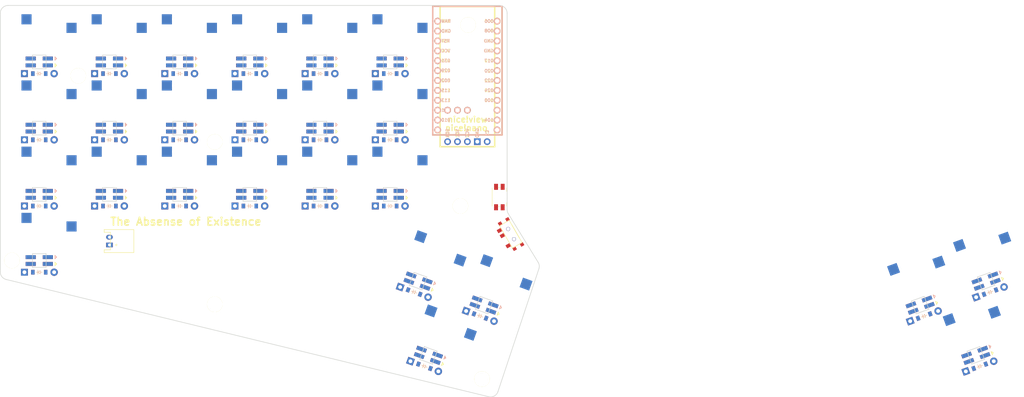
<source format=kicad_pcb>


(kicad_pcb (version 20171130) (host pcbnew 5.1.6)

  (page A3)
  (title_block
    (title "theguy")
    (rev "v1.0.0")
    (company "Unknown")
  )

  (general
    (thickness 1.6)
  )

  (layers
    (0 F.Cu signal)
    (31 B.Cu signal)
    (32 B.Adhes user)
    (33 F.Adhes user)
    (34 B.Paste user)
    (35 F.Paste user)
    (36 B.SilkS user)
    (37 F.SilkS user)
    (38 B.Mask user)
    (39 F.Mask user)
    (40 Dwgs.User user)
    (41 Cmts.User user)
    (42 Eco1.User user)
    (43 Eco2.User user)
    (44 Edge.Cuts user)
    (45 Margin user)
    (46 B.CrtYd user)
    (47 F.CrtYd user)
    (48 B.Fab user)
    (49 F.Fab user)
  )

  (setup
    (last_trace_width 0.25)
    (trace_clearance 0.2)
    (zone_clearance 0.508)
    (zone_45_only no)
    (trace_min 0.2)
    (via_size 0.8)
    (via_drill 0.4)
    (via_min_size 0.4)
    (via_min_drill 0.3)
    (uvia_size 0.3)
    (uvia_drill 0.1)
    (uvias_allowed no)
    (uvia_min_size 0.2)
    (uvia_min_drill 0.1)
    (edge_width 0.05)
    (segment_width 0.2)
    (pcb_text_width 0.3)
    (pcb_text_size 1.5 1.5)
    (mod_edge_width 0.12)
    (mod_text_size 1 1)
    (mod_text_width 0.15)
    (pad_size 1.524 1.524)
    (pad_drill 0.762)
    (pad_to_mask_clearance 0.05)
    (aux_axis_origin 0 0)
    (visible_elements FFFFFF7F)
    (pcbplotparams
      (layerselection 0x010fc_ffffffff)
      (usegerberextensions false)
      (usegerberattributes true)
      (usegerberadvancedattributes true)
      (creategerberjobfile true)
      (excludeedgelayer true)
      (linewidth 0.100000)
      (plotframeref false)
      (viasonmask false)
      (mode 1)
      (useauxorigin false)
      (hpglpennumber 1)
      (hpglpenspeed 20)
      (hpglpendiameter 15.000000)
      (psnegative false)
      (psa4output false)
      (plotreference true)
      (plotvalue true)
      (plotinvisibletext false)
      (padsonsilk false)
      (subtractmaskfromsilk false)
      (outputformat 1)
      (mirror false)
      (drillshape 1)
      (scaleselection 1)
      (outputdirectory ""))
  )

  (net 0 "")
(net 1 "P031")
(net 2 "hell_last")
(net 3 "hell_bottom")
(net 4 "hell_home")
(net 5 "hell_top")
(net 6 "P029")
(net 7 "pinky_bottom")
(net 8 "pinky_home")
(net 9 "pinky_top")
(net 10 "P002")
(net 11 "ring_bottom")
(net 12 "ring_home")
(net 13 "ring_top")
(net 14 "P115")
(net 15 "middle_bottom")
(net 16 "middle_home")
(net 17 "middle_top")
(net 18 "P113")
(net 19 "index_bottom")
(net 20 "index_home")
(net 21 "index_top")
(net 22 "P111")
(net 23 "inner_bottom")
(net 24 "inner_home")
(net 25 "inner_top")
(net 26 "layer_cluster")
(net 27 "space_cluster")
(net 28 "extra_cluster")
(net 29 "mirror_layer_cluster")
(net 30 "mirror_space_cluster")
(net 31 "mirror_extra_cluster")
(net 32 "VCC")
(net 33 "GND")
(net 34 "P010")
(net 35 "P009")
(net 36 "P106")
(net 37 "P104")
(net 38 "P011")
(net 39 "RAW")
(net 40 "RST")
(net 41 "P006")
(net 42 "P008")
(net 43 "P017")
(net 44 "P020")
(net 45 "P022")
(net 46 "P024")
(net 47 "P100")
(net 48 "P101")
(net 49 "P102")
(net 50 "P107")
(net 51 "pos")

  (net_class Default "This is the default net class."
    (clearance 0.2)
    (trace_width 0.25)
    (via_dia 0.8)
    (via_drill 0.4)
    (uvia_dia 0.3)
    (uvia_drill 0.1)
    (add_net "")
(add_net "P031")
(add_net "hell_last")
(add_net "hell_bottom")
(add_net "hell_home")
(add_net "hell_top")
(add_net "P029")
(add_net "pinky_bottom")
(add_net "pinky_home")
(add_net "pinky_top")
(add_net "P002")
(add_net "ring_bottom")
(add_net "ring_home")
(add_net "ring_top")
(add_net "P115")
(add_net "middle_bottom")
(add_net "middle_home")
(add_net "middle_top")
(add_net "P113")
(add_net "index_bottom")
(add_net "index_home")
(add_net "index_top")
(add_net "P111")
(add_net "inner_bottom")
(add_net "inner_home")
(add_net "inner_top")
(add_net "layer_cluster")
(add_net "space_cluster")
(add_net "extra_cluster")
(add_net "mirror_layer_cluster")
(add_net "mirror_space_cluster")
(add_net "mirror_extra_cluster")
(add_net "VCC")
(add_net "GND")
(add_net "P010")
(add_net "P009")
(add_net "P106")
(add_net "P104")
(add_net "P011")
(add_net "RAW")
(add_net "RST")
(add_net "P006")
(add_net "P008")
(add_net "P017")
(add_net "P020")
(add_net "P022")
(add_net "P024")
(add_net "P100")
(add_net "P101")
(add_net "P102")
(add_net "P107")
(add_net "pos")
  )

  
        
      (module PG1350 (layer F.Cu) (tedit 5DD50112)
      (at 70 100 0)

      
      (fp_text reference "S1" (at 0 0) (layer F.SilkS) hide (effects (font (size 1.27 1.27) (thickness 0.15))))
      (fp_text value "" (at 0 0) (layer F.SilkS) hide (effects (font (size 1.27 1.27) (thickness 0.15))))

      
      (fp_line (start -7 -6) (end -7 -7) (layer Dwgs.User) (width 0.15))
      (fp_line (start -7 7) (end -6 7) (layer Dwgs.User) (width 0.15))
      (fp_line (start -6 -7) (end -7 -7) (layer Dwgs.User) (width 0.15))
      (fp_line (start -7 7) (end -7 6) (layer Dwgs.User) (width 0.15))
      (fp_line (start 7 6) (end 7 7) (layer Dwgs.User) (width 0.15))
      (fp_line (start 7 -7) (end 6 -7) (layer Dwgs.User) (width 0.15))
      (fp_line (start 6 7) (end 7 7) (layer Dwgs.User) (width 0.15))
      (fp_line (start 7 -7) (end 7 -6) (layer Dwgs.User) (width 0.15))      
      
      
      (pad "" np_thru_hole circle (at 0 0) (size 3.429 3.429) (drill 3.429) (layers *.Cu *.Mask))
        
      
      (pad "" np_thru_hole circle (at 5.5 0) (size 1.7018 1.7018) (drill 1.7018) (layers *.Cu *.Mask))
      (pad "" np_thru_hole circle (at -5.5 0) (size 1.7018 1.7018) (drill 1.7018) (layers *.Cu *.Mask))
      
        
      
      (fp_line (start -9 -8.5) (end 9 -8.5) (layer Dwgs.User) (width 0.15))
      (fp_line (start 9 -8.5) (end 9 8.5) (layer Dwgs.User) (width 0.15))
      (fp_line (start 9 8.5) (end -9 8.5) (layer Dwgs.User) (width 0.15))
      (fp_line (start -9 8.5) (end -9 -8.5) (layer Dwgs.User) (width 0.15))
      
        
          
          (pad "" np_thru_hole circle (at 5 -3.75) (size 3 3) (drill 3) (layers *.Cu *.Mask))
          (pad "" np_thru_hole circle (at 0 -5.95) (size 3 3) (drill 3) (layers *.Cu *.Mask))
      
          
          (pad 1 smd rect (at -3.275 -5.95 0) (size 2.6 2.6) (layers B.Cu B.Paste B.Mask)  (net 1 "P031"))
          (pad 2 smd rect (at 8.275 -3.75 0) (size 2.6 2.6) (layers B.Cu B.Paste B.Mask)  (net 2 "hell_last"))
        )
        

        
      (module PG1350 (layer F.Cu) (tedit 5DD50112)
      (at 70 83 0)

      
      (fp_text reference "S2" (at 0 0) (layer F.SilkS) hide (effects (font (size 1.27 1.27) (thickness 0.15))))
      (fp_text value "" (at 0 0) (layer F.SilkS) hide (effects (font (size 1.27 1.27) (thickness 0.15))))

      
      (fp_line (start -7 -6) (end -7 -7) (layer Dwgs.User) (width 0.15))
      (fp_line (start -7 7) (end -6 7) (layer Dwgs.User) (width 0.15))
      (fp_line (start -6 -7) (end -7 -7) (layer Dwgs.User) (width 0.15))
      (fp_line (start -7 7) (end -7 6) (layer Dwgs.User) (width 0.15))
      (fp_line (start 7 6) (end 7 7) (layer Dwgs.User) (width 0.15))
      (fp_line (start 7 -7) (end 6 -7) (layer Dwgs.User) (width 0.15))
      (fp_line (start 6 7) (end 7 7) (layer Dwgs.User) (width 0.15))
      (fp_line (start 7 -7) (end 7 -6) (layer Dwgs.User) (width 0.15))      
      
      
      (pad "" np_thru_hole circle (at 0 0) (size 3.429 3.429) (drill 3.429) (layers *.Cu *.Mask))
        
      
      (pad "" np_thru_hole circle (at 5.5 0) (size 1.7018 1.7018) (drill 1.7018) (layers *.Cu *.Mask))
      (pad "" np_thru_hole circle (at -5.5 0) (size 1.7018 1.7018) (drill 1.7018) (layers *.Cu *.Mask))
      
        
      
      (fp_line (start -9 -8.5) (end 9 -8.5) (layer Dwgs.User) (width 0.15))
      (fp_line (start 9 -8.5) (end 9 8.5) (layer Dwgs.User) (width 0.15))
      (fp_line (start 9 8.5) (end -9 8.5) (layer Dwgs.User) (width 0.15))
      (fp_line (start -9 8.5) (end -9 -8.5) (layer Dwgs.User) (width 0.15))
      
        
          
          (pad "" np_thru_hole circle (at 5 -3.75) (size 3 3) (drill 3) (layers *.Cu *.Mask))
          (pad "" np_thru_hole circle (at 0 -5.95) (size 3 3) (drill 3) (layers *.Cu *.Mask))
      
          
          (pad 1 smd rect (at -3.275 -5.95 0) (size 2.6 2.6) (layers B.Cu B.Paste B.Mask)  (net 1 "P031"))
          (pad 2 smd rect (at 8.275 -3.75 0) (size 2.6 2.6) (layers B.Cu B.Paste B.Mask)  (net 3 "hell_bottom"))
        )
        

        
      (module PG1350 (layer F.Cu) (tedit 5DD50112)
      (at 70 66 0)

      
      (fp_text reference "S3" (at 0 0) (layer F.SilkS) hide (effects (font (size 1.27 1.27) (thickness 0.15))))
      (fp_text value "" (at 0 0) (layer F.SilkS) hide (effects (font (size 1.27 1.27) (thickness 0.15))))

      
      (fp_line (start -7 -6) (end -7 -7) (layer Dwgs.User) (width 0.15))
      (fp_line (start -7 7) (end -6 7) (layer Dwgs.User) (width 0.15))
      (fp_line (start -6 -7) (end -7 -7) (layer Dwgs.User) (width 0.15))
      (fp_line (start -7 7) (end -7 6) (layer Dwgs.User) (width 0.15))
      (fp_line (start 7 6) (end 7 7) (layer Dwgs.User) (width 0.15))
      (fp_line (start 7 -7) (end 6 -7) (layer Dwgs.User) (width 0.15))
      (fp_line (start 6 7) (end 7 7) (layer Dwgs.User) (width 0.15))
      (fp_line (start 7 -7) (end 7 -6) (layer Dwgs.User) (width 0.15))      
      
      
      (pad "" np_thru_hole circle (at 0 0) (size 3.429 3.429) (drill 3.429) (layers *.Cu *.Mask))
        
      
      (pad "" np_thru_hole circle (at 5.5 0) (size 1.7018 1.7018) (drill 1.7018) (layers *.Cu *.Mask))
      (pad "" np_thru_hole circle (at -5.5 0) (size 1.7018 1.7018) (drill 1.7018) (layers *.Cu *.Mask))
      
        
      
      (fp_line (start -9 -8.5) (end 9 -8.5) (layer Dwgs.User) (width 0.15))
      (fp_line (start 9 -8.5) (end 9 8.5) (layer Dwgs.User) (width 0.15))
      (fp_line (start 9 8.5) (end -9 8.5) (layer Dwgs.User) (width 0.15))
      (fp_line (start -9 8.5) (end -9 -8.5) (layer Dwgs.User) (width 0.15))
      
        
          
          (pad "" np_thru_hole circle (at 5 -3.75) (size 3 3) (drill 3) (layers *.Cu *.Mask))
          (pad "" np_thru_hole circle (at 0 -5.95) (size 3 3) (drill 3) (layers *.Cu *.Mask))
      
          
          (pad 1 smd rect (at -3.275 -5.95 0) (size 2.6 2.6) (layers B.Cu B.Paste B.Mask)  (net 1 "P031"))
          (pad 2 smd rect (at 8.275 -3.75 0) (size 2.6 2.6) (layers B.Cu B.Paste B.Mask)  (net 4 "hell_home"))
        )
        

        
      (module PG1350 (layer F.Cu) (tedit 5DD50112)
      (at 70 49 0)

      
      (fp_text reference "S4" (at 0 0) (layer F.SilkS) hide (effects (font (size 1.27 1.27) (thickness 0.15))))
      (fp_text value "" (at 0 0) (layer F.SilkS) hide (effects (font (size 1.27 1.27) (thickness 0.15))))

      
      (fp_line (start -7 -6) (end -7 -7) (layer Dwgs.User) (width 0.15))
      (fp_line (start -7 7) (end -6 7) (layer Dwgs.User) (width 0.15))
      (fp_line (start -6 -7) (end -7 -7) (layer Dwgs.User) (width 0.15))
      (fp_line (start -7 7) (end -7 6) (layer Dwgs.User) (width 0.15))
      (fp_line (start 7 6) (end 7 7) (layer Dwgs.User) (width 0.15))
      (fp_line (start 7 -7) (end 6 -7) (layer Dwgs.User) (width 0.15))
      (fp_line (start 6 7) (end 7 7) (layer Dwgs.User) (width 0.15))
      (fp_line (start 7 -7) (end 7 -6) (layer Dwgs.User) (width 0.15))      
      
      
      (pad "" np_thru_hole circle (at 0 0) (size 3.429 3.429) (drill 3.429) (layers *.Cu *.Mask))
        
      
      (pad "" np_thru_hole circle (at 5.5 0) (size 1.7018 1.7018) (drill 1.7018) (layers *.Cu *.Mask))
      (pad "" np_thru_hole circle (at -5.5 0) (size 1.7018 1.7018) (drill 1.7018) (layers *.Cu *.Mask))
      
        
      
      (fp_line (start -9 -8.5) (end 9 -8.5) (layer Dwgs.User) (width 0.15))
      (fp_line (start 9 -8.5) (end 9 8.5) (layer Dwgs.User) (width 0.15))
      (fp_line (start 9 8.5) (end -9 8.5) (layer Dwgs.User) (width 0.15))
      (fp_line (start -9 8.5) (end -9 -8.5) (layer Dwgs.User) (width 0.15))
      
        
          
          (pad "" np_thru_hole circle (at 5 -3.75) (size 3 3) (drill 3) (layers *.Cu *.Mask))
          (pad "" np_thru_hole circle (at 0 -5.95) (size 3 3) (drill 3) (layers *.Cu *.Mask))
      
          
          (pad 1 smd rect (at -3.275 -5.95 0) (size 2.6 2.6) (layers B.Cu B.Paste B.Mask)  (net 1 "P031"))
          (pad 2 smd rect (at 8.275 -3.75 0) (size 2.6 2.6) (layers B.Cu B.Paste B.Mask)  (net 5 "hell_top"))
        )
        

        
      (module PG1350 (layer F.Cu) (tedit 5DD50112)
      (at 88 83 0)

      
      (fp_text reference "S5" (at 0 0) (layer F.SilkS) hide (effects (font (size 1.27 1.27) (thickness 0.15))))
      (fp_text value "" (at 0 0) (layer F.SilkS) hide (effects (font (size 1.27 1.27) (thickness 0.15))))

      
      (fp_line (start -7 -6) (end -7 -7) (layer Dwgs.User) (width 0.15))
      (fp_line (start -7 7) (end -6 7) (layer Dwgs.User) (width 0.15))
      (fp_line (start -6 -7) (end -7 -7) (layer Dwgs.User) (width 0.15))
      (fp_line (start -7 7) (end -7 6) (layer Dwgs.User) (width 0.15))
      (fp_line (start 7 6) (end 7 7) (layer Dwgs.User) (width 0.15))
      (fp_line (start 7 -7) (end 6 -7) (layer Dwgs.User) (width 0.15))
      (fp_line (start 6 7) (end 7 7) (layer Dwgs.User) (width 0.15))
      (fp_line (start 7 -7) (end 7 -6) (layer Dwgs.User) (width 0.15))      
      
      
      (pad "" np_thru_hole circle (at 0 0) (size 3.429 3.429) (drill 3.429) (layers *.Cu *.Mask))
        
      
      (pad "" np_thru_hole circle (at 5.5 0) (size 1.7018 1.7018) (drill 1.7018) (layers *.Cu *.Mask))
      (pad "" np_thru_hole circle (at -5.5 0) (size 1.7018 1.7018) (drill 1.7018) (layers *.Cu *.Mask))
      
        
      
      (fp_line (start -9 -8.5) (end 9 -8.5) (layer Dwgs.User) (width 0.15))
      (fp_line (start 9 -8.5) (end 9 8.5) (layer Dwgs.User) (width 0.15))
      (fp_line (start 9 8.5) (end -9 8.5) (layer Dwgs.User) (width 0.15))
      (fp_line (start -9 8.5) (end -9 -8.5) (layer Dwgs.User) (width 0.15))
      
        
          
          (pad "" np_thru_hole circle (at 5 -3.75) (size 3 3) (drill 3) (layers *.Cu *.Mask))
          (pad "" np_thru_hole circle (at 0 -5.95) (size 3 3) (drill 3) (layers *.Cu *.Mask))
      
          
          (pad 1 smd rect (at -3.275 -5.95 0) (size 2.6 2.6) (layers B.Cu B.Paste B.Mask)  (net 6 "P029"))
          (pad 2 smd rect (at 8.275 -3.75 0) (size 2.6 2.6) (layers B.Cu B.Paste B.Mask)  (net 7 "pinky_bottom"))
        )
        

        
      (module PG1350 (layer F.Cu) (tedit 5DD50112)
      (at 88 66 0)

      
      (fp_text reference "S6" (at 0 0) (layer F.SilkS) hide (effects (font (size 1.27 1.27) (thickness 0.15))))
      (fp_text value "" (at 0 0) (layer F.SilkS) hide (effects (font (size 1.27 1.27) (thickness 0.15))))

      
      (fp_line (start -7 -6) (end -7 -7) (layer Dwgs.User) (width 0.15))
      (fp_line (start -7 7) (end -6 7) (layer Dwgs.User) (width 0.15))
      (fp_line (start -6 -7) (end -7 -7) (layer Dwgs.User) (width 0.15))
      (fp_line (start -7 7) (end -7 6) (layer Dwgs.User) (width 0.15))
      (fp_line (start 7 6) (end 7 7) (layer Dwgs.User) (width 0.15))
      (fp_line (start 7 -7) (end 6 -7) (layer Dwgs.User) (width 0.15))
      (fp_line (start 6 7) (end 7 7) (layer Dwgs.User) (width 0.15))
      (fp_line (start 7 -7) (end 7 -6) (layer Dwgs.User) (width 0.15))      
      
      
      (pad "" np_thru_hole circle (at 0 0) (size 3.429 3.429) (drill 3.429) (layers *.Cu *.Mask))
        
      
      (pad "" np_thru_hole circle (at 5.5 0) (size 1.7018 1.7018) (drill 1.7018) (layers *.Cu *.Mask))
      (pad "" np_thru_hole circle (at -5.5 0) (size 1.7018 1.7018) (drill 1.7018) (layers *.Cu *.Mask))
      
        
      
      (fp_line (start -9 -8.5) (end 9 -8.5) (layer Dwgs.User) (width 0.15))
      (fp_line (start 9 -8.5) (end 9 8.5) (layer Dwgs.User) (width 0.15))
      (fp_line (start 9 8.5) (end -9 8.5) (layer Dwgs.User) (width 0.15))
      (fp_line (start -9 8.5) (end -9 -8.5) (layer Dwgs.User) (width 0.15))
      
        
          
          (pad "" np_thru_hole circle (at 5 -3.75) (size 3 3) (drill 3) (layers *.Cu *.Mask))
          (pad "" np_thru_hole circle (at 0 -5.95) (size 3 3) (drill 3) (layers *.Cu *.Mask))
      
          
          (pad 1 smd rect (at -3.275 -5.95 0) (size 2.6 2.6) (layers B.Cu B.Paste B.Mask)  (net 6 "P029"))
          (pad 2 smd rect (at 8.275 -3.75 0) (size 2.6 2.6) (layers B.Cu B.Paste B.Mask)  (net 8 "pinky_home"))
        )
        

        
      (module PG1350 (layer F.Cu) (tedit 5DD50112)
      (at 88 49 0)

      
      (fp_text reference "S7" (at 0 0) (layer F.SilkS) hide (effects (font (size 1.27 1.27) (thickness 0.15))))
      (fp_text value "" (at 0 0) (layer F.SilkS) hide (effects (font (size 1.27 1.27) (thickness 0.15))))

      
      (fp_line (start -7 -6) (end -7 -7) (layer Dwgs.User) (width 0.15))
      (fp_line (start -7 7) (end -6 7) (layer Dwgs.User) (width 0.15))
      (fp_line (start -6 -7) (end -7 -7) (layer Dwgs.User) (width 0.15))
      (fp_line (start -7 7) (end -7 6) (layer Dwgs.User) (width 0.15))
      (fp_line (start 7 6) (end 7 7) (layer Dwgs.User) (width 0.15))
      (fp_line (start 7 -7) (end 6 -7) (layer Dwgs.User) (width 0.15))
      (fp_line (start 6 7) (end 7 7) (layer Dwgs.User) (width 0.15))
      (fp_line (start 7 -7) (end 7 -6) (layer Dwgs.User) (width 0.15))      
      
      
      (pad "" np_thru_hole circle (at 0 0) (size 3.429 3.429) (drill 3.429) (layers *.Cu *.Mask))
        
      
      (pad "" np_thru_hole circle (at 5.5 0) (size 1.7018 1.7018) (drill 1.7018) (layers *.Cu *.Mask))
      (pad "" np_thru_hole circle (at -5.5 0) (size 1.7018 1.7018) (drill 1.7018) (layers *.Cu *.Mask))
      
        
      
      (fp_line (start -9 -8.5) (end 9 -8.5) (layer Dwgs.User) (width 0.15))
      (fp_line (start 9 -8.5) (end 9 8.5) (layer Dwgs.User) (width 0.15))
      (fp_line (start 9 8.5) (end -9 8.5) (layer Dwgs.User) (width 0.15))
      (fp_line (start -9 8.5) (end -9 -8.5) (layer Dwgs.User) (width 0.15))
      
        
          
          (pad "" np_thru_hole circle (at 5 -3.75) (size 3 3) (drill 3) (layers *.Cu *.Mask))
          (pad "" np_thru_hole circle (at 0 -5.95) (size 3 3) (drill 3) (layers *.Cu *.Mask))
      
          
          (pad 1 smd rect (at -3.275 -5.95 0) (size 2.6 2.6) (layers B.Cu B.Paste B.Mask)  (net 6 "P029"))
          (pad 2 smd rect (at 8.275 -3.75 0) (size 2.6 2.6) (layers B.Cu B.Paste B.Mask)  (net 9 "pinky_top"))
        )
        

        
      (module PG1350 (layer F.Cu) (tedit 5DD50112)
      (at 106 83 0)

      
      (fp_text reference "S8" (at 0 0) (layer F.SilkS) hide (effects (font (size 1.27 1.27) (thickness 0.15))))
      (fp_text value "" (at 0 0) (layer F.SilkS) hide (effects (font (size 1.27 1.27) (thickness 0.15))))

      
      (fp_line (start -7 -6) (end -7 -7) (layer Dwgs.User) (width 0.15))
      (fp_line (start -7 7) (end -6 7) (layer Dwgs.User) (width 0.15))
      (fp_line (start -6 -7) (end -7 -7) (layer Dwgs.User) (width 0.15))
      (fp_line (start -7 7) (end -7 6) (layer Dwgs.User) (width 0.15))
      (fp_line (start 7 6) (end 7 7) (layer Dwgs.User) (width 0.15))
      (fp_line (start 7 -7) (end 6 -7) (layer Dwgs.User) (width 0.15))
      (fp_line (start 6 7) (end 7 7) (layer Dwgs.User) (width 0.15))
      (fp_line (start 7 -7) (end 7 -6) (layer Dwgs.User) (width 0.15))      
      
      
      (pad "" np_thru_hole circle (at 0 0) (size 3.429 3.429) (drill 3.429) (layers *.Cu *.Mask))
        
      
      (pad "" np_thru_hole circle (at 5.5 0) (size 1.7018 1.7018) (drill 1.7018) (layers *.Cu *.Mask))
      (pad "" np_thru_hole circle (at -5.5 0) (size 1.7018 1.7018) (drill 1.7018) (layers *.Cu *.Mask))
      
        
      
      (fp_line (start -9 -8.5) (end 9 -8.5) (layer Dwgs.User) (width 0.15))
      (fp_line (start 9 -8.5) (end 9 8.5) (layer Dwgs.User) (width 0.15))
      (fp_line (start 9 8.5) (end -9 8.5) (layer Dwgs.User) (width 0.15))
      (fp_line (start -9 8.5) (end -9 -8.5) (layer Dwgs.User) (width 0.15))
      
        
          
          (pad "" np_thru_hole circle (at 5 -3.75) (size 3 3) (drill 3) (layers *.Cu *.Mask))
          (pad "" np_thru_hole circle (at 0 -5.95) (size 3 3) (drill 3) (layers *.Cu *.Mask))
      
          
          (pad 1 smd rect (at -3.275 -5.95 0) (size 2.6 2.6) (layers B.Cu B.Paste B.Mask)  (net 10 "P002"))
          (pad 2 smd rect (at 8.275 -3.75 0) (size 2.6 2.6) (layers B.Cu B.Paste B.Mask)  (net 11 "ring_bottom"))
        )
        

        
      (module PG1350 (layer F.Cu) (tedit 5DD50112)
      (at 106 66 0)

      
      (fp_text reference "S9" (at 0 0) (layer F.SilkS) hide (effects (font (size 1.27 1.27) (thickness 0.15))))
      (fp_text value "" (at 0 0) (layer F.SilkS) hide (effects (font (size 1.27 1.27) (thickness 0.15))))

      
      (fp_line (start -7 -6) (end -7 -7) (layer Dwgs.User) (width 0.15))
      (fp_line (start -7 7) (end -6 7) (layer Dwgs.User) (width 0.15))
      (fp_line (start -6 -7) (end -7 -7) (layer Dwgs.User) (width 0.15))
      (fp_line (start -7 7) (end -7 6) (layer Dwgs.User) (width 0.15))
      (fp_line (start 7 6) (end 7 7) (layer Dwgs.User) (width 0.15))
      (fp_line (start 7 -7) (end 6 -7) (layer Dwgs.User) (width 0.15))
      (fp_line (start 6 7) (end 7 7) (layer Dwgs.User) (width 0.15))
      (fp_line (start 7 -7) (end 7 -6) (layer Dwgs.User) (width 0.15))      
      
      
      (pad "" np_thru_hole circle (at 0 0) (size 3.429 3.429) (drill 3.429) (layers *.Cu *.Mask))
        
      
      (pad "" np_thru_hole circle (at 5.5 0) (size 1.7018 1.7018) (drill 1.7018) (layers *.Cu *.Mask))
      (pad "" np_thru_hole circle (at -5.5 0) (size 1.7018 1.7018) (drill 1.7018) (layers *.Cu *.Mask))
      
        
      
      (fp_line (start -9 -8.5) (end 9 -8.5) (layer Dwgs.User) (width 0.15))
      (fp_line (start 9 -8.5) (end 9 8.5) (layer Dwgs.User) (width 0.15))
      (fp_line (start 9 8.5) (end -9 8.5) (layer Dwgs.User) (width 0.15))
      (fp_line (start -9 8.5) (end -9 -8.5) (layer Dwgs.User) (width 0.15))
      
        
          
          (pad "" np_thru_hole circle (at 5 -3.75) (size 3 3) (drill 3) (layers *.Cu *.Mask))
          (pad "" np_thru_hole circle (at 0 -5.95) (size 3 3) (drill 3) (layers *.Cu *.Mask))
      
          
          (pad 1 smd rect (at -3.275 -5.95 0) (size 2.6 2.6) (layers B.Cu B.Paste B.Mask)  (net 10 "P002"))
          (pad 2 smd rect (at 8.275 -3.75 0) (size 2.6 2.6) (layers B.Cu B.Paste B.Mask)  (net 12 "ring_home"))
        )
        

        
      (module PG1350 (layer F.Cu) (tedit 5DD50112)
      (at 106 49 0)

      
      (fp_text reference "S10" (at 0 0) (layer F.SilkS) hide (effects (font (size 1.27 1.27) (thickness 0.15))))
      (fp_text value "" (at 0 0) (layer F.SilkS) hide (effects (font (size 1.27 1.27) (thickness 0.15))))

      
      (fp_line (start -7 -6) (end -7 -7) (layer Dwgs.User) (width 0.15))
      (fp_line (start -7 7) (end -6 7) (layer Dwgs.User) (width 0.15))
      (fp_line (start -6 -7) (end -7 -7) (layer Dwgs.User) (width 0.15))
      (fp_line (start -7 7) (end -7 6) (layer Dwgs.User) (width 0.15))
      (fp_line (start 7 6) (end 7 7) (layer Dwgs.User) (width 0.15))
      (fp_line (start 7 -7) (end 6 -7) (layer Dwgs.User) (width 0.15))
      (fp_line (start 6 7) (end 7 7) (layer Dwgs.User) (width 0.15))
      (fp_line (start 7 -7) (end 7 -6) (layer Dwgs.User) (width 0.15))      
      
      
      (pad "" np_thru_hole circle (at 0 0) (size 3.429 3.429) (drill 3.429) (layers *.Cu *.Mask))
        
      
      (pad "" np_thru_hole circle (at 5.5 0) (size 1.7018 1.7018) (drill 1.7018) (layers *.Cu *.Mask))
      (pad "" np_thru_hole circle (at -5.5 0) (size 1.7018 1.7018) (drill 1.7018) (layers *.Cu *.Mask))
      
        
      
      (fp_line (start -9 -8.5) (end 9 -8.5) (layer Dwgs.User) (width 0.15))
      (fp_line (start 9 -8.5) (end 9 8.5) (layer Dwgs.User) (width 0.15))
      (fp_line (start 9 8.5) (end -9 8.5) (layer Dwgs.User) (width 0.15))
      (fp_line (start -9 8.5) (end -9 -8.5) (layer Dwgs.User) (width 0.15))
      
        
          
          (pad "" np_thru_hole circle (at 5 -3.75) (size 3 3) (drill 3) (layers *.Cu *.Mask))
          (pad "" np_thru_hole circle (at 0 -5.95) (size 3 3) (drill 3) (layers *.Cu *.Mask))
      
          
          (pad 1 smd rect (at -3.275 -5.95 0) (size 2.6 2.6) (layers B.Cu B.Paste B.Mask)  (net 10 "P002"))
          (pad 2 smd rect (at 8.275 -3.75 0) (size 2.6 2.6) (layers B.Cu B.Paste B.Mask)  (net 13 "ring_top"))
        )
        

        
      (module PG1350 (layer F.Cu) (tedit 5DD50112)
      (at 124 83 0)

      
      (fp_text reference "S11" (at 0 0) (layer F.SilkS) hide (effects (font (size 1.27 1.27) (thickness 0.15))))
      (fp_text value "" (at 0 0) (layer F.SilkS) hide (effects (font (size 1.27 1.27) (thickness 0.15))))

      
      (fp_line (start -7 -6) (end -7 -7) (layer Dwgs.User) (width 0.15))
      (fp_line (start -7 7) (end -6 7) (layer Dwgs.User) (width 0.15))
      (fp_line (start -6 -7) (end -7 -7) (layer Dwgs.User) (width 0.15))
      (fp_line (start -7 7) (end -7 6) (layer Dwgs.User) (width 0.15))
      (fp_line (start 7 6) (end 7 7) (layer Dwgs.User) (width 0.15))
      (fp_line (start 7 -7) (end 6 -7) (layer Dwgs.User) (width 0.15))
      (fp_line (start 6 7) (end 7 7) (layer Dwgs.User) (width 0.15))
      (fp_line (start 7 -7) (end 7 -6) (layer Dwgs.User) (width 0.15))      
      
      
      (pad "" np_thru_hole circle (at 0 0) (size 3.429 3.429) (drill 3.429) (layers *.Cu *.Mask))
        
      
      (pad "" np_thru_hole circle (at 5.5 0) (size 1.7018 1.7018) (drill 1.7018) (layers *.Cu *.Mask))
      (pad "" np_thru_hole circle (at -5.5 0) (size 1.7018 1.7018) (drill 1.7018) (layers *.Cu *.Mask))
      
        
      
      (fp_line (start -9 -8.5) (end 9 -8.5) (layer Dwgs.User) (width 0.15))
      (fp_line (start 9 -8.5) (end 9 8.5) (layer Dwgs.User) (width 0.15))
      (fp_line (start 9 8.5) (end -9 8.5) (layer Dwgs.User) (width 0.15))
      (fp_line (start -9 8.5) (end -9 -8.5) (layer Dwgs.User) (width 0.15))
      
        
          
          (pad "" np_thru_hole circle (at 5 -3.75) (size 3 3) (drill 3) (layers *.Cu *.Mask))
          (pad "" np_thru_hole circle (at 0 -5.95) (size 3 3) (drill 3) (layers *.Cu *.Mask))
      
          
          (pad 1 smd rect (at -3.275 -5.95 0) (size 2.6 2.6) (layers B.Cu B.Paste B.Mask)  (net 14 "P115"))
          (pad 2 smd rect (at 8.275 -3.75 0) (size 2.6 2.6) (layers B.Cu B.Paste B.Mask)  (net 15 "middle_bottom"))
        )
        

        
      (module PG1350 (layer F.Cu) (tedit 5DD50112)
      (at 124 66 0)

      
      (fp_text reference "S12" (at 0 0) (layer F.SilkS) hide (effects (font (size 1.27 1.27) (thickness 0.15))))
      (fp_text value "" (at 0 0) (layer F.SilkS) hide (effects (font (size 1.27 1.27) (thickness 0.15))))

      
      (fp_line (start -7 -6) (end -7 -7) (layer Dwgs.User) (width 0.15))
      (fp_line (start -7 7) (end -6 7) (layer Dwgs.User) (width 0.15))
      (fp_line (start -6 -7) (end -7 -7) (layer Dwgs.User) (width 0.15))
      (fp_line (start -7 7) (end -7 6) (layer Dwgs.User) (width 0.15))
      (fp_line (start 7 6) (end 7 7) (layer Dwgs.User) (width 0.15))
      (fp_line (start 7 -7) (end 6 -7) (layer Dwgs.User) (width 0.15))
      (fp_line (start 6 7) (end 7 7) (layer Dwgs.User) (width 0.15))
      (fp_line (start 7 -7) (end 7 -6) (layer Dwgs.User) (width 0.15))      
      
      
      (pad "" np_thru_hole circle (at 0 0) (size 3.429 3.429) (drill 3.429) (layers *.Cu *.Mask))
        
      
      (pad "" np_thru_hole circle (at 5.5 0) (size 1.7018 1.7018) (drill 1.7018) (layers *.Cu *.Mask))
      (pad "" np_thru_hole circle (at -5.5 0) (size 1.7018 1.7018) (drill 1.7018) (layers *.Cu *.Mask))
      
        
      
      (fp_line (start -9 -8.5) (end 9 -8.5) (layer Dwgs.User) (width 0.15))
      (fp_line (start 9 -8.5) (end 9 8.5) (layer Dwgs.User) (width 0.15))
      (fp_line (start 9 8.5) (end -9 8.5) (layer Dwgs.User) (width 0.15))
      (fp_line (start -9 8.5) (end -9 -8.5) (layer Dwgs.User) (width 0.15))
      
        
          
          (pad "" np_thru_hole circle (at 5 -3.75) (size 3 3) (drill 3) (layers *.Cu *.Mask))
          (pad "" np_thru_hole circle (at 0 -5.95) (size 3 3) (drill 3) (layers *.Cu *.Mask))
      
          
          (pad 1 smd rect (at -3.275 -5.95 0) (size 2.6 2.6) (layers B.Cu B.Paste B.Mask)  (net 14 "P115"))
          (pad 2 smd rect (at 8.275 -3.75 0) (size 2.6 2.6) (layers B.Cu B.Paste B.Mask)  (net 16 "middle_home"))
        )
        

        
      (module PG1350 (layer F.Cu) (tedit 5DD50112)
      (at 124 49 0)

      
      (fp_text reference "S13" (at 0 0) (layer F.SilkS) hide (effects (font (size 1.27 1.27) (thickness 0.15))))
      (fp_text value "" (at 0 0) (layer F.SilkS) hide (effects (font (size 1.27 1.27) (thickness 0.15))))

      
      (fp_line (start -7 -6) (end -7 -7) (layer Dwgs.User) (width 0.15))
      (fp_line (start -7 7) (end -6 7) (layer Dwgs.User) (width 0.15))
      (fp_line (start -6 -7) (end -7 -7) (layer Dwgs.User) (width 0.15))
      (fp_line (start -7 7) (end -7 6) (layer Dwgs.User) (width 0.15))
      (fp_line (start 7 6) (end 7 7) (layer Dwgs.User) (width 0.15))
      (fp_line (start 7 -7) (end 6 -7) (layer Dwgs.User) (width 0.15))
      (fp_line (start 6 7) (end 7 7) (layer Dwgs.User) (width 0.15))
      (fp_line (start 7 -7) (end 7 -6) (layer Dwgs.User) (width 0.15))      
      
      
      (pad "" np_thru_hole circle (at 0 0) (size 3.429 3.429) (drill 3.429) (layers *.Cu *.Mask))
        
      
      (pad "" np_thru_hole circle (at 5.5 0) (size 1.7018 1.7018) (drill 1.7018) (layers *.Cu *.Mask))
      (pad "" np_thru_hole circle (at -5.5 0) (size 1.7018 1.7018) (drill 1.7018) (layers *.Cu *.Mask))
      
        
      
      (fp_line (start -9 -8.5) (end 9 -8.5) (layer Dwgs.User) (width 0.15))
      (fp_line (start 9 -8.5) (end 9 8.5) (layer Dwgs.User) (width 0.15))
      (fp_line (start 9 8.5) (end -9 8.5) (layer Dwgs.User) (width 0.15))
      (fp_line (start -9 8.5) (end -9 -8.5) (layer Dwgs.User) (width 0.15))
      
        
          
          (pad "" np_thru_hole circle (at 5 -3.75) (size 3 3) (drill 3) (layers *.Cu *.Mask))
          (pad "" np_thru_hole circle (at 0 -5.95) (size 3 3) (drill 3) (layers *.Cu *.Mask))
      
          
          (pad 1 smd rect (at -3.275 -5.95 0) (size 2.6 2.6) (layers B.Cu B.Paste B.Mask)  (net 14 "P115"))
          (pad 2 smd rect (at 8.275 -3.75 0) (size 2.6 2.6) (layers B.Cu B.Paste B.Mask)  (net 17 "middle_top"))
        )
        

        
      (module PG1350 (layer F.Cu) (tedit 5DD50112)
      (at 142 83 0)

      
      (fp_text reference "S14" (at 0 0) (layer F.SilkS) hide (effects (font (size 1.27 1.27) (thickness 0.15))))
      (fp_text value "" (at 0 0) (layer F.SilkS) hide (effects (font (size 1.27 1.27) (thickness 0.15))))

      
      (fp_line (start -7 -6) (end -7 -7) (layer Dwgs.User) (width 0.15))
      (fp_line (start -7 7) (end -6 7) (layer Dwgs.User) (width 0.15))
      (fp_line (start -6 -7) (end -7 -7) (layer Dwgs.User) (width 0.15))
      (fp_line (start -7 7) (end -7 6) (layer Dwgs.User) (width 0.15))
      (fp_line (start 7 6) (end 7 7) (layer Dwgs.User) (width 0.15))
      (fp_line (start 7 -7) (end 6 -7) (layer Dwgs.User) (width 0.15))
      (fp_line (start 6 7) (end 7 7) (layer Dwgs.User) (width 0.15))
      (fp_line (start 7 -7) (end 7 -6) (layer Dwgs.User) (width 0.15))      
      
      
      (pad "" np_thru_hole circle (at 0 0) (size 3.429 3.429) (drill 3.429) (layers *.Cu *.Mask))
        
      
      (pad "" np_thru_hole circle (at 5.5 0) (size 1.7018 1.7018) (drill 1.7018) (layers *.Cu *.Mask))
      (pad "" np_thru_hole circle (at -5.5 0) (size 1.7018 1.7018) (drill 1.7018) (layers *.Cu *.Mask))
      
        
      
      (fp_line (start -9 -8.5) (end 9 -8.5) (layer Dwgs.User) (width 0.15))
      (fp_line (start 9 -8.5) (end 9 8.5) (layer Dwgs.User) (width 0.15))
      (fp_line (start 9 8.5) (end -9 8.5) (layer Dwgs.User) (width 0.15))
      (fp_line (start -9 8.5) (end -9 -8.5) (layer Dwgs.User) (width 0.15))
      
        
          
          (pad "" np_thru_hole circle (at 5 -3.75) (size 3 3) (drill 3) (layers *.Cu *.Mask))
          (pad "" np_thru_hole circle (at 0 -5.95) (size 3 3) (drill 3) (layers *.Cu *.Mask))
      
          
          (pad 1 smd rect (at -3.275 -5.95 0) (size 2.6 2.6) (layers B.Cu B.Paste B.Mask)  (net 18 "P113"))
          (pad 2 smd rect (at 8.275 -3.75 0) (size 2.6 2.6) (layers B.Cu B.Paste B.Mask)  (net 19 "index_bottom"))
        )
        

        
      (module PG1350 (layer F.Cu) (tedit 5DD50112)
      (at 142 66 0)

      
      (fp_text reference "S15" (at 0 0) (layer F.SilkS) hide (effects (font (size 1.27 1.27) (thickness 0.15))))
      (fp_text value "" (at 0 0) (layer F.SilkS) hide (effects (font (size 1.27 1.27) (thickness 0.15))))

      
      (fp_line (start -7 -6) (end -7 -7) (layer Dwgs.User) (width 0.15))
      (fp_line (start -7 7) (end -6 7) (layer Dwgs.User) (width 0.15))
      (fp_line (start -6 -7) (end -7 -7) (layer Dwgs.User) (width 0.15))
      (fp_line (start -7 7) (end -7 6) (layer Dwgs.User) (width 0.15))
      (fp_line (start 7 6) (end 7 7) (layer Dwgs.User) (width 0.15))
      (fp_line (start 7 -7) (end 6 -7) (layer Dwgs.User) (width 0.15))
      (fp_line (start 6 7) (end 7 7) (layer Dwgs.User) (width 0.15))
      (fp_line (start 7 -7) (end 7 -6) (layer Dwgs.User) (width 0.15))      
      
      
      (pad "" np_thru_hole circle (at 0 0) (size 3.429 3.429) (drill 3.429) (layers *.Cu *.Mask))
        
      
      (pad "" np_thru_hole circle (at 5.5 0) (size 1.7018 1.7018) (drill 1.7018) (layers *.Cu *.Mask))
      (pad "" np_thru_hole circle (at -5.5 0) (size 1.7018 1.7018) (drill 1.7018) (layers *.Cu *.Mask))
      
        
      
      (fp_line (start -9 -8.5) (end 9 -8.5) (layer Dwgs.User) (width 0.15))
      (fp_line (start 9 -8.5) (end 9 8.5) (layer Dwgs.User) (width 0.15))
      (fp_line (start 9 8.5) (end -9 8.5) (layer Dwgs.User) (width 0.15))
      (fp_line (start -9 8.5) (end -9 -8.5) (layer Dwgs.User) (width 0.15))
      
        
          
          (pad "" np_thru_hole circle (at 5 -3.75) (size 3 3) (drill 3) (layers *.Cu *.Mask))
          (pad "" np_thru_hole circle (at 0 -5.95) (size 3 3) (drill 3) (layers *.Cu *.Mask))
      
          
          (pad 1 smd rect (at -3.275 -5.95 0) (size 2.6 2.6) (layers B.Cu B.Paste B.Mask)  (net 18 "P113"))
          (pad 2 smd rect (at 8.275 -3.75 0) (size 2.6 2.6) (layers B.Cu B.Paste B.Mask)  (net 20 "index_home"))
        )
        

        
      (module PG1350 (layer F.Cu) (tedit 5DD50112)
      (at 142 49 0)

      
      (fp_text reference "S16" (at 0 0) (layer F.SilkS) hide (effects (font (size 1.27 1.27) (thickness 0.15))))
      (fp_text value "" (at 0 0) (layer F.SilkS) hide (effects (font (size 1.27 1.27) (thickness 0.15))))

      
      (fp_line (start -7 -6) (end -7 -7) (layer Dwgs.User) (width 0.15))
      (fp_line (start -7 7) (end -6 7) (layer Dwgs.User) (width 0.15))
      (fp_line (start -6 -7) (end -7 -7) (layer Dwgs.User) (width 0.15))
      (fp_line (start -7 7) (end -7 6) (layer Dwgs.User) (width 0.15))
      (fp_line (start 7 6) (end 7 7) (layer Dwgs.User) (width 0.15))
      (fp_line (start 7 -7) (end 6 -7) (layer Dwgs.User) (width 0.15))
      (fp_line (start 6 7) (end 7 7) (layer Dwgs.User) (width 0.15))
      (fp_line (start 7 -7) (end 7 -6) (layer Dwgs.User) (width 0.15))      
      
      
      (pad "" np_thru_hole circle (at 0 0) (size 3.429 3.429) (drill 3.429) (layers *.Cu *.Mask))
        
      
      (pad "" np_thru_hole circle (at 5.5 0) (size 1.7018 1.7018) (drill 1.7018) (layers *.Cu *.Mask))
      (pad "" np_thru_hole circle (at -5.5 0) (size 1.7018 1.7018) (drill 1.7018) (layers *.Cu *.Mask))
      
        
      
      (fp_line (start -9 -8.5) (end 9 -8.5) (layer Dwgs.User) (width 0.15))
      (fp_line (start 9 -8.5) (end 9 8.5) (layer Dwgs.User) (width 0.15))
      (fp_line (start 9 8.5) (end -9 8.5) (layer Dwgs.User) (width 0.15))
      (fp_line (start -9 8.5) (end -9 -8.5) (layer Dwgs.User) (width 0.15))
      
        
          
          (pad "" np_thru_hole circle (at 5 -3.75) (size 3 3) (drill 3) (layers *.Cu *.Mask))
          (pad "" np_thru_hole circle (at 0 -5.95) (size 3 3) (drill 3) (layers *.Cu *.Mask))
      
          
          (pad 1 smd rect (at -3.275 -5.95 0) (size 2.6 2.6) (layers B.Cu B.Paste B.Mask)  (net 18 "P113"))
          (pad 2 smd rect (at 8.275 -3.75 0) (size 2.6 2.6) (layers B.Cu B.Paste B.Mask)  (net 21 "index_top"))
        )
        

        
      (module PG1350 (layer F.Cu) (tedit 5DD50112)
      (at 160 83 0)

      
      (fp_text reference "S17" (at 0 0) (layer F.SilkS) hide (effects (font (size 1.27 1.27) (thickness 0.15))))
      (fp_text value "" (at 0 0) (layer F.SilkS) hide (effects (font (size 1.27 1.27) (thickness 0.15))))

      
      (fp_line (start -7 -6) (end -7 -7) (layer Dwgs.User) (width 0.15))
      (fp_line (start -7 7) (end -6 7) (layer Dwgs.User) (width 0.15))
      (fp_line (start -6 -7) (end -7 -7) (layer Dwgs.User) (width 0.15))
      (fp_line (start -7 7) (end -7 6) (layer Dwgs.User) (width 0.15))
      (fp_line (start 7 6) (end 7 7) (layer Dwgs.User) (width 0.15))
      (fp_line (start 7 -7) (end 6 -7) (layer Dwgs.User) (width 0.15))
      (fp_line (start 6 7) (end 7 7) (layer Dwgs.User) (width 0.15))
      (fp_line (start 7 -7) (end 7 -6) (layer Dwgs.User) (width 0.15))      
      
      
      (pad "" np_thru_hole circle (at 0 0) (size 3.429 3.429) (drill 3.429) (layers *.Cu *.Mask))
        
      
      (pad "" np_thru_hole circle (at 5.5 0) (size 1.7018 1.7018) (drill 1.7018) (layers *.Cu *.Mask))
      (pad "" np_thru_hole circle (at -5.5 0) (size 1.7018 1.7018) (drill 1.7018) (layers *.Cu *.Mask))
      
        
      
      (fp_line (start -9 -8.5) (end 9 -8.5) (layer Dwgs.User) (width 0.15))
      (fp_line (start 9 -8.5) (end 9 8.5) (layer Dwgs.User) (width 0.15))
      (fp_line (start 9 8.5) (end -9 8.5) (layer Dwgs.User) (width 0.15))
      (fp_line (start -9 8.5) (end -9 -8.5) (layer Dwgs.User) (width 0.15))
      
        
          
          (pad "" np_thru_hole circle (at 5 -3.75) (size 3 3) (drill 3) (layers *.Cu *.Mask))
          (pad "" np_thru_hole circle (at 0 -5.95) (size 3 3) (drill 3) (layers *.Cu *.Mask))
      
          
          (pad 1 smd rect (at -3.275 -5.95 0) (size 2.6 2.6) (layers B.Cu B.Paste B.Mask)  (net 22 "P111"))
          (pad 2 smd rect (at 8.275 -3.75 0) (size 2.6 2.6) (layers B.Cu B.Paste B.Mask)  (net 23 "inner_bottom"))
        )
        

        
      (module PG1350 (layer F.Cu) (tedit 5DD50112)
      (at 160 66 0)

      
      (fp_text reference "S18" (at 0 0) (layer F.SilkS) hide (effects (font (size 1.27 1.27) (thickness 0.15))))
      (fp_text value "" (at 0 0) (layer F.SilkS) hide (effects (font (size 1.27 1.27) (thickness 0.15))))

      
      (fp_line (start -7 -6) (end -7 -7) (layer Dwgs.User) (width 0.15))
      (fp_line (start -7 7) (end -6 7) (layer Dwgs.User) (width 0.15))
      (fp_line (start -6 -7) (end -7 -7) (layer Dwgs.User) (width 0.15))
      (fp_line (start -7 7) (end -7 6) (layer Dwgs.User) (width 0.15))
      (fp_line (start 7 6) (end 7 7) (layer Dwgs.User) (width 0.15))
      (fp_line (start 7 -7) (end 6 -7) (layer Dwgs.User) (width 0.15))
      (fp_line (start 6 7) (end 7 7) (layer Dwgs.User) (width 0.15))
      (fp_line (start 7 -7) (end 7 -6) (layer Dwgs.User) (width 0.15))      
      
      
      (pad "" np_thru_hole circle (at 0 0) (size 3.429 3.429) (drill 3.429) (layers *.Cu *.Mask))
        
      
      (pad "" np_thru_hole circle (at 5.5 0) (size 1.7018 1.7018) (drill 1.7018) (layers *.Cu *.Mask))
      (pad "" np_thru_hole circle (at -5.5 0) (size 1.7018 1.7018) (drill 1.7018) (layers *.Cu *.Mask))
      
        
      
      (fp_line (start -9 -8.5) (end 9 -8.5) (layer Dwgs.User) (width 0.15))
      (fp_line (start 9 -8.5) (end 9 8.5) (layer Dwgs.User) (width 0.15))
      (fp_line (start 9 8.5) (end -9 8.5) (layer Dwgs.User) (width 0.15))
      (fp_line (start -9 8.5) (end -9 -8.5) (layer Dwgs.User) (width 0.15))
      
        
          
          (pad "" np_thru_hole circle (at 5 -3.75) (size 3 3) (drill 3) (layers *.Cu *.Mask))
          (pad "" np_thru_hole circle (at 0 -5.95) (size 3 3) (drill 3) (layers *.Cu *.Mask))
      
          
          (pad 1 smd rect (at -3.275 -5.95 0) (size 2.6 2.6) (layers B.Cu B.Paste B.Mask)  (net 22 "P111"))
          (pad 2 smd rect (at 8.275 -3.75 0) (size 2.6 2.6) (layers B.Cu B.Paste B.Mask)  (net 24 "inner_home"))
        )
        

        
      (module PG1350 (layer F.Cu) (tedit 5DD50112)
      (at 160 49 0)

      
      (fp_text reference "S19" (at 0 0) (layer F.SilkS) hide (effects (font (size 1.27 1.27) (thickness 0.15))))
      (fp_text value "" (at 0 0) (layer F.SilkS) hide (effects (font (size 1.27 1.27) (thickness 0.15))))

      
      (fp_line (start -7 -6) (end -7 -7) (layer Dwgs.User) (width 0.15))
      (fp_line (start -7 7) (end -6 7) (layer Dwgs.User) (width 0.15))
      (fp_line (start -6 -7) (end -7 -7) (layer Dwgs.User) (width 0.15))
      (fp_line (start -7 7) (end -7 6) (layer Dwgs.User) (width 0.15))
      (fp_line (start 7 6) (end 7 7) (layer Dwgs.User) (width 0.15))
      (fp_line (start 7 -7) (end 6 -7) (layer Dwgs.User) (width 0.15))
      (fp_line (start 6 7) (end 7 7) (layer Dwgs.User) (width 0.15))
      (fp_line (start 7 -7) (end 7 -6) (layer Dwgs.User) (width 0.15))      
      
      
      (pad "" np_thru_hole circle (at 0 0) (size 3.429 3.429) (drill 3.429) (layers *.Cu *.Mask))
        
      
      (pad "" np_thru_hole circle (at 5.5 0) (size 1.7018 1.7018) (drill 1.7018) (layers *.Cu *.Mask))
      (pad "" np_thru_hole circle (at -5.5 0) (size 1.7018 1.7018) (drill 1.7018) (layers *.Cu *.Mask))
      
        
      
      (fp_line (start -9 -8.5) (end 9 -8.5) (layer Dwgs.User) (width 0.15))
      (fp_line (start 9 -8.5) (end 9 8.5) (layer Dwgs.User) (width 0.15))
      (fp_line (start 9 8.5) (end -9 8.5) (layer Dwgs.User) (width 0.15))
      (fp_line (start -9 8.5) (end -9 -8.5) (layer Dwgs.User) (width 0.15))
      
        
          
          (pad "" np_thru_hole circle (at 5 -3.75) (size 3 3) (drill 3) (layers *.Cu *.Mask))
          (pad "" np_thru_hole circle (at 0 -5.95) (size 3 3) (drill 3) (layers *.Cu *.Mask))
      
          
          (pad 1 smd rect (at -3.275 -5.95 0) (size 2.6 2.6) (layers B.Cu B.Paste B.Mask)  (net 22 "P111"))
          (pad 2 smd rect (at 8.275 -3.75 0) (size 2.6 2.6) (layers B.Cu B.Paste B.Mask)  (net 25 "inner_top"))
        )
        

        
      (module PG1350 (layer F.Cu) (tedit 5DD50112)
      (at 168.8715079 105.5920465 -20)

      
      (fp_text reference "S20" (at 0 0) (layer F.SilkS) hide (effects (font (size 1.27 1.27) (thickness 0.15))))
      (fp_text value "" (at 0 0) (layer F.SilkS) hide (effects (font (size 1.27 1.27) (thickness 0.15))))

      
      (fp_line (start -7 -6) (end -7 -7) (layer Dwgs.User) (width 0.15))
      (fp_line (start -7 7) (end -6 7) (layer Dwgs.User) (width 0.15))
      (fp_line (start -6 -7) (end -7 -7) (layer Dwgs.User) (width 0.15))
      (fp_line (start -7 7) (end -7 6) (layer Dwgs.User) (width 0.15))
      (fp_line (start 7 6) (end 7 7) (layer Dwgs.User) (width 0.15))
      (fp_line (start 7 -7) (end 6 -7) (layer Dwgs.User) (width 0.15))
      (fp_line (start 6 7) (end 7 7) (layer Dwgs.User) (width 0.15))
      (fp_line (start 7 -7) (end 7 -6) (layer Dwgs.User) (width 0.15))      
      
      
      (pad "" np_thru_hole circle (at 0 0) (size 3.429 3.429) (drill 3.429) (layers *.Cu *.Mask))
        
      
      (pad "" np_thru_hole circle (at 5.5 0) (size 1.7018 1.7018) (drill 1.7018) (layers *.Cu *.Mask))
      (pad "" np_thru_hole circle (at -5.5 0) (size 1.7018 1.7018) (drill 1.7018) (layers *.Cu *.Mask))
      
        
      
      (fp_line (start -9 -8.5) (end 9 -8.5) (layer Dwgs.User) (width 0.15))
      (fp_line (start 9 -8.5) (end 9 8.5) (layer Dwgs.User) (width 0.15))
      (fp_line (start 9 8.5) (end -9 8.5) (layer Dwgs.User) (width 0.15))
      (fp_line (start -9 8.5) (end -9 -8.5) (layer Dwgs.User) (width 0.15))
      
        
          
          (pad "" np_thru_hole circle (at 5 -3.75) (size 3 3) (drill 3) (layers *.Cu *.Mask))
          (pad "" np_thru_hole circle (at 0 -5.95) (size 3 3) (drill 3) (layers *.Cu *.Mask))
      
          
          (pad 1 smd rect (at -3.275 -5.95 -20) (size 2.6 2.6) (layers B.Cu B.Paste B.Mask)  (net 18 "P113"))
          (pad 2 smd rect (at 8.275 -3.75 -20) (size 2.6 2.6) (layers B.Cu B.Paste B.Mask)  (net 26 "layer_cluster"))
        )
        

        
      (module PG1350 (layer F.Cu) (tedit 5DD50112)
      (at 185.7859751 111.74840909999999 -20)

      
      (fp_text reference "S21" (at 0 0) (layer F.SilkS) hide (effects (font (size 1.27 1.27) (thickness 0.15))))
      (fp_text value "" (at 0 0) (layer F.SilkS) hide (effects (font (size 1.27 1.27) (thickness 0.15))))

      
      (fp_line (start -7 -6) (end -7 -7) (layer Dwgs.User) (width 0.15))
      (fp_line (start -7 7) (end -6 7) (layer Dwgs.User) (width 0.15))
      (fp_line (start -6 -7) (end -7 -7) (layer Dwgs.User) (width 0.15))
      (fp_line (start -7 7) (end -7 6) (layer Dwgs.User) (width 0.15))
      (fp_line (start 7 6) (end 7 7) (layer Dwgs.User) (width 0.15))
      (fp_line (start 7 -7) (end 6 -7) (layer Dwgs.User) (width 0.15))
      (fp_line (start 6 7) (end 7 7) (layer Dwgs.User) (width 0.15))
      (fp_line (start 7 -7) (end 7 -6) (layer Dwgs.User) (width 0.15))      
      
      
      (pad "" np_thru_hole circle (at 0 0) (size 3.429 3.429) (drill 3.429) (layers *.Cu *.Mask))
        
      
      (pad "" np_thru_hole circle (at 5.5 0) (size 1.7018 1.7018) (drill 1.7018) (layers *.Cu *.Mask))
      (pad "" np_thru_hole circle (at -5.5 0) (size 1.7018 1.7018) (drill 1.7018) (layers *.Cu *.Mask))
      
        
      
      (fp_line (start -9 -8.5) (end 9 -8.5) (layer Dwgs.User) (width 0.15))
      (fp_line (start 9 -8.5) (end 9 8.5) (layer Dwgs.User) (width 0.15))
      (fp_line (start 9 8.5) (end -9 8.5) (layer Dwgs.User) (width 0.15))
      (fp_line (start -9 8.5) (end -9 -8.5) (layer Dwgs.User) (width 0.15))
      
        
          
          (pad "" np_thru_hole circle (at 5 -3.75) (size 3 3) (drill 3) (layers *.Cu *.Mask))
          (pad "" np_thru_hole circle (at 0 -5.95) (size 3 3) (drill 3) (layers *.Cu *.Mask))
      
          
          (pad 1 smd rect (at -3.275 -5.95 -20) (size 2.6 2.6) (layers B.Cu B.Paste B.Mask)  (net 22 "P111"))
          (pad 2 smd rect (at 8.275 -3.75 -20) (size 2.6 2.6) (layers B.Cu B.Paste B.Mask)  (net 27 "space_cluster"))
        )
        

        
      (module PG1350 (layer F.Cu) (tedit 5DD50112)
      (at 171.51439910000002 124.64500229999999 -20)

      
      (fp_text reference "S22" (at 0 0) (layer F.SilkS) hide (effects (font (size 1.27 1.27) (thickness 0.15))))
      (fp_text value "" (at 0 0) (layer F.SilkS) hide (effects (font (size 1.27 1.27) (thickness 0.15))))

      
      (fp_line (start -7 -6) (end -7 -7) (layer Dwgs.User) (width 0.15))
      (fp_line (start -7 7) (end -6 7) (layer Dwgs.User) (width 0.15))
      (fp_line (start -6 -7) (end -7 -7) (layer Dwgs.User) (width 0.15))
      (fp_line (start -7 7) (end -7 6) (layer Dwgs.User) (width 0.15))
      (fp_line (start 7 6) (end 7 7) (layer Dwgs.User) (width 0.15))
      (fp_line (start 7 -7) (end 6 -7) (layer Dwgs.User) (width 0.15))
      (fp_line (start 6 7) (end 7 7) (layer Dwgs.User) (width 0.15))
      (fp_line (start 7 -7) (end 7 -6) (layer Dwgs.User) (width 0.15))      
      
      
      (pad "" np_thru_hole circle (at 0 0) (size 3.429 3.429) (drill 3.429) (layers *.Cu *.Mask))
        
      
      (pad "" np_thru_hole circle (at 5.5 0) (size 1.7018 1.7018) (drill 1.7018) (layers *.Cu *.Mask))
      (pad "" np_thru_hole circle (at -5.5 0) (size 1.7018 1.7018) (drill 1.7018) (layers *.Cu *.Mask))
      
        
      
      (fp_line (start -9 -8.5) (end 9 -8.5) (layer Dwgs.User) (width 0.15))
      (fp_line (start 9 -8.5) (end 9 8.5) (layer Dwgs.User) (width 0.15))
      (fp_line (start 9 8.5) (end -9 8.5) (layer Dwgs.User) (width 0.15))
      (fp_line (start -9 8.5) (end -9 -8.5) (layer Dwgs.User) (width 0.15))
      
        
          
          (pad "" np_thru_hole circle (at 5 -3.75) (size 3 3) (drill 3) (layers *.Cu *.Mask))
          (pad "" np_thru_hole circle (at 0 -5.95) (size 3 3) (drill 3) (layers *.Cu *.Mask))
      
          
          (pad 1 smd rect (at -3.275 -5.95 -20) (size 2.6 2.6) (layers B.Cu B.Paste B.Mask)  (net 22 "P111"))
          (pad 2 smd rect (at 8.275 -3.75 -20) (size 2.6 2.6) (layers B.Cu B.Paste B.Mask)  (net 28 "extra_cluster"))
        )
        

        
      (module PG1350 (layer F.Cu) (tedit 5DD50112)
      (at 311.1284921 105.5920465 20)

      
      (fp_text reference "S23" (at 0 0) (layer F.SilkS) hide (effects (font (size 1.27 1.27) (thickness 0.15))))
      (fp_text value "" (at 0 0) (layer F.SilkS) hide (effects (font (size 1.27 1.27) (thickness 0.15))))

      
      (fp_line (start -7 -6) (end -7 -7) (layer Dwgs.User) (width 0.15))
      (fp_line (start -7 7) (end -6 7) (layer Dwgs.User) (width 0.15))
      (fp_line (start -6 -7) (end -7 -7) (layer Dwgs.User) (width 0.15))
      (fp_line (start -7 7) (end -7 6) (layer Dwgs.User) (width 0.15))
      (fp_line (start 7 6) (end 7 7) (layer Dwgs.User) (width 0.15))
      (fp_line (start 7 -7) (end 6 -7) (layer Dwgs.User) (width 0.15))
      (fp_line (start 6 7) (end 7 7) (layer Dwgs.User) (width 0.15))
      (fp_line (start 7 -7) (end 7 -6) (layer Dwgs.User) (width 0.15))      
      
      
      (pad "" np_thru_hole circle (at 0 0) (size 3.429 3.429) (drill 3.429) (layers *.Cu *.Mask))
        
      
      (pad "" np_thru_hole circle (at 5.5 0) (size 1.7018 1.7018) (drill 1.7018) (layers *.Cu *.Mask))
      (pad "" np_thru_hole circle (at -5.5 0) (size 1.7018 1.7018) (drill 1.7018) (layers *.Cu *.Mask))
      
        
      
      (fp_line (start -9 -8.5) (end 9 -8.5) (layer Dwgs.User) (width 0.15))
      (fp_line (start 9 -8.5) (end 9 8.5) (layer Dwgs.User) (width 0.15))
      (fp_line (start 9 8.5) (end -9 8.5) (layer Dwgs.User) (width 0.15))
      (fp_line (start -9 8.5) (end -9 -8.5) (layer Dwgs.User) (width 0.15))
      
        
          
          (pad "" np_thru_hole circle (at 5 -3.75) (size 3 3) (drill 3) (layers *.Cu *.Mask))
          (pad "" np_thru_hole circle (at 0 -5.95) (size 3 3) (drill 3) (layers *.Cu *.Mask))
      
          
          (pad 1 smd rect (at -3.275 -5.95 20) (size 2.6 2.6) (layers B.Cu B.Paste B.Mask)  (net 18 "P113"))
          (pad 2 smd rect (at 8.275 -3.75 20) (size 2.6 2.6) (layers B.Cu B.Paste B.Mask)  (net 29 "mirror_layer_cluster"))
        )
        

        
      (module PG1350 (layer F.Cu) (tedit 5DD50112)
      (at 294.2140249 111.74840909999999 20)

      
      (fp_text reference "S24" (at 0 0) (layer F.SilkS) hide (effects (font (size 1.27 1.27) (thickness 0.15))))
      (fp_text value "" (at 0 0) (layer F.SilkS) hide (effects (font (size 1.27 1.27) (thickness 0.15))))

      
      (fp_line (start -7 -6) (end -7 -7) (layer Dwgs.User) (width 0.15))
      (fp_line (start -7 7) (end -6 7) (layer Dwgs.User) (width 0.15))
      (fp_line (start -6 -7) (end -7 -7) (layer Dwgs.User) (width 0.15))
      (fp_line (start -7 7) (end -7 6) (layer Dwgs.User) (width 0.15))
      (fp_line (start 7 6) (end 7 7) (layer Dwgs.User) (width 0.15))
      (fp_line (start 7 -7) (end 6 -7) (layer Dwgs.User) (width 0.15))
      (fp_line (start 6 7) (end 7 7) (layer Dwgs.User) (width 0.15))
      (fp_line (start 7 -7) (end 7 -6) (layer Dwgs.User) (width 0.15))      
      
      
      (pad "" np_thru_hole circle (at 0 0) (size 3.429 3.429) (drill 3.429) (layers *.Cu *.Mask))
        
      
      (pad "" np_thru_hole circle (at 5.5 0) (size 1.7018 1.7018) (drill 1.7018) (layers *.Cu *.Mask))
      (pad "" np_thru_hole circle (at -5.5 0) (size 1.7018 1.7018) (drill 1.7018) (layers *.Cu *.Mask))
      
        
      
      (fp_line (start -9 -8.5) (end 9 -8.5) (layer Dwgs.User) (width 0.15))
      (fp_line (start 9 -8.5) (end 9 8.5) (layer Dwgs.User) (width 0.15))
      (fp_line (start 9 8.5) (end -9 8.5) (layer Dwgs.User) (width 0.15))
      (fp_line (start -9 8.5) (end -9 -8.5) (layer Dwgs.User) (width 0.15))
      
        
          
          (pad "" np_thru_hole circle (at 5 -3.75) (size 3 3) (drill 3) (layers *.Cu *.Mask))
          (pad "" np_thru_hole circle (at 0 -5.95) (size 3 3) (drill 3) (layers *.Cu *.Mask))
      
          
          (pad 1 smd rect (at -3.275 -5.95 20) (size 2.6 2.6) (layers B.Cu B.Paste B.Mask)  (net 22 "P111"))
          (pad 2 smd rect (at 8.275 -3.75 20) (size 2.6 2.6) (layers B.Cu B.Paste B.Mask)  (net 30 "mirror_space_cluster"))
        )
        

        
      (module PG1350 (layer F.Cu) (tedit 5DD50112)
      (at 308.4856009 124.64500229999999 20)

      
      (fp_text reference "S25" (at 0 0) (layer F.SilkS) hide (effects (font (size 1.27 1.27) (thickness 0.15))))
      (fp_text value "" (at 0 0) (layer F.SilkS) hide (effects (font (size 1.27 1.27) (thickness 0.15))))

      
      (fp_line (start -7 -6) (end -7 -7) (layer Dwgs.User) (width 0.15))
      (fp_line (start -7 7) (end -6 7) (layer Dwgs.User) (width 0.15))
      (fp_line (start -6 -7) (end -7 -7) (layer Dwgs.User) (width 0.15))
      (fp_line (start -7 7) (end -7 6) (layer Dwgs.User) (width 0.15))
      (fp_line (start 7 6) (end 7 7) (layer Dwgs.User) (width 0.15))
      (fp_line (start 7 -7) (end 6 -7) (layer Dwgs.User) (width 0.15))
      (fp_line (start 6 7) (end 7 7) (layer Dwgs.User) (width 0.15))
      (fp_line (start 7 -7) (end 7 -6) (layer Dwgs.User) (width 0.15))      
      
      
      (pad "" np_thru_hole circle (at 0 0) (size 3.429 3.429) (drill 3.429) (layers *.Cu *.Mask))
        
      
      (pad "" np_thru_hole circle (at 5.5 0) (size 1.7018 1.7018) (drill 1.7018) (layers *.Cu *.Mask))
      (pad "" np_thru_hole circle (at -5.5 0) (size 1.7018 1.7018) (drill 1.7018) (layers *.Cu *.Mask))
      
        
      
      (fp_line (start -9 -8.5) (end 9 -8.5) (layer Dwgs.User) (width 0.15))
      (fp_line (start 9 -8.5) (end 9 8.5) (layer Dwgs.User) (width 0.15))
      (fp_line (start 9 8.5) (end -9 8.5) (layer Dwgs.User) (width 0.15))
      (fp_line (start -9 8.5) (end -9 -8.5) (layer Dwgs.User) (width 0.15))
      
        
          
          (pad "" np_thru_hole circle (at 5 -3.75) (size 3 3) (drill 3) (layers *.Cu *.Mask))
          (pad "" np_thru_hole circle (at 0 -5.95) (size 3 3) (drill 3) (layers *.Cu *.Mask))
      
          
          (pad 1 smd rect (at -3.275 -5.95 20) (size 2.6 2.6) (layers B.Cu B.Paste B.Mask)  (net 22 "P111"))
          (pad 2 smd rect (at 8.275 -3.75 20) (size 2.6 2.6) (layers B.Cu B.Paste B.Mask)  (net 31 "mirror_extra_cluster"))
        )
        

        (module WS2812B
            (at 70 105 0)
            
            (fp_text reference "LED1" (at 0 0) (layer F.SilkS) hide (effects (font (size 1.27 1.27) (thickness 0.15))))
            (fp_text value "" (at 0 0) (layer F.SilkS) hide (effects (font (size 1.27 1.27) (thickness 0.15))))

            
                (fp_line (start -1.75 -1.75) (end -1.75 1.75) (layer Edge.Cuts) (width 0.15))
                (fp_line (start -1.75 1.75) (end 1.75 1.75) (layer Edge.Cuts) (width 0.15))
                (fp_line (start 1.75 1.75) (end 1.75 -1.75) (layer Edge.Cuts) (width 0.15))
                (fp_line (start 1.75 -1.75) (end -1.75 -1.75) (layer Edge.Cuts) (width 0.15))
            

            (fp_poly (pts (xy 4 1.375) (xy 4 0.375) (xy 4.5 0.875)) (layer F.SilkS) (width 0.1))
            (pad 1 smd rect (at -2.2 -0.875 0) (size 2.6 1) (layers F.Cu F.Paste F.Mask) (net 32 "VCC"))
            (pad 2 smd rect (at -2.2 0.875 0) (size 2.6 1) (layers F.Cu F.Paste F.Mask) (net 0 ""))
            (pad 3 smd rect (at 2.2 0.875 0) (size 2.6 1) (layers F.Cu F.Paste F.Mask) (net 33 "GND"))
            (pad 4 smd rect (at 2.2 -0.875 0) (size 2.6 1) (layers F.Cu F.Paste F.Mask) (net 0 ""))

            (fp_poly (pts (xy 4 -1.375) (xy 4 -0.375) (xy 4.5 -0.875)) (layer B.SilkS) (width 0.1))
            (pad 2 smd rect (at -2.2 -0.875 0) (size 2.6 1) (layers B.Cu B.Paste B.Mask) (net 0 ""))
            (pad 1 smd rect (at -2.2 0.875 0) (size 2.6 1) (layers B.Cu B.Paste B.Mask) (net 32 "VCC"))
            (pad 4 smd rect (at 2.2 0.875 0) (size 2.6 1) (layers B.Cu B.Paste B.Mask) (net 0 ""))
            (pad 3 smd rect (at 2.2 -0.875 0) (size 2.6 1) (layers B.Cu B.Paste B.Mask) (net 33 "GND"))

        )
    

        (module WS2812B
            (at 70 88 0)
            
            (fp_text reference "LED2" (at 0 0) (layer F.SilkS) hide (effects (font (size 1.27 1.27) (thickness 0.15))))
            (fp_text value "" (at 0 0) (layer F.SilkS) hide (effects (font (size 1.27 1.27) (thickness 0.15))))

            
                (fp_line (start -1.75 -1.75) (end -1.75 1.75) (layer Edge.Cuts) (width 0.15))
                (fp_line (start -1.75 1.75) (end 1.75 1.75) (layer Edge.Cuts) (width 0.15))
                (fp_line (start 1.75 1.75) (end 1.75 -1.75) (layer Edge.Cuts) (width 0.15))
                (fp_line (start 1.75 -1.75) (end -1.75 -1.75) (layer Edge.Cuts) (width 0.15))
            

            (fp_poly (pts (xy 4 1.375) (xy 4 0.375) (xy 4.5 0.875)) (layer F.SilkS) (width 0.1))
            (pad 1 smd rect (at -2.2 -0.875 0) (size 2.6 1) (layers F.Cu F.Paste F.Mask) (net 32 "VCC"))
            (pad 2 smd rect (at -2.2 0.875 0) (size 2.6 1) (layers F.Cu F.Paste F.Mask) (net 0 ""))
            (pad 3 smd rect (at 2.2 0.875 0) (size 2.6 1) (layers F.Cu F.Paste F.Mask) (net 33 "GND"))
            (pad 4 smd rect (at 2.2 -0.875 0) (size 2.6 1) (layers F.Cu F.Paste F.Mask) (net 0 ""))

            (fp_poly (pts (xy 4 -1.375) (xy 4 -0.375) (xy 4.5 -0.875)) (layer B.SilkS) (width 0.1))
            (pad 2 smd rect (at -2.2 -0.875 0) (size 2.6 1) (layers B.Cu B.Paste B.Mask) (net 0 ""))
            (pad 1 smd rect (at -2.2 0.875 0) (size 2.6 1) (layers B.Cu B.Paste B.Mask) (net 32 "VCC"))
            (pad 4 smd rect (at 2.2 0.875 0) (size 2.6 1) (layers B.Cu B.Paste B.Mask) (net 0 ""))
            (pad 3 smd rect (at 2.2 -0.875 0) (size 2.6 1) (layers B.Cu B.Paste B.Mask) (net 33 "GND"))

        )
    

        (module WS2812B
            (at 70 71 0)
            
            (fp_text reference "LED3" (at 0 0) (layer F.SilkS) hide (effects (font (size 1.27 1.27) (thickness 0.15))))
            (fp_text value "" (at 0 0) (layer F.SilkS) hide (effects (font (size 1.27 1.27) (thickness 0.15))))

            
                (fp_line (start -1.75 -1.75) (end -1.75 1.75) (layer Edge.Cuts) (width 0.15))
                (fp_line (start -1.75 1.75) (end 1.75 1.75) (layer Edge.Cuts) (width 0.15))
                (fp_line (start 1.75 1.75) (end 1.75 -1.75) (layer Edge.Cuts) (width 0.15))
                (fp_line (start 1.75 -1.75) (end -1.75 -1.75) (layer Edge.Cuts) (width 0.15))
            

            (fp_poly (pts (xy 4 1.375) (xy 4 0.375) (xy 4.5 0.875)) (layer F.SilkS) (width 0.1))
            (pad 1 smd rect (at -2.2 -0.875 0) (size 2.6 1) (layers F.Cu F.Paste F.Mask) (net 32 "VCC"))
            (pad 2 smd rect (at -2.2 0.875 0) (size 2.6 1) (layers F.Cu F.Paste F.Mask) (net 0 ""))
            (pad 3 smd rect (at 2.2 0.875 0) (size 2.6 1) (layers F.Cu F.Paste F.Mask) (net 33 "GND"))
            (pad 4 smd rect (at 2.2 -0.875 0) (size 2.6 1) (layers F.Cu F.Paste F.Mask) (net 0 ""))

            (fp_poly (pts (xy 4 -1.375) (xy 4 -0.375) (xy 4.5 -0.875)) (layer B.SilkS) (width 0.1))
            (pad 2 smd rect (at -2.2 -0.875 0) (size 2.6 1) (layers B.Cu B.Paste B.Mask) (net 0 ""))
            (pad 1 smd rect (at -2.2 0.875 0) (size 2.6 1) (layers B.Cu B.Paste B.Mask) (net 32 "VCC"))
            (pad 4 smd rect (at 2.2 0.875 0) (size 2.6 1) (layers B.Cu B.Paste B.Mask) (net 0 ""))
            (pad 3 smd rect (at 2.2 -0.875 0) (size 2.6 1) (layers B.Cu B.Paste B.Mask) (net 33 "GND"))

        )
    

        (module WS2812B
            (at 70 54 0)
            
            (fp_text reference "LED4" (at 0 0) (layer F.SilkS) hide (effects (font (size 1.27 1.27) (thickness 0.15))))
            (fp_text value "" (at 0 0) (layer F.SilkS) hide (effects (font (size 1.27 1.27) (thickness 0.15))))

            
                (fp_line (start -1.75 -1.75) (end -1.75 1.75) (layer Edge.Cuts) (width 0.15))
                (fp_line (start -1.75 1.75) (end 1.75 1.75) (layer Edge.Cuts) (width 0.15))
                (fp_line (start 1.75 1.75) (end 1.75 -1.75) (layer Edge.Cuts) (width 0.15))
                (fp_line (start 1.75 -1.75) (end -1.75 -1.75) (layer Edge.Cuts) (width 0.15))
            

            (fp_poly (pts (xy 4 1.375) (xy 4 0.375) (xy 4.5 0.875)) (layer F.SilkS) (width 0.1))
            (pad 1 smd rect (at -2.2 -0.875 0) (size 2.6 1) (layers F.Cu F.Paste F.Mask) (net 32 "VCC"))
            (pad 2 smd rect (at -2.2 0.875 0) (size 2.6 1) (layers F.Cu F.Paste F.Mask) (net 0 ""))
            (pad 3 smd rect (at 2.2 0.875 0) (size 2.6 1) (layers F.Cu F.Paste F.Mask) (net 33 "GND"))
            (pad 4 smd rect (at 2.2 -0.875 0) (size 2.6 1) (layers F.Cu F.Paste F.Mask) (net 0 ""))

            (fp_poly (pts (xy 4 -1.375) (xy 4 -0.375) (xy 4.5 -0.875)) (layer B.SilkS) (width 0.1))
            (pad 2 smd rect (at -2.2 -0.875 0) (size 2.6 1) (layers B.Cu B.Paste B.Mask) (net 0 ""))
            (pad 1 smd rect (at -2.2 0.875 0) (size 2.6 1) (layers B.Cu B.Paste B.Mask) (net 32 "VCC"))
            (pad 4 smd rect (at 2.2 0.875 0) (size 2.6 1) (layers B.Cu B.Paste B.Mask) (net 0 ""))
            (pad 3 smd rect (at 2.2 -0.875 0) (size 2.6 1) (layers B.Cu B.Paste B.Mask) (net 33 "GND"))

        )
    

        (module WS2812B
            (at 88 88 0)
            
            (fp_text reference "LED5" (at 0 0) (layer F.SilkS) hide (effects (font (size 1.27 1.27) (thickness 0.15))))
            (fp_text value "" (at 0 0) (layer F.SilkS) hide (effects (font (size 1.27 1.27) (thickness 0.15))))

            
                (fp_line (start -1.75 -1.75) (end -1.75 1.75) (layer Edge.Cuts) (width 0.15))
                (fp_line (start -1.75 1.75) (end 1.75 1.75) (layer Edge.Cuts) (width 0.15))
                (fp_line (start 1.75 1.75) (end 1.75 -1.75) (layer Edge.Cuts) (width 0.15))
                (fp_line (start 1.75 -1.75) (end -1.75 -1.75) (layer Edge.Cuts) (width 0.15))
            

            (fp_poly (pts (xy 4 1.375) (xy 4 0.375) (xy 4.5 0.875)) (layer F.SilkS) (width 0.1))
            (pad 1 smd rect (at -2.2 -0.875 0) (size 2.6 1) (layers F.Cu F.Paste F.Mask) (net 32 "VCC"))
            (pad 2 smd rect (at -2.2 0.875 0) (size 2.6 1) (layers F.Cu F.Paste F.Mask) (net 0 ""))
            (pad 3 smd rect (at 2.2 0.875 0) (size 2.6 1) (layers F.Cu F.Paste F.Mask) (net 33 "GND"))
            (pad 4 smd rect (at 2.2 -0.875 0) (size 2.6 1) (layers F.Cu F.Paste F.Mask) (net 0 ""))

            (fp_poly (pts (xy 4 -1.375) (xy 4 -0.375) (xy 4.5 -0.875)) (layer B.SilkS) (width 0.1))
            (pad 2 smd rect (at -2.2 -0.875 0) (size 2.6 1) (layers B.Cu B.Paste B.Mask) (net 0 ""))
            (pad 1 smd rect (at -2.2 0.875 0) (size 2.6 1) (layers B.Cu B.Paste B.Mask) (net 32 "VCC"))
            (pad 4 smd rect (at 2.2 0.875 0) (size 2.6 1) (layers B.Cu B.Paste B.Mask) (net 0 ""))
            (pad 3 smd rect (at 2.2 -0.875 0) (size 2.6 1) (layers B.Cu B.Paste B.Mask) (net 33 "GND"))

        )
    

        (module WS2812B
            (at 88 71 0)
            
            (fp_text reference "LED6" (at 0 0) (layer F.SilkS) hide (effects (font (size 1.27 1.27) (thickness 0.15))))
            (fp_text value "" (at 0 0) (layer F.SilkS) hide (effects (font (size 1.27 1.27) (thickness 0.15))))

            
                (fp_line (start -1.75 -1.75) (end -1.75 1.75) (layer Edge.Cuts) (width 0.15))
                (fp_line (start -1.75 1.75) (end 1.75 1.75) (layer Edge.Cuts) (width 0.15))
                (fp_line (start 1.75 1.75) (end 1.75 -1.75) (layer Edge.Cuts) (width 0.15))
                (fp_line (start 1.75 -1.75) (end -1.75 -1.75) (layer Edge.Cuts) (width 0.15))
            

            (fp_poly (pts (xy 4 1.375) (xy 4 0.375) (xy 4.5 0.875)) (layer F.SilkS) (width 0.1))
            (pad 1 smd rect (at -2.2 -0.875 0) (size 2.6 1) (layers F.Cu F.Paste F.Mask) (net 32 "VCC"))
            (pad 2 smd rect (at -2.2 0.875 0) (size 2.6 1) (layers F.Cu F.Paste F.Mask) (net 0 ""))
            (pad 3 smd rect (at 2.2 0.875 0) (size 2.6 1) (layers F.Cu F.Paste F.Mask) (net 33 "GND"))
            (pad 4 smd rect (at 2.2 -0.875 0) (size 2.6 1) (layers F.Cu F.Paste F.Mask) (net 0 ""))

            (fp_poly (pts (xy 4 -1.375) (xy 4 -0.375) (xy 4.5 -0.875)) (layer B.SilkS) (width 0.1))
            (pad 2 smd rect (at -2.2 -0.875 0) (size 2.6 1) (layers B.Cu B.Paste B.Mask) (net 0 ""))
            (pad 1 smd rect (at -2.2 0.875 0) (size 2.6 1) (layers B.Cu B.Paste B.Mask) (net 32 "VCC"))
            (pad 4 smd rect (at 2.2 0.875 0) (size 2.6 1) (layers B.Cu B.Paste B.Mask) (net 0 ""))
            (pad 3 smd rect (at 2.2 -0.875 0) (size 2.6 1) (layers B.Cu B.Paste B.Mask) (net 33 "GND"))

        )
    

        (module WS2812B
            (at 88 54 0)
            
            (fp_text reference "LED7" (at 0 0) (layer F.SilkS) hide (effects (font (size 1.27 1.27) (thickness 0.15))))
            (fp_text value "" (at 0 0) (layer F.SilkS) hide (effects (font (size 1.27 1.27) (thickness 0.15))))

            
                (fp_line (start -1.75 -1.75) (end -1.75 1.75) (layer Edge.Cuts) (width 0.15))
                (fp_line (start -1.75 1.75) (end 1.75 1.75) (layer Edge.Cuts) (width 0.15))
                (fp_line (start 1.75 1.75) (end 1.75 -1.75) (layer Edge.Cuts) (width 0.15))
                (fp_line (start 1.75 -1.75) (end -1.75 -1.75) (layer Edge.Cuts) (width 0.15))
            

            (fp_poly (pts (xy 4 1.375) (xy 4 0.375) (xy 4.5 0.875)) (layer F.SilkS) (width 0.1))
            (pad 1 smd rect (at -2.2 -0.875 0) (size 2.6 1) (layers F.Cu F.Paste F.Mask) (net 32 "VCC"))
            (pad 2 smd rect (at -2.2 0.875 0) (size 2.6 1) (layers F.Cu F.Paste F.Mask) (net 0 ""))
            (pad 3 smd rect (at 2.2 0.875 0) (size 2.6 1) (layers F.Cu F.Paste F.Mask) (net 33 "GND"))
            (pad 4 smd rect (at 2.2 -0.875 0) (size 2.6 1) (layers F.Cu F.Paste F.Mask) (net 0 ""))

            (fp_poly (pts (xy 4 -1.375) (xy 4 -0.375) (xy 4.5 -0.875)) (layer B.SilkS) (width 0.1))
            (pad 2 smd rect (at -2.2 -0.875 0) (size 2.6 1) (layers B.Cu B.Paste B.Mask) (net 0 ""))
            (pad 1 smd rect (at -2.2 0.875 0) (size 2.6 1) (layers B.Cu B.Paste B.Mask) (net 32 "VCC"))
            (pad 4 smd rect (at 2.2 0.875 0) (size 2.6 1) (layers B.Cu B.Paste B.Mask) (net 0 ""))
            (pad 3 smd rect (at 2.2 -0.875 0) (size 2.6 1) (layers B.Cu B.Paste B.Mask) (net 33 "GND"))

        )
    

        (module WS2812B
            (at 106 88 0)
            
            (fp_text reference "LED8" (at 0 0) (layer F.SilkS) hide (effects (font (size 1.27 1.27) (thickness 0.15))))
            (fp_text value "" (at 0 0) (layer F.SilkS) hide (effects (font (size 1.27 1.27) (thickness 0.15))))

            
                (fp_line (start -1.75 -1.75) (end -1.75 1.75) (layer Edge.Cuts) (width 0.15))
                (fp_line (start -1.75 1.75) (end 1.75 1.75) (layer Edge.Cuts) (width 0.15))
                (fp_line (start 1.75 1.75) (end 1.75 -1.75) (layer Edge.Cuts) (width 0.15))
                (fp_line (start 1.75 -1.75) (end -1.75 -1.75) (layer Edge.Cuts) (width 0.15))
            

            (fp_poly (pts (xy 4 1.375) (xy 4 0.375) (xy 4.5 0.875)) (layer F.SilkS) (width 0.1))
            (pad 1 smd rect (at -2.2 -0.875 0) (size 2.6 1) (layers F.Cu F.Paste F.Mask) (net 32 "VCC"))
            (pad 2 smd rect (at -2.2 0.875 0) (size 2.6 1) (layers F.Cu F.Paste F.Mask) (net 0 ""))
            (pad 3 smd rect (at 2.2 0.875 0) (size 2.6 1) (layers F.Cu F.Paste F.Mask) (net 33 "GND"))
            (pad 4 smd rect (at 2.2 -0.875 0) (size 2.6 1) (layers F.Cu F.Paste F.Mask) (net 0 ""))

            (fp_poly (pts (xy 4 -1.375) (xy 4 -0.375) (xy 4.5 -0.875)) (layer B.SilkS) (width 0.1))
            (pad 2 smd rect (at -2.2 -0.875 0) (size 2.6 1) (layers B.Cu B.Paste B.Mask) (net 0 ""))
            (pad 1 smd rect (at -2.2 0.875 0) (size 2.6 1) (layers B.Cu B.Paste B.Mask) (net 32 "VCC"))
            (pad 4 smd rect (at 2.2 0.875 0) (size 2.6 1) (layers B.Cu B.Paste B.Mask) (net 0 ""))
            (pad 3 smd rect (at 2.2 -0.875 0) (size 2.6 1) (layers B.Cu B.Paste B.Mask) (net 33 "GND"))

        )
    

        (module WS2812B
            (at 106 71 0)
            
            (fp_text reference "LED9" (at 0 0) (layer F.SilkS) hide (effects (font (size 1.27 1.27) (thickness 0.15))))
            (fp_text value "" (at 0 0) (layer F.SilkS) hide (effects (font (size 1.27 1.27) (thickness 0.15))))

            
                (fp_line (start -1.75 -1.75) (end -1.75 1.75) (layer Edge.Cuts) (width 0.15))
                (fp_line (start -1.75 1.75) (end 1.75 1.75) (layer Edge.Cuts) (width 0.15))
                (fp_line (start 1.75 1.75) (end 1.75 -1.75) (layer Edge.Cuts) (width 0.15))
                (fp_line (start 1.75 -1.75) (end -1.75 -1.75) (layer Edge.Cuts) (width 0.15))
            

            (fp_poly (pts (xy 4 1.375) (xy 4 0.375) (xy 4.5 0.875)) (layer F.SilkS) (width 0.1))
            (pad 1 smd rect (at -2.2 -0.875 0) (size 2.6 1) (layers F.Cu F.Paste F.Mask) (net 32 "VCC"))
            (pad 2 smd rect (at -2.2 0.875 0) (size 2.6 1) (layers F.Cu F.Paste F.Mask) (net 0 ""))
            (pad 3 smd rect (at 2.2 0.875 0) (size 2.6 1) (layers F.Cu F.Paste F.Mask) (net 33 "GND"))
            (pad 4 smd rect (at 2.2 -0.875 0) (size 2.6 1) (layers F.Cu F.Paste F.Mask) (net 0 ""))

            (fp_poly (pts (xy 4 -1.375) (xy 4 -0.375) (xy 4.5 -0.875)) (layer B.SilkS) (width 0.1))
            (pad 2 smd rect (at -2.2 -0.875 0) (size 2.6 1) (layers B.Cu B.Paste B.Mask) (net 0 ""))
            (pad 1 smd rect (at -2.2 0.875 0) (size 2.6 1) (layers B.Cu B.Paste B.Mask) (net 32 "VCC"))
            (pad 4 smd rect (at 2.2 0.875 0) (size 2.6 1) (layers B.Cu B.Paste B.Mask) (net 0 ""))
            (pad 3 smd rect (at 2.2 -0.875 0) (size 2.6 1) (layers B.Cu B.Paste B.Mask) (net 33 "GND"))

        )
    

        (module WS2812B
            (at 106 54 0)
            
            (fp_text reference "LED10" (at 0 0) (layer F.SilkS) hide (effects (font (size 1.27 1.27) (thickness 0.15))))
            (fp_text value "" (at 0 0) (layer F.SilkS) hide (effects (font (size 1.27 1.27) (thickness 0.15))))

            
                (fp_line (start -1.75 -1.75) (end -1.75 1.75) (layer Edge.Cuts) (width 0.15))
                (fp_line (start -1.75 1.75) (end 1.75 1.75) (layer Edge.Cuts) (width 0.15))
                (fp_line (start 1.75 1.75) (end 1.75 -1.75) (layer Edge.Cuts) (width 0.15))
                (fp_line (start 1.75 -1.75) (end -1.75 -1.75) (layer Edge.Cuts) (width 0.15))
            

            (fp_poly (pts (xy 4 1.375) (xy 4 0.375) (xy 4.5 0.875)) (layer F.SilkS) (width 0.1))
            (pad 1 smd rect (at -2.2 -0.875 0) (size 2.6 1) (layers F.Cu F.Paste F.Mask) (net 32 "VCC"))
            (pad 2 smd rect (at -2.2 0.875 0) (size 2.6 1) (layers F.Cu F.Paste F.Mask) (net 0 ""))
            (pad 3 smd rect (at 2.2 0.875 0) (size 2.6 1) (layers F.Cu F.Paste F.Mask) (net 33 "GND"))
            (pad 4 smd rect (at 2.2 -0.875 0) (size 2.6 1) (layers F.Cu F.Paste F.Mask) (net 0 ""))

            (fp_poly (pts (xy 4 -1.375) (xy 4 -0.375) (xy 4.5 -0.875)) (layer B.SilkS) (width 0.1))
            (pad 2 smd rect (at -2.2 -0.875 0) (size 2.6 1) (layers B.Cu B.Paste B.Mask) (net 0 ""))
            (pad 1 smd rect (at -2.2 0.875 0) (size 2.6 1) (layers B.Cu B.Paste B.Mask) (net 32 "VCC"))
            (pad 4 smd rect (at 2.2 0.875 0) (size 2.6 1) (layers B.Cu B.Paste B.Mask) (net 0 ""))
            (pad 3 smd rect (at 2.2 -0.875 0) (size 2.6 1) (layers B.Cu B.Paste B.Mask) (net 33 "GND"))

        )
    

        (module WS2812B
            (at 124 88 0)
            
            (fp_text reference "LED11" (at 0 0) (layer F.SilkS) hide (effects (font (size 1.27 1.27) (thickness 0.15))))
            (fp_text value "" (at 0 0) (layer F.SilkS) hide (effects (font (size 1.27 1.27) (thickness 0.15))))

            
                (fp_line (start -1.75 -1.75) (end -1.75 1.75) (layer Edge.Cuts) (width 0.15))
                (fp_line (start -1.75 1.75) (end 1.75 1.75) (layer Edge.Cuts) (width 0.15))
                (fp_line (start 1.75 1.75) (end 1.75 -1.75) (layer Edge.Cuts) (width 0.15))
                (fp_line (start 1.75 -1.75) (end -1.75 -1.75) (layer Edge.Cuts) (width 0.15))
            

            (fp_poly (pts (xy 4 1.375) (xy 4 0.375) (xy 4.5 0.875)) (layer F.SilkS) (width 0.1))
            (pad 1 smd rect (at -2.2 -0.875 0) (size 2.6 1) (layers F.Cu F.Paste F.Mask) (net 32 "VCC"))
            (pad 2 smd rect (at -2.2 0.875 0) (size 2.6 1) (layers F.Cu F.Paste F.Mask) (net 0 ""))
            (pad 3 smd rect (at 2.2 0.875 0) (size 2.6 1) (layers F.Cu F.Paste F.Mask) (net 33 "GND"))
            (pad 4 smd rect (at 2.2 -0.875 0) (size 2.6 1) (layers F.Cu F.Paste F.Mask) (net 0 ""))

            (fp_poly (pts (xy 4 -1.375) (xy 4 -0.375) (xy 4.5 -0.875)) (layer B.SilkS) (width 0.1))
            (pad 2 smd rect (at -2.2 -0.875 0) (size 2.6 1) (layers B.Cu B.Paste B.Mask) (net 0 ""))
            (pad 1 smd rect (at -2.2 0.875 0) (size 2.6 1) (layers B.Cu B.Paste B.Mask) (net 32 "VCC"))
            (pad 4 smd rect (at 2.2 0.875 0) (size 2.6 1) (layers B.Cu B.Paste B.Mask) (net 0 ""))
            (pad 3 smd rect (at 2.2 -0.875 0) (size 2.6 1) (layers B.Cu B.Paste B.Mask) (net 33 "GND"))

        )
    

        (module WS2812B
            (at 124 71 0)
            
            (fp_text reference "LED12" (at 0 0) (layer F.SilkS) hide (effects (font (size 1.27 1.27) (thickness 0.15))))
            (fp_text value "" (at 0 0) (layer F.SilkS) hide (effects (font (size 1.27 1.27) (thickness 0.15))))

            
                (fp_line (start -1.75 -1.75) (end -1.75 1.75) (layer Edge.Cuts) (width 0.15))
                (fp_line (start -1.75 1.75) (end 1.75 1.75) (layer Edge.Cuts) (width 0.15))
                (fp_line (start 1.75 1.75) (end 1.75 -1.75) (layer Edge.Cuts) (width 0.15))
                (fp_line (start 1.75 -1.75) (end -1.75 -1.75) (layer Edge.Cuts) (width 0.15))
            

            (fp_poly (pts (xy 4 1.375) (xy 4 0.375) (xy 4.5 0.875)) (layer F.SilkS) (width 0.1))
            (pad 1 smd rect (at -2.2 -0.875 0) (size 2.6 1) (layers F.Cu F.Paste F.Mask) (net 32 "VCC"))
            (pad 2 smd rect (at -2.2 0.875 0) (size 2.6 1) (layers F.Cu F.Paste F.Mask) (net 0 ""))
            (pad 3 smd rect (at 2.2 0.875 0) (size 2.6 1) (layers F.Cu F.Paste F.Mask) (net 33 "GND"))
            (pad 4 smd rect (at 2.2 -0.875 0) (size 2.6 1) (layers F.Cu F.Paste F.Mask) (net 0 ""))

            (fp_poly (pts (xy 4 -1.375) (xy 4 -0.375) (xy 4.5 -0.875)) (layer B.SilkS) (width 0.1))
            (pad 2 smd rect (at -2.2 -0.875 0) (size 2.6 1) (layers B.Cu B.Paste B.Mask) (net 0 ""))
            (pad 1 smd rect (at -2.2 0.875 0) (size 2.6 1) (layers B.Cu B.Paste B.Mask) (net 32 "VCC"))
            (pad 4 smd rect (at 2.2 0.875 0) (size 2.6 1) (layers B.Cu B.Paste B.Mask) (net 0 ""))
            (pad 3 smd rect (at 2.2 -0.875 0) (size 2.6 1) (layers B.Cu B.Paste B.Mask) (net 33 "GND"))

        )
    

        (module WS2812B
            (at 124 54 0)
            
            (fp_text reference "LED13" (at 0 0) (layer F.SilkS) hide (effects (font (size 1.27 1.27) (thickness 0.15))))
            (fp_text value "" (at 0 0) (layer F.SilkS) hide (effects (font (size 1.27 1.27) (thickness 0.15))))

            
                (fp_line (start -1.75 -1.75) (end -1.75 1.75) (layer Edge.Cuts) (width 0.15))
                (fp_line (start -1.75 1.75) (end 1.75 1.75) (layer Edge.Cuts) (width 0.15))
                (fp_line (start 1.75 1.75) (end 1.75 -1.75) (layer Edge.Cuts) (width 0.15))
                (fp_line (start 1.75 -1.75) (end -1.75 -1.75) (layer Edge.Cuts) (width 0.15))
            

            (fp_poly (pts (xy 4 1.375) (xy 4 0.375) (xy 4.5 0.875)) (layer F.SilkS) (width 0.1))
            (pad 1 smd rect (at -2.2 -0.875 0) (size 2.6 1) (layers F.Cu F.Paste F.Mask) (net 32 "VCC"))
            (pad 2 smd rect (at -2.2 0.875 0) (size 2.6 1) (layers F.Cu F.Paste F.Mask) (net 0 ""))
            (pad 3 smd rect (at 2.2 0.875 0) (size 2.6 1) (layers F.Cu F.Paste F.Mask) (net 33 "GND"))
            (pad 4 smd rect (at 2.2 -0.875 0) (size 2.6 1) (layers F.Cu F.Paste F.Mask) (net 0 ""))

            (fp_poly (pts (xy 4 -1.375) (xy 4 -0.375) (xy 4.5 -0.875)) (layer B.SilkS) (width 0.1))
            (pad 2 smd rect (at -2.2 -0.875 0) (size 2.6 1) (layers B.Cu B.Paste B.Mask) (net 0 ""))
            (pad 1 smd rect (at -2.2 0.875 0) (size 2.6 1) (layers B.Cu B.Paste B.Mask) (net 32 "VCC"))
            (pad 4 smd rect (at 2.2 0.875 0) (size 2.6 1) (layers B.Cu B.Paste B.Mask) (net 0 ""))
            (pad 3 smd rect (at 2.2 -0.875 0) (size 2.6 1) (layers B.Cu B.Paste B.Mask) (net 33 "GND"))

        )
    

        (module WS2812B
            (at 142 88 0)
            
            (fp_text reference "LED14" (at 0 0) (layer F.SilkS) hide (effects (font (size 1.27 1.27) (thickness 0.15))))
            (fp_text value "" (at 0 0) (layer F.SilkS) hide (effects (font (size 1.27 1.27) (thickness 0.15))))

            
                (fp_line (start -1.75 -1.75) (end -1.75 1.75) (layer Edge.Cuts) (width 0.15))
                (fp_line (start -1.75 1.75) (end 1.75 1.75) (layer Edge.Cuts) (width 0.15))
                (fp_line (start 1.75 1.75) (end 1.75 -1.75) (layer Edge.Cuts) (width 0.15))
                (fp_line (start 1.75 -1.75) (end -1.75 -1.75) (layer Edge.Cuts) (width 0.15))
            

            (fp_poly (pts (xy 4 1.375) (xy 4 0.375) (xy 4.5 0.875)) (layer F.SilkS) (width 0.1))
            (pad 1 smd rect (at -2.2 -0.875 0) (size 2.6 1) (layers F.Cu F.Paste F.Mask) (net 32 "VCC"))
            (pad 2 smd rect (at -2.2 0.875 0) (size 2.6 1) (layers F.Cu F.Paste F.Mask) (net 0 ""))
            (pad 3 smd rect (at 2.2 0.875 0) (size 2.6 1) (layers F.Cu F.Paste F.Mask) (net 33 "GND"))
            (pad 4 smd rect (at 2.2 -0.875 0) (size 2.6 1) (layers F.Cu F.Paste F.Mask) (net 0 ""))

            (fp_poly (pts (xy 4 -1.375) (xy 4 -0.375) (xy 4.5 -0.875)) (layer B.SilkS) (width 0.1))
            (pad 2 smd rect (at -2.2 -0.875 0) (size 2.6 1) (layers B.Cu B.Paste B.Mask) (net 0 ""))
            (pad 1 smd rect (at -2.2 0.875 0) (size 2.6 1) (layers B.Cu B.Paste B.Mask) (net 32 "VCC"))
            (pad 4 smd rect (at 2.2 0.875 0) (size 2.6 1) (layers B.Cu B.Paste B.Mask) (net 0 ""))
            (pad 3 smd rect (at 2.2 -0.875 0) (size 2.6 1) (layers B.Cu B.Paste B.Mask) (net 33 "GND"))

        )
    

        (module WS2812B
            (at 142 71 0)
            
            (fp_text reference "LED15" (at 0 0) (layer F.SilkS) hide (effects (font (size 1.27 1.27) (thickness 0.15))))
            (fp_text value "" (at 0 0) (layer F.SilkS) hide (effects (font (size 1.27 1.27) (thickness 0.15))))

            
                (fp_line (start -1.75 -1.75) (end -1.75 1.75) (layer Edge.Cuts) (width 0.15))
                (fp_line (start -1.75 1.75) (end 1.75 1.75) (layer Edge.Cuts) (width 0.15))
                (fp_line (start 1.75 1.75) (end 1.75 -1.75) (layer Edge.Cuts) (width 0.15))
                (fp_line (start 1.75 -1.75) (end -1.75 -1.75) (layer Edge.Cuts) (width 0.15))
            

            (fp_poly (pts (xy 4 1.375) (xy 4 0.375) (xy 4.5 0.875)) (layer F.SilkS) (width 0.1))
            (pad 1 smd rect (at -2.2 -0.875 0) (size 2.6 1) (layers F.Cu F.Paste F.Mask) (net 32 "VCC"))
            (pad 2 smd rect (at -2.2 0.875 0) (size 2.6 1) (layers F.Cu F.Paste F.Mask) (net 0 ""))
            (pad 3 smd rect (at 2.2 0.875 0) (size 2.6 1) (layers F.Cu F.Paste F.Mask) (net 33 "GND"))
            (pad 4 smd rect (at 2.2 -0.875 0) (size 2.6 1) (layers F.Cu F.Paste F.Mask) (net 0 ""))

            (fp_poly (pts (xy 4 -1.375) (xy 4 -0.375) (xy 4.5 -0.875)) (layer B.SilkS) (width 0.1))
            (pad 2 smd rect (at -2.2 -0.875 0) (size 2.6 1) (layers B.Cu B.Paste B.Mask) (net 0 ""))
            (pad 1 smd rect (at -2.2 0.875 0) (size 2.6 1) (layers B.Cu B.Paste B.Mask) (net 32 "VCC"))
            (pad 4 smd rect (at 2.2 0.875 0) (size 2.6 1) (layers B.Cu B.Paste B.Mask) (net 0 ""))
            (pad 3 smd rect (at 2.2 -0.875 0) (size 2.6 1) (layers B.Cu B.Paste B.Mask) (net 33 "GND"))

        )
    

        (module WS2812B
            (at 142 54 0)
            
            (fp_text reference "LED16" (at 0 0) (layer F.SilkS) hide (effects (font (size 1.27 1.27) (thickness 0.15))))
            (fp_text value "" (at 0 0) (layer F.SilkS) hide (effects (font (size 1.27 1.27) (thickness 0.15))))

            
                (fp_line (start -1.75 -1.75) (end -1.75 1.75) (layer Edge.Cuts) (width 0.15))
                (fp_line (start -1.75 1.75) (end 1.75 1.75) (layer Edge.Cuts) (width 0.15))
                (fp_line (start 1.75 1.75) (end 1.75 -1.75) (layer Edge.Cuts) (width 0.15))
                (fp_line (start 1.75 -1.75) (end -1.75 -1.75) (layer Edge.Cuts) (width 0.15))
            

            (fp_poly (pts (xy 4 1.375) (xy 4 0.375) (xy 4.5 0.875)) (layer F.SilkS) (width 0.1))
            (pad 1 smd rect (at -2.2 -0.875 0) (size 2.6 1) (layers F.Cu F.Paste F.Mask) (net 32 "VCC"))
            (pad 2 smd rect (at -2.2 0.875 0) (size 2.6 1) (layers F.Cu F.Paste F.Mask) (net 0 ""))
            (pad 3 smd rect (at 2.2 0.875 0) (size 2.6 1) (layers F.Cu F.Paste F.Mask) (net 33 "GND"))
            (pad 4 smd rect (at 2.2 -0.875 0) (size 2.6 1) (layers F.Cu F.Paste F.Mask) (net 0 ""))

            (fp_poly (pts (xy 4 -1.375) (xy 4 -0.375) (xy 4.5 -0.875)) (layer B.SilkS) (width 0.1))
            (pad 2 smd rect (at -2.2 -0.875 0) (size 2.6 1) (layers B.Cu B.Paste B.Mask) (net 0 ""))
            (pad 1 smd rect (at -2.2 0.875 0) (size 2.6 1) (layers B.Cu B.Paste B.Mask) (net 32 "VCC"))
            (pad 4 smd rect (at 2.2 0.875 0) (size 2.6 1) (layers B.Cu B.Paste B.Mask) (net 0 ""))
            (pad 3 smd rect (at 2.2 -0.875 0) (size 2.6 1) (layers B.Cu B.Paste B.Mask) (net 33 "GND"))

        )
    

        (module WS2812B
            (at 160 88 0)
            
            (fp_text reference "LED17" (at 0 0) (layer F.SilkS) hide (effects (font (size 1.27 1.27) (thickness 0.15))))
            (fp_text value "" (at 0 0) (layer F.SilkS) hide (effects (font (size 1.27 1.27) (thickness 0.15))))

            
                (fp_line (start -1.75 -1.75) (end -1.75 1.75) (layer Edge.Cuts) (width 0.15))
                (fp_line (start -1.75 1.75) (end 1.75 1.75) (layer Edge.Cuts) (width 0.15))
                (fp_line (start 1.75 1.75) (end 1.75 -1.75) (layer Edge.Cuts) (width 0.15))
                (fp_line (start 1.75 -1.75) (end -1.75 -1.75) (layer Edge.Cuts) (width 0.15))
            

            (fp_poly (pts (xy 4 1.375) (xy 4 0.375) (xy 4.5 0.875)) (layer F.SilkS) (width 0.1))
            (pad 1 smd rect (at -2.2 -0.875 0) (size 2.6 1) (layers F.Cu F.Paste F.Mask) (net 32 "VCC"))
            (pad 2 smd rect (at -2.2 0.875 0) (size 2.6 1) (layers F.Cu F.Paste F.Mask) (net 0 ""))
            (pad 3 smd rect (at 2.2 0.875 0) (size 2.6 1) (layers F.Cu F.Paste F.Mask) (net 33 "GND"))
            (pad 4 smd rect (at 2.2 -0.875 0) (size 2.6 1) (layers F.Cu F.Paste F.Mask) (net 0 ""))

            (fp_poly (pts (xy 4 -1.375) (xy 4 -0.375) (xy 4.5 -0.875)) (layer B.SilkS) (width 0.1))
            (pad 2 smd rect (at -2.2 -0.875 0) (size 2.6 1) (layers B.Cu B.Paste B.Mask) (net 0 ""))
            (pad 1 smd rect (at -2.2 0.875 0) (size 2.6 1) (layers B.Cu B.Paste B.Mask) (net 32 "VCC"))
            (pad 4 smd rect (at 2.2 0.875 0) (size 2.6 1) (layers B.Cu B.Paste B.Mask) (net 0 ""))
            (pad 3 smd rect (at 2.2 -0.875 0) (size 2.6 1) (layers B.Cu B.Paste B.Mask) (net 33 "GND"))

        )
    

        (module WS2812B
            (at 160 71 0)
            
            (fp_text reference "LED18" (at 0 0) (layer F.SilkS) hide (effects (font (size 1.27 1.27) (thickness 0.15))))
            (fp_text value "" (at 0 0) (layer F.SilkS) hide (effects (font (size 1.27 1.27) (thickness 0.15))))

            
                (fp_line (start -1.75 -1.75) (end -1.75 1.75) (layer Edge.Cuts) (width 0.15))
                (fp_line (start -1.75 1.75) (end 1.75 1.75) (layer Edge.Cuts) (width 0.15))
                (fp_line (start 1.75 1.75) (end 1.75 -1.75) (layer Edge.Cuts) (width 0.15))
                (fp_line (start 1.75 -1.75) (end -1.75 -1.75) (layer Edge.Cuts) (width 0.15))
            

            (fp_poly (pts (xy 4 1.375) (xy 4 0.375) (xy 4.5 0.875)) (layer F.SilkS) (width 0.1))
            (pad 1 smd rect (at -2.2 -0.875 0) (size 2.6 1) (layers F.Cu F.Paste F.Mask) (net 32 "VCC"))
            (pad 2 smd rect (at -2.2 0.875 0) (size 2.6 1) (layers F.Cu F.Paste F.Mask) (net 0 ""))
            (pad 3 smd rect (at 2.2 0.875 0) (size 2.6 1) (layers F.Cu F.Paste F.Mask) (net 33 "GND"))
            (pad 4 smd rect (at 2.2 -0.875 0) (size 2.6 1) (layers F.Cu F.Paste F.Mask) (net 0 ""))

            (fp_poly (pts (xy 4 -1.375) (xy 4 -0.375) (xy 4.5 -0.875)) (layer B.SilkS) (width 0.1))
            (pad 2 smd rect (at -2.2 -0.875 0) (size 2.6 1) (layers B.Cu B.Paste B.Mask) (net 0 ""))
            (pad 1 smd rect (at -2.2 0.875 0) (size 2.6 1) (layers B.Cu B.Paste B.Mask) (net 32 "VCC"))
            (pad 4 smd rect (at 2.2 0.875 0) (size 2.6 1) (layers B.Cu B.Paste B.Mask) (net 0 ""))
            (pad 3 smd rect (at 2.2 -0.875 0) (size 2.6 1) (layers B.Cu B.Paste B.Mask) (net 33 "GND"))

        )
    

        (module WS2812B
            (at 160 54 0)
            
            (fp_text reference "LED19" (at 0 0) (layer F.SilkS) hide (effects (font (size 1.27 1.27) (thickness 0.15))))
            (fp_text value "" (at 0 0) (layer F.SilkS) hide (effects (font (size 1.27 1.27) (thickness 0.15))))

            
                (fp_line (start -1.75 -1.75) (end -1.75 1.75) (layer Edge.Cuts) (width 0.15))
                (fp_line (start -1.75 1.75) (end 1.75 1.75) (layer Edge.Cuts) (width 0.15))
                (fp_line (start 1.75 1.75) (end 1.75 -1.75) (layer Edge.Cuts) (width 0.15))
                (fp_line (start 1.75 -1.75) (end -1.75 -1.75) (layer Edge.Cuts) (width 0.15))
            

            (fp_poly (pts (xy 4 1.375) (xy 4 0.375) (xy 4.5 0.875)) (layer F.SilkS) (width 0.1))
            (pad 1 smd rect (at -2.2 -0.875 0) (size 2.6 1) (layers F.Cu F.Paste F.Mask) (net 32 "VCC"))
            (pad 2 smd rect (at -2.2 0.875 0) (size 2.6 1) (layers F.Cu F.Paste F.Mask) (net 0 ""))
            (pad 3 smd rect (at 2.2 0.875 0) (size 2.6 1) (layers F.Cu F.Paste F.Mask) (net 33 "GND"))
            (pad 4 smd rect (at 2.2 -0.875 0) (size 2.6 1) (layers F.Cu F.Paste F.Mask) (net 0 ""))

            (fp_poly (pts (xy 4 -1.375) (xy 4 -0.375) (xy 4.5 -0.875)) (layer B.SilkS) (width 0.1))
            (pad 2 smd rect (at -2.2 -0.875 0) (size 2.6 1) (layers B.Cu B.Paste B.Mask) (net 0 ""))
            (pad 1 smd rect (at -2.2 0.875 0) (size 2.6 1) (layers B.Cu B.Paste B.Mask) (net 32 "VCC"))
            (pad 4 smd rect (at 2.2 0.875 0) (size 2.6 1) (layers B.Cu B.Paste B.Mask) (net 0 ""))
            (pad 3 smd rect (at 2.2 -0.875 0) (size 2.6 1) (layers B.Cu B.Paste B.Mask) (net 33 "GND"))

        )
    

        (module WS2812B
            (at 167.1614072 110.2905096 -20)
            
            (fp_text reference "LED20" (at 0 0) (layer F.SilkS) hide (effects (font (size 1.27 1.27) (thickness 0.15))))
            (fp_text value "" (at 0 0) (layer F.SilkS) hide (effects (font (size 1.27 1.27) (thickness 0.15))))

            
                (fp_line (start -1.75 -1.75) (end -1.75 1.75) (layer Edge.Cuts) (width 0.15))
                (fp_line (start -1.75 1.75) (end 1.75 1.75) (layer Edge.Cuts) (width 0.15))
                (fp_line (start 1.75 1.75) (end 1.75 -1.75) (layer Edge.Cuts) (width 0.15))
                (fp_line (start 1.75 -1.75) (end -1.75 -1.75) (layer Edge.Cuts) (width 0.15))
            

            (fp_poly (pts (xy 4 1.375) (xy 4 0.375) (xy 4.5 0.875)) (layer F.SilkS) (width 0.1))
            (pad 1 smd rect (at -2.2 -0.875 -20) (size 2.6 1) (layers F.Cu F.Paste F.Mask) (net 32 "VCC"))
            (pad 2 smd rect (at -2.2 0.875 -20) (size 2.6 1) (layers F.Cu F.Paste F.Mask) (net 0 ""))
            (pad 3 smd rect (at 2.2 0.875 -20) (size 2.6 1) (layers F.Cu F.Paste F.Mask) (net 33 "GND"))
            (pad 4 smd rect (at 2.2 -0.875 -20) (size 2.6 1) (layers F.Cu F.Paste F.Mask) (net 0 ""))

            (fp_poly (pts (xy 4 -1.375) (xy 4 -0.375) (xy 4.5 -0.875)) (layer B.SilkS) (width 0.1))
            (pad 2 smd rect (at -2.2 -0.875 -20) (size 2.6 1) (layers B.Cu B.Paste B.Mask) (net 0 ""))
            (pad 1 smd rect (at -2.2 0.875 -20) (size 2.6 1) (layers B.Cu B.Paste B.Mask) (net 32 "VCC"))
            (pad 4 smd rect (at 2.2 0.875 -20) (size 2.6 1) (layers B.Cu B.Paste B.Mask) (net 0 ""))
            (pad 3 smd rect (at 2.2 -0.875 -20) (size 2.6 1) (layers B.Cu B.Paste B.Mask) (net 33 "GND"))

        )
    

        (module WS2812B
            (at 184.0758744 116.44687219999999 -20)
            
            (fp_text reference "LED21" (at 0 0) (layer F.SilkS) hide (effects (font (size 1.27 1.27) (thickness 0.15))))
            (fp_text value "" (at 0 0) (layer F.SilkS) hide (effects (font (size 1.27 1.27) (thickness 0.15))))

            
                (fp_line (start -1.75 -1.75) (end -1.75 1.75) (layer Edge.Cuts) (width 0.15))
                (fp_line (start -1.75 1.75) (end 1.75 1.75) (layer Edge.Cuts) (width 0.15))
                (fp_line (start 1.75 1.75) (end 1.75 -1.75) (layer Edge.Cuts) (width 0.15))
                (fp_line (start 1.75 -1.75) (end -1.75 -1.75) (layer Edge.Cuts) (width 0.15))
            

            (fp_poly (pts (xy 4 1.375) (xy 4 0.375) (xy 4.5 0.875)) (layer F.SilkS) (width 0.1))
            (pad 1 smd rect (at -2.2 -0.875 -20) (size 2.6 1) (layers F.Cu F.Paste F.Mask) (net 32 "VCC"))
            (pad 2 smd rect (at -2.2 0.875 -20) (size 2.6 1) (layers F.Cu F.Paste F.Mask) (net 0 ""))
            (pad 3 smd rect (at 2.2 0.875 -20) (size 2.6 1) (layers F.Cu F.Paste F.Mask) (net 33 "GND"))
            (pad 4 smd rect (at 2.2 -0.875 -20) (size 2.6 1) (layers F.Cu F.Paste F.Mask) (net 0 ""))

            (fp_poly (pts (xy 4 -1.375) (xy 4 -0.375) (xy 4.5 -0.875)) (layer B.SilkS) (width 0.1))
            (pad 2 smd rect (at -2.2 -0.875 -20) (size 2.6 1) (layers B.Cu B.Paste B.Mask) (net 0 ""))
            (pad 1 smd rect (at -2.2 0.875 -20) (size 2.6 1) (layers B.Cu B.Paste B.Mask) (net 32 "VCC"))
            (pad 4 smd rect (at 2.2 0.875 -20) (size 2.6 1) (layers B.Cu B.Paste B.Mask) (net 0 ""))
            (pad 3 smd rect (at 2.2 -0.875 -20) (size 2.6 1) (layers B.Cu B.Paste B.Mask) (net 33 "GND"))

        )
    

        (module WS2812B
            (at 169.80429840000002 129.34346539999999 -20)
            
            (fp_text reference "LED22" (at 0 0) (layer F.SilkS) hide (effects (font (size 1.27 1.27) (thickness 0.15))))
            (fp_text value "" (at 0 0) (layer F.SilkS) hide (effects (font (size 1.27 1.27) (thickness 0.15))))

            
                (fp_line (start -1.75 -1.75) (end -1.75 1.75) (layer Edge.Cuts) (width 0.15))
                (fp_line (start -1.75 1.75) (end 1.75 1.75) (layer Edge.Cuts) (width 0.15))
                (fp_line (start 1.75 1.75) (end 1.75 -1.75) (layer Edge.Cuts) (width 0.15))
                (fp_line (start 1.75 -1.75) (end -1.75 -1.75) (layer Edge.Cuts) (width 0.15))
            

            (fp_poly (pts (xy 4 1.375) (xy 4 0.375) (xy 4.5 0.875)) (layer F.SilkS) (width 0.1))
            (pad 1 smd rect (at -2.2 -0.875 -20) (size 2.6 1) (layers F.Cu F.Paste F.Mask) (net 32 "VCC"))
            (pad 2 smd rect (at -2.2 0.875 -20) (size 2.6 1) (layers F.Cu F.Paste F.Mask) (net 0 ""))
            (pad 3 smd rect (at 2.2 0.875 -20) (size 2.6 1) (layers F.Cu F.Paste F.Mask) (net 33 "GND"))
            (pad 4 smd rect (at 2.2 -0.875 -20) (size 2.6 1) (layers F.Cu F.Paste F.Mask) (net 0 ""))

            (fp_poly (pts (xy 4 -1.375) (xy 4 -0.375) (xy 4.5 -0.875)) (layer B.SilkS) (width 0.1))
            (pad 2 smd rect (at -2.2 -0.875 -20) (size 2.6 1) (layers B.Cu B.Paste B.Mask) (net 0 ""))
            (pad 1 smd rect (at -2.2 0.875 -20) (size 2.6 1) (layers B.Cu B.Paste B.Mask) (net 32 "VCC"))
            (pad 4 smd rect (at 2.2 0.875 -20) (size 2.6 1) (layers B.Cu B.Paste B.Mask) (net 0 ""))
            (pad 3 smd rect (at 2.2 -0.875 -20) (size 2.6 1) (layers B.Cu B.Paste B.Mask) (net 33 "GND"))

        )
    

        (module WS2812B
            (at 312.8385928 110.2905096 20)
            
            (fp_text reference "LED23" (at 0 0) (layer F.SilkS) hide (effects (font (size 1.27 1.27) (thickness 0.15))))
            (fp_text value "" (at 0 0) (layer F.SilkS) hide (effects (font (size 1.27 1.27) (thickness 0.15))))

            
                (fp_line (start -1.75 -1.75) (end -1.75 1.75) (layer Edge.Cuts) (width 0.15))
                (fp_line (start -1.75 1.75) (end 1.75 1.75) (layer Edge.Cuts) (width 0.15))
                (fp_line (start 1.75 1.75) (end 1.75 -1.75) (layer Edge.Cuts) (width 0.15))
                (fp_line (start 1.75 -1.75) (end -1.75 -1.75) (layer Edge.Cuts) (width 0.15))
            

            (fp_poly (pts (xy 4 1.375) (xy 4 0.375) (xy 4.5 0.875)) (layer F.SilkS) (width 0.1))
            (pad 1 smd rect (at -2.2 -0.875 20) (size 2.6 1) (layers F.Cu F.Paste F.Mask) (net 32 "VCC"))
            (pad 2 smd rect (at -2.2 0.875 20) (size 2.6 1) (layers F.Cu F.Paste F.Mask) (net 0 ""))
            (pad 3 smd rect (at 2.2 0.875 20) (size 2.6 1) (layers F.Cu F.Paste F.Mask) (net 33 "GND"))
            (pad 4 smd rect (at 2.2 -0.875 20) (size 2.6 1) (layers F.Cu F.Paste F.Mask) (net 0 ""))

            (fp_poly (pts (xy 4 -1.375) (xy 4 -0.375) (xy 4.5 -0.875)) (layer B.SilkS) (width 0.1))
            (pad 2 smd rect (at -2.2 -0.875 20) (size 2.6 1) (layers B.Cu B.Paste B.Mask) (net 0 ""))
            (pad 1 smd rect (at -2.2 0.875 20) (size 2.6 1) (layers B.Cu B.Paste B.Mask) (net 32 "VCC"))
            (pad 4 smd rect (at 2.2 0.875 20) (size 2.6 1) (layers B.Cu B.Paste B.Mask) (net 0 ""))
            (pad 3 smd rect (at 2.2 -0.875 20) (size 2.6 1) (layers B.Cu B.Paste B.Mask) (net 33 "GND"))

        )
    

        (module WS2812B
            (at 295.9241256 116.44687219999999 20)
            
            (fp_text reference "LED24" (at 0 0) (layer F.SilkS) hide (effects (font (size 1.27 1.27) (thickness 0.15))))
            (fp_text value "" (at 0 0) (layer F.SilkS) hide (effects (font (size 1.27 1.27) (thickness 0.15))))

            
                (fp_line (start -1.75 -1.75) (end -1.75 1.75) (layer Edge.Cuts) (width 0.15))
                (fp_line (start -1.75 1.75) (end 1.75 1.75) (layer Edge.Cuts) (width 0.15))
                (fp_line (start 1.75 1.75) (end 1.75 -1.75) (layer Edge.Cuts) (width 0.15))
                (fp_line (start 1.75 -1.75) (end -1.75 -1.75) (layer Edge.Cuts) (width 0.15))
            

            (fp_poly (pts (xy 4 1.375) (xy 4 0.375) (xy 4.5 0.875)) (layer F.SilkS) (width 0.1))
            (pad 1 smd rect (at -2.2 -0.875 20) (size 2.6 1) (layers F.Cu F.Paste F.Mask) (net 32 "VCC"))
            (pad 2 smd rect (at -2.2 0.875 20) (size 2.6 1) (layers F.Cu F.Paste F.Mask) (net 0 ""))
            (pad 3 smd rect (at 2.2 0.875 20) (size 2.6 1) (layers F.Cu F.Paste F.Mask) (net 33 "GND"))
            (pad 4 smd rect (at 2.2 -0.875 20) (size 2.6 1) (layers F.Cu F.Paste F.Mask) (net 0 ""))

            (fp_poly (pts (xy 4 -1.375) (xy 4 -0.375) (xy 4.5 -0.875)) (layer B.SilkS) (width 0.1))
            (pad 2 smd rect (at -2.2 -0.875 20) (size 2.6 1) (layers B.Cu B.Paste B.Mask) (net 0 ""))
            (pad 1 smd rect (at -2.2 0.875 20) (size 2.6 1) (layers B.Cu B.Paste B.Mask) (net 32 "VCC"))
            (pad 4 smd rect (at 2.2 0.875 20) (size 2.6 1) (layers B.Cu B.Paste B.Mask) (net 0 ""))
            (pad 3 smd rect (at 2.2 -0.875 20) (size 2.6 1) (layers B.Cu B.Paste B.Mask) (net 33 "GND"))

        )
    

        (module WS2812B
            (at 310.1957016 129.34346539999999 20)
            
            (fp_text reference "LED25" (at 0 0) (layer F.SilkS) hide (effects (font (size 1.27 1.27) (thickness 0.15))))
            (fp_text value "" (at 0 0) (layer F.SilkS) hide (effects (font (size 1.27 1.27) (thickness 0.15))))

            
                (fp_line (start -1.75 -1.75) (end -1.75 1.75) (layer Edge.Cuts) (width 0.15))
                (fp_line (start -1.75 1.75) (end 1.75 1.75) (layer Edge.Cuts) (width 0.15))
                (fp_line (start 1.75 1.75) (end 1.75 -1.75) (layer Edge.Cuts) (width 0.15))
                (fp_line (start 1.75 -1.75) (end -1.75 -1.75) (layer Edge.Cuts) (width 0.15))
            

            (fp_poly (pts (xy 4 1.375) (xy 4 0.375) (xy 4.5 0.875)) (layer F.SilkS) (width 0.1))
            (pad 1 smd rect (at -2.2 -0.875 20) (size 2.6 1) (layers F.Cu F.Paste F.Mask) (net 32 "VCC"))
            (pad 2 smd rect (at -2.2 0.875 20) (size 2.6 1) (layers F.Cu F.Paste F.Mask) (net 0 ""))
            (pad 3 smd rect (at 2.2 0.875 20) (size 2.6 1) (layers F.Cu F.Paste F.Mask) (net 33 "GND"))
            (pad 4 smd rect (at 2.2 -0.875 20) (size 2.6 1) (layers F.Cu F.Paste F.Mask) (net 0 ""))

            (fp_poly (pts (xy 4 -1.375) (xy 4 -0.375) (xy 4.5 -0.875)) (layer B.SilkS) (width 0.1))
            (pad 2 smd rect (at -2.2 -0.875 20) (size 2.6 1) (layers B.Cu B.Paste B.Mask) (net 0 ""))
            (pad 1 smd rect (at -2.2 0.875 20) (size 2.6 1) (layers B.Cu B.Paste B.Mask) (net 32 "VCC"))
            (pad 4 smd rect (at 2.2 0.875 20) (size 2.6 1) (layers B.Cu B.Paste B.Mask) (net 0 ""))
            (pad 3 smd rect (at 2.2 -0.875 20) (size 2.6 1) (layers B.Cu B.Paste B.Mask) (net 33 "GND"))

        )
    

  
    (module ComboDiode (layer F.Cu) (tedit 5B24D78E)


        (at 70 108 0)

        
        (fp_text reference "D1" (at 0 0) (layer F.SilkS) hide (effects (font (size 1.27 1.27) (thickness 0.15))))
        (fp_text value "" (at 0 0) (layer F.SilkS) hide (effects (font (size 1.27 1.27) (thickness 0.15))))
        
        
        (fp_line (start 0.25 0) (end 0.75 0) (layer F.SilkS) (width 0.1))
        (fp_line (start 0.25 0.4) (end -0.35 0) (layer F.SilkS) (width 0.1))
        (fp_line (start 0.25 -0.4) (end 0.25 0.4) (layer F.SilkS) (width 0.1))
        (fp_line (start -0.35 0) (end 0.25 -0.4) (layer F.SilkS) (width 0.1))
        (fp_line (start -0.35 0) (end -0.35 0.55) (layer F.SilkS) (width 0.1))
        (fp_line (start -0.35 0) (end -0.35 -0.55) (layer F.SilkS) (width 0.1))
        (fp_line (start -0.75 0) (end -0.35 0) (layer F.SilkS) (width 0.1))
        (fp_line (start 0.25 0) (end 0.75 0) (layer B.SilkS) (width 0.1))
        (fp_line (start 0.25 0.4) (end -0.35 0) (layer B.SilkS) (width 0.1))
        (fp_line (start 0.25 -0.4) (end 0.25 0.4) (layer B.SilkS) (width 0.1))
        (fp_line (start -0.35 0) (end 0.25 -0.4) (layer B.SilkS) (width 0.1))
        (fp_line (start -0.35 0) (end -0.35 0.55) (layer B.SilkS) (width 0.1))
        (fp_line (start -0.35 0) (end -0.35 -0.55) (layer B.SilkS) (width 0.1))
        (fp_line (start -0.75 0) (end -0.35 0) (layer B.SilkS) (width 0.1))
    
        
        (pad 1 smd rect (at -1.65 0 0) (size 0.9 1.2) (layers F.Cu F.Paste F.Mask) (net 34 "P010"))
        (pad 2 smd rect (at 1.65 0 0) (size 0.9 1.2) (layers B.Cu B.Paste B.Mask) (net 2 "hell_last"))
        (pad 1 smd rect (at -1.65 0 0) (size 0.9 1.2) (layers B.Cu B.Paste B.Mask) (net 34 "P010"))
        (pad 2 smd rect (at 1.65 0 0) (size 0.9 1.2) (layers F.Cu F.Paste F.Mask) (net 2 "hell_last"))
        
        
        (pad 1 thru_hole rect (at -3.81 0 0) (size 1.778 1.778) (drill 0.9906) (layers *.Cu *.Mask) (net 34 "P010"))
        (pad 2 thru_hole circle (at 3.81 0 0) (size 1.905 1.905) (drill 0.9906) (layers *.Cu *.Mask) (net 2 "hell_last"))
    )
  
    

  
    (module ComboDiode (layer F.Cu) (tedit 5B24D78E)


        (at 70 91 0)

        
        (fp_text reference "D2" (at 0 0) (layer F.SilkS) hide (effects (font (size 1.27 1.27) (thickness 0.15))))
        (fp_text value "" (at 0 0) (layer F.SilkS) hide (effects (font (size 1.27 1.27) (thickness 0.15))))
        
        
        (fp_line (start 0.25 0) (end 0.75 0) (layer F.SilkS) (width 0.1))
        (fp_line (start 0.25 0.4) (end -0.35 0) (layer F.SilkS) (width 0.1))
        (fp_line (start 0.25 -0.4) (end 0.25 0.4) (layer F.SilkS) (width 0.1))
        (fp_line (start -0.35 0) (end 0.25 -0.4) (layer F.SilkS) (width 0.1))
        (fp_line (start -0.35 0) (end -0.35 0.55) (layer F.SilkS) (width 0.1))
        (fp_line (start -0.35 0) (end -0.35 -0.55) (layer F.SilkS) (width 0.1))
        (fp_line (start -0.75 0) (end -0.35 0) (layer F.SilkS) (width 0.1))
        (fp_line (start 0.25 0) (end 0.75 0) (layer B.SilkS) (width 0.1))
        (fp_line (start 0.25 0.4) (end -0.35 0) (layer B.SilkS) (width 0.1))
        (fp_line (start 0.25 -0.4) (end 0.25 0.4) (layer B.SilkS) (width 0.1))
        (fp_line (start -0.35 0) (end 0.25 -0.4) (layer B.SilkS) (width 0.1))
        (fp_line (start -0.35 0) (end -0.35 0.55) (layer B.SilkS) (width 0.1))
        (fp_line (start -0.35 0) (end -0.35 -0.55) (layer B.SilkS) (width 0.1))
        (fp_line (start -0.75 0) (end -0.35 0) (layer B.SilkS) (width 0.1))
    
        
        (pad 1 smd rect (at -1.65 0 0) (size 0.9 1.2) (layers F.Cu F.Paste F.Mask) (net 35 "P009"))
        (pad 2 smd rect (at 1.65 0 0) (size 0.9 1.2) (layers B.Cu B.Paste B.Mask) (net 3 "hell_bottom"))
        (pad 1 smd rect (at -1.65 0 0) (size 0.9 1.2) (layers B.Cu B.Paste B.Mask) (net 35 "P009"))
        (pad 2 smd rect (at 1.65 0 0) (size 0.9 1.2) (layers F.Cu F.Paste F.Mask) (net 3 "hell_bottom"))
        
        
        (pad 1 thru_hole rect (at -3.81 0 0) (size 1.778 1.778) (drill 0.9906) (layers *.Cu *.Mask) (net 35 "P009"))
        (pad 2 thru_hole circle (at 3.81 0 0) (size 1.905 1.905) (drill 0.9906) (layers *.Cu *.Mask) (net 3 "hell_bottom"))
    )
  
    

  
    (module ComboDiode (layer F.Cu) (tedit 5B24D78E)


        (at 70 74 0)

        
        (fp_text reference "D3" (at 0 0) (layer F.SilkS) hide (effects (font (size 1.27 1.27) (thickness 0.15))))
        (fp_text value "" (at 0 0) (layer F.SilkS) hide (effects (font (size 1.27 1.27) (thickness 0.15))))
        
        
        (fp_line (start 0.25 0) (end 0.75 0) (layer F.SilkS) (width 0.1))
        (fp_line (start 0.25 0.4) (end -0.35 0) (layer F.SilkS) (width 0.1))
        (fp_line (start 0.25 -0.4) (end 0.25 0.4) (layer F.SilkS) (width 0.1))
        (fp_line (start -0.35 0) (end 0.25 -0.4) (layer F.SilkS) (width 0.1))
        (fp_line (start -0.35 0) (end -0.35 0.55) (layer F.SilkS) (width 0.1))
        (fp_line (start -0.35 0) (end -0.35 -0.55) (layer F.SilkS) (width 0.1))
        (fp_line (start -0.75 0) (end -0.35 0) (layer F.SilkS) (width 0.1))
        (fp_line (start 0.25 0) (end 0.75 0) (layer B.SilkS) (width 0.1))
        (fp_line (start 0.25 0.4) (end -0.35 0) (layer B.SilkS) (width 0.1))
        (fp_line (start 0.25 -0.4) (end 0.25 0.4) (layer B.SilkS) (width 0.1))
        (fp_line (start -0.35 0) (end 0.25 -0.4) (layer B.SilkS) (width 0.1))
        (fp_line (start -0.35 0) (end -0.35 0.55) (layer B.SilkS) (width 0.1))
        (fp_line (start -0.35 0) (end -0.35 -0.55) (layer B.SilkS) (width 0.1))
        (fp_line (start -0.75 0) (end -0.35 0) (layer B.SilkS) (width 0.1))
    
        
        (pad 1 smd rect (at -1.65 0 0) (size 0.9 1.2) (layers F.Cu F.Paste F.Mask) (net 36 "P106"))
        (pad 2 smd rect (at 1.65 0 0) (size 0.9 1.2) (layers B.Cu B.Paste B.Mask) (net 4 "hell_home"))
        (pad 1 smd rect (at -1.65 0 0) (size 0.9 1.2) (layers B.Cu B.Paste B.Mask) (net 36 "P106"))
        (pad 2 smd rect (at 1.65 0 0) (size 0.9 1.2) (layers F.Cu F.Paste F.Mask) (net 4 "hell_home"))
        
        
        (pad 1 thru_hole rect (at -3.81 0 0) (size 1.778 1.778) (drill 0.9906) (layers *.Cu *.Mask) (net 36 "P106"))
        (pad 2 thru_hole circle (at 3.81 0 0) (size 1.905 1.905) (drill 0.9906) (layers *.Cu *.Mask) (net 4 "hell_home"))
    )
  
    

  
    (module ComboDiode (layer F.Cu) (tedit 5B24D78E)


        (at 70 57 0)

        
        (fp_text reference "D4" (at 0 0) (layer F.SilkS) hide (effects (font (size 1.27 1.27) (thickness 0.15))))
        (fp_text value "" (at 0 0) (layer F.SilkS) hide (effects (font (size 1.27 1.27) (thickness 0.15))))
        
        
        (fp_line (start 0.25 0) (end 0.75 0) (layer F.SilkS) (width 0.1))
        (fp_line (start 0.25 0.4) (end -0.35 0) (layer F.SilkS) (width 0.1))
        (fp_line (start 0.25 -0.4) (end 0.25 0.4) (layer F.SilkS) (width 0.1))
        (fp_line (start -0.35 0) (end 0.25 -0.4) (layer F.SilkS) (width 0.1))
        (fp_line (start -0.35 0) (end -0.35 0.55) (layer F.SilkS) (width 0.1))
        (fp_line (start -0.35 0) (end -0.35 -0.55) (layer F.SilkS) (width 0.1))
        (fp_line (start -0.75 0) (end -0.35 0) (layer F.SilkS) (width 0.1))
        (fp_line (start 0.25 0) (end 0.75 0) (layer B.SilkS) (width 0.1))
        (fp_line (start 0.25 0.4) (end -0.35 0) (layer B.SilkS) (width 0.1))
        (fp_line (start 0.25 -0.4) (end 0.25 0.4) (layer B.SilkS) (width 0.1))
        (fp_line (start -0.35 0) (end 0.25 -0.4) (layer B.SilkS) (width 0.1))
        (fp_line (start -0.35 0) (end -0.35 0.55) (layer B.SilkS) (width 0.1))
        (fp_line (start -0.35 0) (end -0.35 -0.55) (layer B.SilkS) (width 0.1))
        (fp_line (start -0.75 0) (end -0.35 0) (layer B.SilkS) (width 0.1))
    
        
        (pad 1 smd rect (at -1.65 0 0) (size 0.9 1.2) (layers F.Cu F.Paste F.Mask) (net 37 "P104"))
        (pad 2 smd rect (at 1.65 0 0) (size 0.9 1.2) (layers B.Cu B.Paste B.Mask) (net 5 "hell_top"))
        (pad 1 smd rect (at -1.65 0 0) (size 0.9 1.2) (layers B.Cu B.Paste B.Mask) (net 37 "P104"))
        (pad 2 smd rect (at 1.65 0 0) (size 0.9 1.2) (layers F.Cu F.Paste F.Mask) (net 5 "hell_top"))
        
        
        (pad 1 thru_hole rect (at -3.81 0 0) (size 1.778 1.778) (drill 0.9906) (layers *.Cu *.Mask) (net 37 "P104"))
        (pad 2 thru_hole circle (at 3.81 0 0) (size 1.905 1.905) (drill 0.9906) (layers *.Cu *.Mask) (net 5 "hell_top"))
    )
  
    

  
    (module ComboDiode (layer F.Cu) (tedit 5B24D78E)


        (at 88 91 0)

        
        (fp_text reference "D5" (at 0 0) (layer F.SilkS) hide (effects (font (size 1.27 1.27) (thickness 0.15))))
        (fp_text value "" (at 0 0) (layer F.SilkS) hide (effects (font (size 1.27 1.27) (thickness 0.15))))
        
        
        (fp_line (start 0.25 0) (end 0.75 0) (layer F.SilkS) (width 0.1))
        (fp_line (start 0.25 0.4) (end -0.35 0) (layer F.SilkS) (width 0.1))
        (fp_line (start 0.25 -0.4) (end 0.25 0.4) (layer F.SilkS) (width 0.1))
        (fp_line (start -0.35 0) (end 0.25 -0.4) (layer F.SilkS) (width 0.1))
        (fp_line (start -0.35 0) (end -0.35 0.55) (layer F.SilkS) (width 0.1))
        (fp_line (start -0.35 0) (end -0.35 -0.55) (layer F.SilkS) (width 0.1))
        (fp_line (start -0.75 0) (end -0.35 0) (layer F.SilkS) (width 0.1))
        (fp_line (start 0.25 0) (end 0.75 0) (layer B.SilkS) (width 0.1))
        (fp_line (start 0.25 0.4) (end -0.35 0) (layer B.SilkS) (width 0.1))
        (fp_line (start 0.25 -0.4) (end 0.25 0.4) (layer B.SilkS) (width 0.1))
        (fp_line (start -0.35 0) (end 0.25 -0.4) (layer B.SilkS) (width 0.1))
        (fp_line (start -0.35 0) (end -0.35 0.55) (layer B.SilkS) (width 0.1))
        (fp_line (start -0.35 0) (end -0.35 -0.55) (layer B.SilkS) (width 0.1))
        (fp_line (start -0.75 0) (end -0.35 0) (layer B.SilkS) (width 0.1))
    
        
        (pad 1 smd rect (at -1.65 0 0) (size 0.9 1.2) (layers F.Cu F.Paste F.Mask) (net 35 "P009"))
        (pad 2 smd rect (at 1.65 0 0) (size 0.9 1.2) (layers B.Cu B.Paste B.Mask) (net 7 "pinky_bottom"))
        (pad 1 smd rect (at -1.65 0 0) (size 0.9 1.2) (layers B.Cu B.Paste B.Mask) (net 35 "P009"))
        (pad 2 smd rect (at 1.65 0 0) (size 0.9 1.2) (layers F.Cu F.Paste F.Mask) (net 7 "pinky_bottom"))
        
        
        (pad 1 thru_hole rect (at -3.81 0 0) (size 1.778 1.778) (drill 0.9906) (layers *.Cu *.Mask) (net 35 "P009"))
        (pad 2 thru_hole circle (at 3.81 0 0) (size 1.905 1.905) (drill 0.9906) (layers *.Cu *.Mask) (net 7 "pinky_bottom"))
    )
  
    

  
    (module ComboDiode (layer F.Cu) (tedit 5B24D78E)


        (at 88 74 0)

        
        (fp_text reference "D6" (at 0 0) (layer F.SilkS) hide (effects (font (size 1.27 1.27) (thickness 0.15))))
        (fp_text value "" (at 0 0) (layer F.SilkS) hide (effects (font (size 1.27 1.27) (thickness 0.15))))
        
        
        (fp_line (start 0.25 0) (end 0.75 0) (layer F.SilkS) (width 0.1))
        (fp_line (start 0.25 0.4) (end -0.35 0) (layer F.SilkS) (width 0.1))
        (fp_line (start 0.25 -0.4) (end 0.25 0.4) (layer F.SilkS) (width 0.1))
        (fp_line (start -0.35 0) (end 0.25 -0.4) (layer F.SilkS) (width 0.1))
        (fp_line (start -0.35 0) (end -0.35 0.55) (layer F.SilkS) (width 0.1))
        (fp_line (start -0.35 0) (end -0.35 -0.55) (layer F.SilkS) (width 0.1))
        (fp_line (start -0.75 0) (end -0.35 0) (layer F.SilkS) (width 0.1))
        (fp_line (start 0.25 0) (end 0.75 0) (layer B.SilkS) (width 0.1))
        (fp_line (start 0.25 0.4) (end -0.35 0) (layer B.SilkS) (width 0.1))
        (fp_line (start 0.25 -0.4) (end 0.25 0.4) (layer B.SilkS) (width 0.1))
        (fp_line (start -0.35 0) (end 0.25 -0.4) (layer B.SilkS) (width 0.1))
        (fp_line (start -0.35 0) (end -0.35 0.55) (layer B.SilkS) (width 0.1))
        (fp_line (start -0.35 0) (end -0.35 -0.55) (layer B.SilkS) (width 0.1))
        (fp_line (start -0.75 0) (end -0.35 0) (layer B.SilkS) (width 0.1))
    
        
        (pad 1 smd rect (at -1.65 0 0) (size 0.9 1.2) (layers F.Cu F.Paste F.Mask) (net 36 "P106"))
        (pad 2 smd rect (at 1.65 0 0) (size 0.9 1.2) (layers B.Cu B.Paste B.Mask) (net 8 "pinky_home"))
        (pad 1 smd rect (at -1.65 0 0) (size 0.9 1.2) (layers B.Cu B.Paste B.Mask) (net 36 "P106"))
        (pad 2 smd rect (at 1.65 0 0) (size 0.9 1.2) (layers F.Cu F.Paste F.Mask) (net 8 "pinky_home"))
        
        
        (pad 1 thru_hole rect (at -3.81 0 0) (size 1.778 1.778) (drill 0.9906) (layers *.Cu *.Mask) (net 36 "P106"))
        (pad 2 thru_hole circle (at 3.81 0 0) (size 1.905 1.905) (drill 0.9906) (layers *.Cu *.Mask) (net 8 "pinky_home"))
    )
  
    

  
    (module ComboDiode (layer F.Cu) (tedit 5B24D78E)


        (at 88 57 0)

        
        (fp_text reference "D7" (at 0 0) (layer F.SilkS) hide (effects (font (size 1.27 1.27) (thickness 0.15))))
        (fp_text value "" (at 0 0) (layer F.SilkS) hide (effects (font (size 1.27 1.27) (thickness 0.15))))
        
        
        (fp_line (start 0.25 0) (end 0.75 0) (layer F.SilkS) (width 0.1))
        (fp_line (start 0.25 0.4) (end -0.35 0) (layer F.SilkS) (width 0.1))
        (fp_line (start 0.25 -0.4) (end 0.25 0.4) (layer F.SilkS) (width 0.1))
        (fp_line (start -0.35 0) (end 0.25 -0.4) (layer F.SilkS) (width 0.1))
        (fp_line (start -0.35 0) (end -0.35 0.55) (layer F.SilkS) (width 0.1))
        (fp_line (start -0.35 0) (end -0.35 -0.55) (layer F.SilkS) (width 0.1))
        (fp_line (start -0.75 0) (end -0.35 0) (layer F.SilkS) (width 0.1))
        (fp_line (start 0.25 0) (end 0.75 0) (layer B.SilkS) (width 0.1))
        (fp_line (start 0.25 0.4) (end -0.35 0) (layer B.SilkS) (width 0.1))
        (fp_line (start 0.25 -0.4) (end 0.25 0.4) (layer B.SilkS) (width 0.1))
        (fp_line (start -0.35 0) (end 0.25 -0.4) (layer B.SilkS) (width 0.1))
        (fp_line (start -0.35 0) (end -0.35 0.55) (layer B.SilkS) (width 0.1))
        (fp_line (start -0.35 0) (end -0.35 -0.55) (layer B.SilkS) (width 0.1))
        (fp_line (start -0.75 0) (end -0.35 0) (layer B.SilkS) (width 0.1))
    
        
        (pad 1 smd rect (at -1.65 0 0) (size 0.9 1.2) (layers F.Cu F.Paste F.Mask) (net 37 "P104"))
        (pad 2 smd rect (at 1.65 0 0) (size 0.9 1.2) (layers B.Cu B.Paste B.Mask) (net 9 "pinky_top"))
        (pad 1 smd rect (at -1.65 0 0) (size 0.9 1.2) (layers B.Cu B.Paste B.Mask) (net 37 "P104"))
        (pad 2 smd rect (at 1.65 0 0) (size 0.9 1.2) (layers F.Cu F.Paste F.Mask) (net 9 "pinky_top"))
        
        
        (pad 1 thru_hole rect (at -3.81 0 0) (size 1.778 1.778) (drill 0.9906) (layers *.Cu *.Mask) (net 37 "P104"))
        (pad 2 thru_hole circle (at 3.81 0 0) (size 1.905 1.905) (drill 0.9906) (layers *.Cu *.Mask) (net 9 "pinky_top"))
    )
  
    

  
    (module ComboDiode (layer F.Cu) (tedit 5B24D78E)


        (at 106 91 0)

        
        (fp_text reference "D8" (at 0 0) (layer F.SilkS) hide (effects (font (size 1.27 1.27) (thickness 0.15))))
        (fp_text value "" (at 0 0) (layer F.SilkS) hide (effects (font (size 1.27 1.27) (thickness 0.15))))
        
        
        (fp_line (start 0.25 0) (end 0.75 0) (layer F.SilkS) (width 0.1))
        (fp_line (start 0.25 0.4) (end -0.35 0) (layer F.SilkS) (width 0.1))
        (fp_line (start 0.25 -0.4) (end 0.25 0.4) (layer F.SilkS) (width 0.1))
        (fp_line (start -0.35 0) (end 0.25 -0.4) (layer F.SilkS) (width 0.1))
        (fp_line (start -0.35 0) (end -0.35 0.55) (layer F.SilkS) (width 0.1))
        (fp_line (start -0.35 0) (end -0.35 -0.55) (layer F.SilkS) (width 0.1))
        (fp_line (start -0.75 0) (end -0.35 0) (layer F.SilkS) (width 0.1))
        (fp_line (start 0.25 0) (end 0.75 0) (layer B.SilkS) (width 0.1))
        (fp_line (start 0.25 0.4) (end -0.35 0) (layer B.SilkS) (width 0.1))
        (fp_line (start 0.25 -0.4) (end 0.25 0.4) (layer B.SilkS) (width 0.1))
        (fp_line (start -0.35 0) (end 0.25 -0.4) (layer B.SilkS) (width 0.1))
        (fp_line (start -0.35 0) (end -0.35 0.55) (layer B.SilkS) (width 0.1))
        (fp_line (start -0.35 0) (end -0.35 -0.55) (layer B.SilkS) (width 0.1))
        (fp_line (start -0.75 0) (end -0.35 0) (layer B.SilkS) (width 0.1))
    
        
        (pad 1 smd rect (at -1.65 0 0) (size 0.9 1.2) (layers F.Cu F.Paste F.Mask) (net 35 "P009"))
        (pad 2 smd rect (at 1.65 0 0) (size 0.9 1.2) (layers B.Cu B.Paste B.Mask) (net 11 "ring_bottom"))
        (pad 1 smd rect (at -1.65 0 0) (size 0.9 1.2) (layers B.Cu B.Paste B.Mask) (net 35 "P009"))
        (pad 2 smd rect (at 1.65 0 0) (size 0.9 1.2) (layers F.Cu F.Paste F.Mask) (net 11 "ring_bottom"))
        
        
        (pad 1 thru_hole rect (at -3.81 0 0) (size 1.778 1.778) (drill 0.9906) (layers *.Cu *.Mask) (net 35 "P009"))
        (pad 2 thru_hole circle (at 3.81 0 0) (size 1.905 1.905) (drill 0.9906) (layers *.Cu *.Mask) (net 11 "ring_bottom"))
    )
  
    

  
    (module ComboDiode (layer F.Cu) (tedit 5B24D78E)


        (at 106 74 0)

        
        (fp_text reference "D9" (at 0 0) (layer F.SilkS) hide (effects (font (size 1.27 1.27) (thickness 0.15))))
        (fp_text value "" (at 0 0) (layer F.SilkS) hide (effects (font (size 1.27 1.27) (thickness 0.15))))
        
        
        (fp_line (start 0.25 0) (end 0.75 0) (layer F.SilkS) (width 0.1))
        (fp_line (start 0.25 0.4) (end -0.35 0) (layer F.SilkS) (width 0.1))
        (fp_line (start 0.25 -0.4) (end 0.25 0.4) (layer F.SilkS) (width 0.1))
        (fp_line (start -0.35 0) (end 0.25 -0.4) (layer F.SilkS) (width 0.1))
        (fp_line (start -0.35 0) (end -0.35 0.55) (layer F.SilkS) (width 0.1))
        (fp_line (start -0.35 0) (end -0.35 -0.55) (layer F.SilkS) (width 0.1))
        (fp_line (start -0.75 0) (end -0.35 0) (layer F.SilkS) (width 0.1))
        (fp_line (start 0.25 0) (end 0.75 0) (layer B.SilkS) (width 0.1))
        (fp_line (start 0.25 0.4) (end -0.35 0) (layer B.SilkS) (width 0.1))
        (fp_line (start 0.25 -0.4) (end 0.25 0.4) (layer B.SilkS) (width 0.1))
        (fp_line (start -0.35 0) (end 0.25 -0.4) (layer B.SilkS) (width 0.1))
        (fp_line (start -0.35 0) (end -0.35 0.55) (layer B.SilkS) (width 0.1))
        (fp_line (start -0.35 0) (end -0.35 -0.55) (layer B.SilkS) (width 0.1))
        (fp_line (start -0.75 0) (end -0.35 0) (layer B.SilkS) (width 0.1))
    
        
        (pad 1 smd rect (at -1.65 0 0) (size 0.9 1.2) (layers F.Cu F.Paste F.Mask) (net 36 "P106"))
        (pad 2 smd rect (at 1.65 0 0) (size 0.9 1.2) (layers B.Cu B.Paste B.Mask) (net 12 "ring_home"))
        (pad 1 smd rect (at -1.65 0 0) (size 0.9 1.2) (layers B.Cu B.Paste B.Mask) (net 36 "P106"))
        (pad 2 smd rect (at 1.65 0 0) (size 0.9 1.2) (layers F.Cu F.Paste F.Mask) (net 12 "ring_home"))
        
        
        (pad 1 thru_hole rect (at -3.81 0 0) (size 1.778 1.778) (drill 0.9906) (layers *.Cu *.Mask) (net 36 "P106"))
        (pad 2 thru_hole circle (at 3.81 0 0) (size 1.905 1.905) (drill 0.9906) (layers *.Cu *.Mask) (net 12 "ring_home"))
    )
  
    

  
    (module ComboDiode (layer F.Cu) (tedit 5B24D78E)


        (at 106 57 0)

        
        (fp_text reference "D10" (at 0 0) (layer F.SilkS) hide (effects (font (size 1.27 1.27) (thickness 0.15))))
        (fp_text value "" (at 0 0) (layer F.SilkS) hide (effects (font (size 1.27 1.27) (thickness 0.15))))
        
        
        (fp_line (start 0.25 0) (end 0.75 0) (layer F.SilkS) (width 0.1))
        (fp_line (start 0.25 0.4) (end -0.35 0) (layer F.SilkS) (width 0.1))
        (fp_line (start 0.25 -0.4) (end 0.25 0.4) (layer F.SilkS) (width 0.1))
        (fp_line (start -0.35 0) (end 0.25 -0.4) (layer F.SilkS) (width 0.1))
        (fp_line (start -0.35 0) (end -0.35 0.55) (layer F.SilkS) (width 0.1))
        (fp_line (start -0.35 0) (end -0.35 -0.55) (layer F.SilkS) (width 0.1))
        (fp_line (start -0.75 0) (end -0.35 0) (layer F.SilkS) (width 0.1))
        (fp_line (start 0.25 0) (end 0.75 0) (layer B.SilkS) (width 0.1))
        (fp_line (start 0.25 0.4) (end -0.35 0) (layer B.SilkS) (width 0.1))
        (fp_line (start 0.25 -0.4) (end 0.25 0.4) (layer B.SilkS) (width 0.1))
        (fp_line (start -0.35 0) (end 0.25 -0.4) (layer B.SilkS) (width 0.1))
        (fp_line (start -0.35 0) (end -0.35 0.55) (layer B.SilkS) (width 0.1))
        (fp_line (start -0.35 0) (end -0.35 -0.55) (layer B.SilkS) (width 0.1))
        (fp_line (start -0.75 0) (end -0.35 0) (layer B.SilkS) (width 0.1))
    
        
        (pad 1 smd rect (at -1.65 0 0) (size 0.9 1.2) (layers F.Cu F.Paste F.Mask) (net 37 "P104"))
        (pad 2 smd rect (at 1.65 0 0) (size 0.9 1.2) (layers B.Cu B.Paste B.Mask) (net 13 "ring_top"))
        (pad 1 smd rect (at -1.65 0 0) (size 0.9 1.2) (layers B.Cu B.Paste B.Mask) (net 37 "P104"))
        (pad 2 smd rect (at 1.65 0 0) (size 0.9 1.2) (layers F.Cu F.Paste F.Mask) (net 13 "ring_top"))
        
        
        (pad 1 thru_hole rect (at -3.81 0 0) (size 1.778 1.778) (drill 0.9906) (layers *.Cu *.Mask) (net 37 "P104"))
        (pad 2 thru_hole circle (at 3.81 0 0) (size 1.905 1.905) (drill 0.9906) (layers *.Cu *.Mask) (net 13 "ring_top"))
    )
  
    

  
    (module ComboDiode (layer F.Cu) (tedit 5B24D78E)


        (at 124 91 0)

        
        (fp_text reference "D11" (at 0 0) (layer F.SilkS) hide (effects (font (size 1.27 1.27) (thickness 0.15))))
        (fp_text value "" (at 0 0) (layer F.SilkS) hide (effects (font (size 1.27 1.27) (thickness 0.15))))
        
        
        (fp_line (start 0.25 0) (end 0.75 0) (layer F.SilkS) (width 0.1))
        (fp_line (start 0.25 0.4) (end -0.35 0) (layer F.SilkS) (width 0.1))
        (fp_line (start 0.25 -0.4) (end 0.25 0.4) (layer F.SilkS) (width 0.1))
        (fp_line (start -0.35 0) (end 0.25 -0.4) (layer F.SilkS) (width 0.1))
        (fp_line (start -0.35 0) (end -0.35 0.55) (layer F.SilkS) (width 0.1))
        (fp_line (start -0.35 0) (end -0.35 -0.55) (layer F.SilkS) (width 0.1))
        (fp_line (start -0.75 0) (end -0.35 0) (layer F.SilkS) (width 0.1))
        (fp_line (start 0.25 0) (end 0.75 0) (layer B.SilkS) (width 0.1))
        (fp_line (start 0.25 0.4) (end -0.35 0) (layer B.SilkS) (width 0.1))
        (fp_line (start 0.25 -0.4) (end 0.25 0.4) (layer B.SilkS) (width 0.1))
        (fp_line (start -0.35 0) (end 0.25 -0.4) (layer B.SilkS) (width 0.1))
        (fp_line (start -0.35 0) (end -0.35 0.55) (layer B.SilkS) (width 0.1))
        (fp_line (start -0.35 0) (end -0.35 -0.55) (layer B.SilkS) (width 0.1))
        (fp_line (start -0.75 0) (end -0.35 0) (layer B.SilkS) (width 0.1))
    
        
        (pad 1 smd rect (at -1.65 0 0) (size 0.9 1.2) (layers F.Cu F.Paste F.Mask) (net 35 "P009"))
        (pad 2 smd rect (at 1.65 0 0) (size 0.9 1.2) (layers B.Cu B.Paste B.Mask) (net 15 "middle_bottom"))
        (pad 1 smd rect (at -1.65 0 0) (size 0.9 1.2) (layers B.Cu B.Paste B.Mask) (net 35 "P009"))
        (pad 2 smd rect (at 1.65 0 0) (size 0.9 1.2) (layers F.Cu F.Paste F.Mask) (net 15 "middle_bottom"))
        
        
        (pad 1 thru_hole rect (at -3.81 0 0) (size 1.778 1.778) (drill 0.9906) (layers *.Cu *.Mask) (net 35 "P009"))
        (pad 2 thru_hole circle (at 3.81 0 0) (size 1.905 1.905) (drill 0.9906) (layers *.Cu *.Mask) (net 15 "middle_bottom"))
    )
  
    

  
    (module ComboDiode (layer F.Cu) (tedit 5B24D78E)


        (at 124 74 0)

        
        (fp_text reference "D12" (at 0 0) (layer F.SilkS) hide (effects (font (size 1.27 1.27) (thickness 0.15))))
        (fp_text value "" (at 0 0) (layer F.SilkS) hide (effects (font (size 1.27 1.27) (thickness 0.15))))
        
        
        (fp_line (start 0.25 0) (end 0.75 0) (layer F.SilkS) (width 0.1))
        (fp_line (start 0.25 0.4) (end -0.35 0) (layer F.SilkS) (width 0.1))
        (fp_line (start 0.25 -0.4) (end 0.25 0.4) (layer F.SilkS) (width 0.1))
        (fp_line (start -0.35 0) (end 0.25 -0.4) (layer F.SilkS) (width 0.1))
        (fp_line (start -0.35 0) (end -0.35 0.55) (layer F.SilkS) (width 0.1))
        (fp_line (start -0.35 0) (end -0.35 -0.55) (layer F.SilkS) (width 0.1))
        (fp_line (start -0.75 0) (end -0.35 0) (layer F.SilkS) (width 0.1))
        (fp_line (start 0.25 0) (end 0.75 0) (layer B.SilkS) (width 0.1))
        (fp_line (start 0.25 0.4) (end -0.35 0) (layer B.SilkS) (width 0.1))
        (fp_line (start 0.25 -0.4) (end 0.25 0.4) (layer B.SilkS) (width 0.1))
        (fp_line (start -0.35 0) (end 0.25 -0.4) (layer B.SilkS) (width 0.1))
        (fp_line (start -0.35 0) (end -0.35 0.55) (layer B.SilkS) (width 0.1))
        (fp_line (start -0.35 0) (end -0.35 -0.55) (layer B.SilkS) (width 0.1))
        (fp_line (start -0.75 0) (end -0.35 0) (layer B.SilkS) (width 0.1))
    
        
        (pad 1 smd rect (at -1.65 0 0) (size 0.9 1.2) (layers F.Cu F.Paste F.Mask) (net 36 "P106"))
        (pad 2 smd rect (at 1.65 0 0) (size 0.9 1.2) (layers B.Cu B.Paste B.Mask) (net 16 "middle_home"))
        (pad 1 smd rect (at -1.65 0 0) (size 0.9 1.2) (layers B.Cu B.Paste B.Mask) (net 36 "P106"))
        (pad 2 smd rect (at 1.65 0 0) (size 0.9 1.2) (layers F.Cu F.Paste F.Mask) (net 16 "middle_home"))
        
        
        (pad 1 thru_hole rect (at -3.81 0 0) (size 1.778 1.778) (drill 0.9906) (layers *.Cu *.Mask) (net 36 "P106"))
        (pad 2 thru_hole circle (at 3.81 0 0) (size 1.905 1.905) (drill 0.9906) (layers *.Cu *.Mask) (net 16 "middle_home"))
    )
  
    

  
    (module ComboDiode (layer F.Cu) (tedit 5B24D78E)


        (at 124 57 0)

        
        (fp_text reference "D13" (at 0 0) (layer F.SilkS) hide (effects (font (size 1.27 1.27) (thickness 0.15))))
        (fp_text value "" (at 0 0) (layer F.SilkS) hide (effects (font (size 1.27 1.27) (thickness 0.15))))
        
        
        (fp_line (start 0.25 0) (end 0.75 0) (layer F.SilkS) (width 0.1))
        (fp_line (start 0.25 0.4) (end -0.35 0) (layer F.SilkS) (width 0.1))
        (fp_line (start 0.25 -0.4) (end 0.25 0.4) (layer F.SilkS) (width 0.1))
        (fp_line (start -0.35 0) (end 0.25 -0.4) (layer F.SilkS) (width 0.1))
        (fp_line (start -0.35 0) (end -0.35 0.55) (layer F.SilkS) (width 0.1))
        (fp_line (start -0.35 0) (end -0.35 -0.55) (layer F.SilkS) (width 0.1))
        (fp_line (start -0.75 0) (end -0.35 0) (layer F.SilkS) (width 0.1))
        (fp_line (start 0.25 0) (end 0.75 0) (layer B.SilkS) (width 0.1))
        (fp_line (start 0.25 0.4) (end -0.35 0) (layer B.SilkS) (width 0.1))
        (fp_line (start 0.25 -0.4) (end 0.25 0.4) (layer B.SilkS) (width 0.1))
        (fp_line (start -0.35 0) (end 0.25 -0.4) (layer B.SilkS) (width 0.1))
        (fp_line (start -0.35 0) (end -0.35 0.55) (layer B.SilkS) (width 0.1))
        (fp_line (start -0.35 0) (end -0.35 -0.55) (layer B.SilkS) (width 0.1))
        (fp_line (start -0.75 0) (end -0.35 0) (layer B.SilkS) (width 0.1))
    
        
        (pad 1 smd rect (at -1.65 0 0) (size 0.9 1.2) (layers F.Cu F.Paste F.Mask) (net 37 "P104"))
        (pad 2 smd rect (at 1.65 0 0) (size 0.9 1.2) (layers B.Cu B.Paste B.Mask) (net 17 "middle_top"))
        (pad 1 smd rect (at -1.65 0 0) (size 0.9 1.2) (layers B.Cu B.Paste B.Mask) (net 37 "P104"))
        (pad 2 smd rect (at 1.65 0 0) (size 0.9 1.2) (layers F.Cu F.Paste F.Mask) (net 17 "middle_top"))
        
        
        (pad 1 thru_hole rect (at -3.81 0 0) (size 1.778 1.778) (drill 0.9906) (layers *.Cu *.Mask) (net 37 "P104"))
        (pad 2 thru_hole circle (at 3.81 0 0) (size 1.905 1.905) (drill 0.9906) (layers *.Cu *.Mask) (net 17 "middle_top"))
    )
  
    

  
    (module ComboDiode (layer F.Cu) (tedit 5B24D78E)


        (at 142 91 0)

        
        (fp_text reference "D14" (at 0 0) (layer F.SilkS) hide (effects (font (size 1.27 1.27) (thickness 0.15))))
        (fp_text value "" (at 0 0) (layer F.SilkS) hide (effects (font (size 1.27 1.27) (thickness 0.15))))
        
        
        (fp_line (start 0.25 0) (end 0.75 0) (layer F.SilkS) (width 0.1))
        (fp_line (start 0.25 0.4) (end -0.35 0) (layer F.SilkS) (width 0.1))
        (fp_line (start 0.25 -0.4) (end 0.25 0.4) (layer F.SilkS) (width 0.1))
        (fp_line (start -0.35 0) (end 0.25 -0.4) (layer F.SilkS) (width 0.1))
        (fp_line (start -0.35 0) (end -0.35 0.55) (layer F.SilkS) (width 0.1))
        (fp_line (start -0.35 0) (end -0.35 -0.55) (layer F.SilkS) (width 0.1))
        (fp_line (start -0.75 0) (end -0.35 0) (layer F.SilkS) (width 0.1))
        (fp_line (start 0.25 0) (end 0.75 0) (layer B.SilkS) (width 0.1))
        (fp_line (start 0.25 0.4) (end -0.35 0) (layer B.SilkS) (width 0.1))
        (fp_line (start 0.25 -0.4) (end 0.25 0.4) (layer B.SilkS) (width 0.1))
        (fp_line (start -0.35 0) (end 0.25 -0.4) (layer B.SilkS) (width 0.1))
        (fp_line (start -0.35 0) (end -0.35 0.55) (layer B.SilkS) (width 0.1))
        (fp_line (start -0.35 0) (end -0.35 -0.55) (layer B.SilkS) (width 0.1))
        (fp_line (start -0.75 0) (end -0.35 0) (layer B.SilkS) (width 0.1))
    
        
        (pad 1 smd rect (at -1.65 0 0) (size 0.9 1.2) (layers F.Cu F.Paste F.Mask) (net 35 "P009"))
        (pad 2 smd rect (at 1.65 0 0) (size 0.9 1.2) (layers B.Cu B.Paste B.Mask) (net 19 "index_bottom"))
        (pad 1 smd rect (at -1.65 0 0) (size 0.9 1.2) (layers B.Cu B.Paste B.Mask) (net 35 "P009"))
        (pad 2 smd rect (at 1.65 0 0) (size 0.9 1.2) (layers F.Cu F.Paste F.Mask) (net 19 "index_bottom"))
        
        
        (pad 1 thru_hole rect (at -3.81 0 0) (size 1.778 1.778) (drill 0.9906) (layers *.Cu *.Mask) (net 35 "P009"))
        (pad 2 thru_hole circle (at 3.81 0 0) (size 1.905 1.905) (drill 0.9906) (layers *.Cu *.Mask) (net 19 "index_bottom"))
    )
  
    

  
    (module ComboDiode (layer F.Cu) (tedit 5B24D78E)


        (at 142 74 0)

        
        (fp_text reference "D15" (at 0 0) (layer F.SilkS) hide (effects (font (size 1.27 1.27) (thickness 0.15))))
        (fp_text value "" (at 0 0) (layer F.SilkS) hide (effects (font (size 1.27 1.27) (thickness 0.15))))
        
        
        (fp_line (start 0.25 0) (end 0.75 0) (layer F.SilkS) (width 0.1))
        (fp_line (start 0.25 0.4) (end -0.35 0) (layer F.SilkS) (width 0.1))
        (fp_line (start 0.25 -0.4) (end 0.25 0.4) (layer F.SilkS) (width 0.1))
        (fp_line (start -0.35 0) (end 0.25 -0.4) (layer F.SilkS) (width 0.1))
        (fp_line (start -0.35 0) (end -0.35 0.55) (layer F.SilkS) (width 0.1))
        (fp_line (start -0.35 0) (end -0.35 -0.55) (layer F.SilkS) (width 0.1))
        (fp_line (start -0.75 0) (end -0.35 0) (layer F.SilkS) (width 0.1))
        (fp_line (start 0.25 0) (end 0.75 0) (layer B.SilkS) (width 0.1))
        (fp_line (start 0.25 0.4) (end -0.35 0) (layer B.SilkS) (width 0.1))
        (fp_line (start 0.25 -0.4) (end 0.25 0.4) (layer B.SilkS) (width 0.1))
        (fp_line (start -0.35 0) (end 0.25 -0.4) (layer B.SilkS) (width 0.1))
        (fp_line (start -0.35 0) (end -0.35 0.55) (layer B.SilkS) (width 0.1))
        (fp_line (start -0.35 0) (end -0.35 -0.55) (layer B.SilkS) (width 0.1))
        (fp_line (start -0.75 0) (end -0.35 0) (layer B.SilkS) (width 0.1))
    
        
        (pad 1 smd rect (at -1.65 0 0) (size 0.9 1.2) (layers F.Cu F.Paste F.Mask) (net 36 "P106"))
        (pad 2 smd rect (at 1.65 0 0) (size 0.9 1.2) (layers B.Cu B.Paste B.Mask) (net 20 "index_home"))
        (pad 1 smd rect (at -1.65 0 0) (size 0.9 1.2) (layers B.Cu B.Paste B.Mask) (net 36 "P106"))
        (pad 2 smd rect (at 1.65 0 0) (size 0.9 1.2) (layers F.Cu F.Paste F.Mask) (net 20 "index_home"))
        
        
        (pad 1 thru_hole rect (at -3.81 0 0) (size 1.778 1.778) (drill 0.9906) (layers *.Cu *.Mask) (net 36 "P106"))
        (pad 2 thru_hole circle (at 3.81 0 0) (size 1.905 1.905) (drill 0.9906) (layers *.Cu *.Mask) (net 20 "index_home"))
    )
  
    

  
    (module ComboDiode (layer F.Cu) (tedit 5B24D78E)


        (at 142 57 0)

        
        (fp_text reference "D16" (at 0 0) (layer F.SilkS) hide (effects (font (size 1.27 1.27) (thickness 0.15))))
        (fp_text value "" (at 0 0) (layer F.SilkS) hide (effects (font (size 1.27 1.27) (thickness 0.15))))
        
        
        (fp_line (start 0.25 0) (end 0.75 0) (layer F.SilkS) (width 0.1))
        (fp_line (start 0.25 0.4) (end -0.35 0) (layer F.SilkS) (width 0.1))
        (fp_line (start 0.25 -0.4) (end 0.25 0.4) (layer F.SilkS) (width 0.1))
        (fp_line (start -0.35 0) (end 0.25 -0.4) (layer F.SilkS) (width 0.1))
        (fp_line (start -0.35 0) (end -0.35 0.55) (layer F.SilkS) (width 0.1))
        (fp_line (start -0.35 0) (end -0.35 -0.55) (layer F.SilkS) (width 0.1))
        (fp_line (start -0.75 0) (end -0.35 0) (layer F.SilkS) (width 0.1))
        (fp_line (start 0.25 0) (end 0.75 0) (layer B.SilkS) (width 0.1))
        (fp_line (start 0.25 0.4) (end -0.35 0) (layer B.SilkS) (width 0.1))
        (fp_line (start 0.25 -0.4) (end 0.25 0.4) (layer B.SilkS) (width 0.1))
        (fp_line (start -0.35 0) (end 0.25 -0.4) (layer B.SilkS) (width 0.1))
        (fp_line (start -0.35 0) (end -0.35 0.55) (layer B.SilkS) (width 0.1))
        (fp_line (start -0.35 0) (end -0.35 -0.55) (layer B.SilkS) (width 0.1))
        (fp_line (start -0.75 0) (end -0.35 0) (layer B.SilkS) (width 0.1))
    
        
        (pad 1 smd rect (at -1.65 0 0) (size 0.9 1.2) (layers F.Cu F.Paste F.Mask) (net 37 "P104"))
        (pad 2 smd rect (at 1.65 0 0) (size 0.9 1.2) (layers B.Cu B.Paste B.Mask) (net 21 "index_top"))
        (pad 1 smd rect (at -1.65 0 0) (size 0.9 1.2) (layers B.Cu B.Paste B.Mask) (net 37 "P104"))
        (pad 2 smd rect (at 1.65 0 0) (size 0.9 1.2) (layers F.Cu F.Paste F.Mask) (net 21 "index_top"))
        
        
        (pad 1 thru_hole rect (at -3.81 0 0) (size 1.778 1.778) (drill 0.9906) (layers *.Cu *.Mask) (net 37 "P104"))
        (pad 2 thru_hole circle (at 3.81 0 0) (size 1.905 1.905) (drill 0.9906) (layers *.Cu *.Mask) (net 21 "index_top"))
    )
  
    

  
    (module ComboDiode (layer F.Cu) (tedit 5B24D78E)


        (at 160 91 0)

        
        (fp_text reference "D17" (at 0 0) (layer F.SilkS) hide (effects (font (size 1.27 1.27) (thickness 0.15))))
        (fp_text value "" (at 0 0) (layer F.SilkS) hide (effects (font (size 1.27 1.27) (thickness 0.15))))
        
        
        (fp_line (start 0.25 0) (end 0.75 0) (layer F.SilkS) (width 0.1))
        (fp_line (start 0.25 0.4) (end -0.35 0) (layer F.SilkS) (width 0.1))
        (fp_line (start 0.25 -0.4) (end 0.25 0.4) (layer F.SilkS) (width 0.1))
        (fp_line (start -0.35 0) (end 0.25 -0.4) (layer F.SilkS) (width 0.1))
        (fp_line (start -0.35 0) (end -0.35 0.55) (layer F.SilkS) (width 0.1))
        (fp_line (start -0.35 0) (end -0.35 -0.55) (layer F.SilkS) (width 0.1))
        (fp_line (start -0.75 0) (end -0.35 0) (layer F.SilkS) (width 0.1))
        (fp_line (start 0.25 0) (end 0.75 0) (layer B.SilkS) (width 0.1))
        (fp_line (start 0.25 0.4) (end -0.35 0) (layer B.SilkS) (width 0.1))
        (fp_line (start 0.25 -0.4) (end 0.25 0.4) (layer B.SilkS) (width 0.1))
        (fp_line (start -0.35 0) (end 0.25 -0.4) (layer B.SilkS) (width 0.1))
        (fp_line (start -0.35 0) (end -0.35 0.55) (layer B.SilkS) (width 0.1))
        (fp_line (start -0.35 0) (end -0.35 -0.55) (layer B.SilkS) (width 0.1))
        (fp_line (start -0.75 0) (end -0.35 0) (layer B.SilkS) (width 0.1))
    
        
        (pad 1 smd rect (at -1.65 0 0) (size 0.9 1.2) (layers F.Cu F.Paste F.Mask) (net 35 "P009"))
        (pad 2 smd rect (at 1.65 0 0) (size 0.9 1.2) (layers B.Cu B.Paste B.Mask) (net 23 "inner_bottom"))
        (pad 1 smd rect (at -1.65 0 0) (size 0.9 1.2) (layers B.Cu B.Paste B.Mask) (net 35 "P009"))
        (pad 2 smd rect (at 1.65 0 0) (size 0.9 1.2) (layers F.Cu F.Paste F.Mask) (net 23 "inner_bottom"))
        
        
        (pad 1 thru_hole rect (at -3.81 0 0) (size 1.778 1.778) (drill 0.9906) (layers *.Cu *.Mask) (net 35 "P009"))
        (pad 2 thru_hole circle (at 3.81 0 0) (size 1.905 1.905) (drill 0.9906) (layers *.Cu *.Mask) (net 23 "inner_bottom"))
    )
  
    

  
    (module ComboDiode (layer F.Cu) (tedit 5B24D78E)


        (at 160 74 0)

        
        (fp_text reference "D18" (at 0 0) (layer F.SilkS) hide (effects (font (size 1.27 1.27) (thickness 0.15))))
        (fp_text value "" (at 0 0) (layer F.SilkS) hide (effects (font (size 1.27 1.27) (thickness 0.15))))
        
        
        (fp_line (start 0.25 0) (end 0.75 0) (layer F.SilkS) (width 0.1))
        (fp_line (start 0.25 0.4) (end -0.35 0) (layer F.SilkS) (width 0.1))
        (fp_line (start 0.25 -0.4) (end 0.25 0.4) (layer F.SilkS) (width 0.1))
        (fp_line (start -0.35 0) (end 0.25 -0.4) (layer F.SilkS) (width 0.1))
        (fp_line (start -0.35 0) (end -0.35 0.55) (layer F.SilkS) (width 0.1))
        (fp_line (start -0.35 0) (end -0.35 -0.55) (layer F.SilkS) (width 0.1))
        (fp_line (start -0.75 0) (end -0.35 0) (layer F.SilkS) (width 0.1))
        (fp_line (start 0.25 0) (end 0.75 0) (layer B.SilkS) (width 0.1))
        (fp_line (start 0.25 0.4) (end -0.35 0) (layer B.SilkS) (width 0.1))
        (fp_line (start 0.25 -0.4) (end 0.25 0.4) (layer B.SilkS) (width 0.1))
        (fp_line (start -0.35 0) (end 0.25 -0.4) (layer B.SilkS) (width 0.1))
        (fp_line (start -0.35 0) (end -0.35 0.55) (layer B.SilkS) (width 0.1))
        (fp_line (start -0.35 0) (end -0.35 -0.55) (layer B.SilkS) (width 0.1))
        (fp_line (start -0.75 0) (end -0.35 0) (layer B.SilkS) (width 0.1))
    
        
        (pad 1 smd rect (at -1.65 0 0) (size 0.9 1.2) (layers F.Cu F.Paste F.Mask) (net 36 "P106"))
        (pad 2 smd rect (at 1.65 0 0) (size 0.9 1.2) (layers B.Cu B.Paste B.Mask) (net 24 "inner_home"))
        (pad 1 smd rect (at -1.65 0 0) (size 0.9 1.2) (layers B.Cu B.Paste B.Mask) (net 36 "P106"))
        (pad 2 smd rect (at 1.65 0 0) (size 0.9 1.2) (layers F.Cu F.Paste F.Mask) (net 24 "inner_home"))
        
        
        (pad 1 thru_hole rect (at -3.81 0 0) (size 1.778 1.778) (drill 0.9906) (layers *.Cu *.Mask) (net 36 "P106"))
        (pad 2 thru_hole circle (at 3.81 0 0) (size 1.905 1.905) (drill 0.9906) (layers *.Cu *.Mask) (net 24 "inner_home"))
    )
  
    

  
    (module ComboDiode (layer F.Cu) (tedit 5B24D78E)


        (at 160 57 0)

        
        (fp_text reference "D19" (at 0 0) (layer F.SilkS) hide (effects (font (size 1.27 1.27) (thickness 0.15))))
        (fp_text value "" (at 0 0) (layer F.SilkS) hide (effects (font (size 1.27 1.27) (thickness 0.15))))
        
        
        (fp_line (start 0.25 0) (end 0.75 0) (layer F.SilkS) (width 0.1))
        (fp_line (start 0.25 0.4) (end -0.35 0) (layer F.SilkS) (width 0.1))
        (fp_line (start 0.25 -0.4) (end 0.25 0.4) (layer F.SilkS) (width 0.1))
        (fp_line (start -0.35 0) (end 0.25 -0.4) (layer F.SilkS) (width 0.1))
        (fp_line (start -0.35 0) (end -0.35 0.55) (layer F.SilkS) (width 0.1))
        (fp_line (start -0.35 0) (end -0.35 -0.55) (layer F.SilkS) (width 0.1))
        (fp_line (start -0.75 0) (end -0.35 0) (layer F.SilkS) (width 0.1))
        (fp_line (start 0.25 0) (end 0.75 0) (layer B.SilkS) (width 0.1))
        (fp_line (start 0.25 0.4) (end -0.35 0) (layer B.SilkS) (width 0.1))
        (fp_line (start 0.25 -0.4) (end 0.25 0.4) (layer B.SilkS) (width 0.1))
        (fp_line (start -0.35 0) (end 0.25 -0.4) (layer B.SilkS) (width 0.1))
        (fp_line (start -0.35 0) (end -0.35 0.55) (layer B.SilkS) (width 0.1))
        (fp_line (start -0.35 0) (end -0.35 -0.55) (layer B.SilkS) (width 0.1))
        (fp_line (start -0.75 0) (end -0.35 0) (layer B.SilkS) (width 0.1))
    
        
        (pad 1 smd rect (at -1.65 0 0) (size 0.9 1.2) (layers F.Cu F.Paste F.Mask) (net 37 "P104"))
        (pad 2 smd rect (at 1.65 0 0) (size 0.9 1.2) (layers B.Cu B.Paste B.Mask) (net 25 "inner_top"))
        (pad 1 smd rect (at -1.65 0 0) (size 0.9 1.2) (layers B.Cu B.Paste B.Mask) (net 37 "P104"))
        (pad 2 smd rect (at 1.65 0 0) (size 0.9 1.2) (layers F.Cu F.Paste F.Mask) (net 25 "inner_top"))
        
        
        (pad 1 thru_hole rect (at -3.81 0 0) (size 1.778 1.778) (drill 0.9906) (layers *.Cu *.Mask) (net 37 "P104"))
        (pad 2 thru_hole circle (at 3.81 0 0) (size 1.905 1.905) (drill 0.9906) (layers *.Cu *.Mask) (net 25 "inner_top"))
    )
  
    

  
    (module ComboDiode (layer F.Cu) (tedit 5B24D78E)


        (at 166.1353468 113.10958749999999 -20)

        
        (fp_text reference "D20" (at 0 0) (layer F.SilkS) hide (effects (font (size 1.27 1.27) (thickness 0.15))))
        (fp_text value "" (at 0 0) (layer F.SilkS) hide (effects (font (size 1.27 1.27) (thickness 0.15))))
        
        
        (fp_line (start 0.25 0) (end 0.75 0) (layer F.SilkS) (width 0.1))
        (fp_line (start 0.25 0.4) (end -0.35 0) (layer F.SilkS) (width 0.1))
        (fp_line (start 0.25 -0.4) (end 0.25 0.4) (layer F.SilkS) (width 0.1))
        (fp_line (start -0.35 0) (end 0.25 -0.4) (layer F.SilkS) (width 0.1))
        (fp_line (start -0.35 0) (end -0.35 0.55) (layer F.SilkS) (width 0.1))
        (fp_line (start -0.35 0) (end -0.35 -0.55) (layer F.SilkS) (width 0.1))
        (fp_line (start -0.75 0) (end -0.35 0) (layer F.SilkS) (width 0.1))
        (fp_line (start 0.25 0) (end 0.75 0) (layer B.SilkS) (width 0.1))
        (fp_line (start 0.25 0.4) (end -0.35 0) (layer B.SilkS) (width 0.1))
        (fp_line (start 0.25 -0.4) (end 0.25 0.4) (layer B.SilkS) (width 0.1))
        (fp_line (start -0.35 0) (end 0.25 -0.4) (layer B.SilkS) (width 0.1))
        (fp_line (start -0.35 0) (end -0.35 0.55) (layer B.SilkS) (width 0.1))
        (fp_line (start -0.35 0) (end -0.35 -0.55) (layer B.SilkS) (width 0.1))
        (fp_line (start -0.75 0) (end -0.35 0) (layer B.SilkS) (width 0.1))
    
        
        (pad 1 smd rect (at -1.65 0 -20) (size 0.9 1.2) (layers F.Cu F.Paste F.Mask) (net 34 "P010"))
        (pad 2 smd rect (at 1.65 0 -20) (size 0.9 1.2) (layers B.Cu B.Paste B.Mask) (net 26 "layer_cluster"))
        (pad 1 smd rect (at -1.65 0 -20) (size 0.9 1.2) (layers B.Cu B.Paste B.Mask) (net 34 "P010"))
        (pad 2 smd rect (at 1.65 0 -20) (size 0.9 1.2) (layers F.Cu F.Paste F.Mask) (net 26 "layer_cluster"))
        
        
        (pad 1 thru_hole rect (at -3.81 0 -20) (size 1.778 1.778) (drill 0.9906) (layers *.Cu *.Mask) (net 34 "P010"))
        (pad 2 thru_hole circle (at 3.81 0 -20) (size 1.905 1.905) (drill 0.9906) (layers *.Cu *.Mask) (net 26 "layer_cluster"))
    )
  
    

  
    (module ComboDiode (layer F.Cu) (tedit 5B24D78E)


        (at 183.049814 119.26595009999998 -20)

        
        (fp_text reference "D21" (at 0 0) (layer F.SilkS) hide (effects (font (size 1.27 1.27) (thickness 0.15))))
        (fp_text value "" (at 0 0) (layer F.SilkS) hide (effects (font (size 1.27 1.27) (thickness 0.15))))
        
        
        (fp_line (start 0.25 0) (end 0.75 0) (layer F.SilkS) (width 0.1))
        (fp_line (start 0.25 0.4) (end -0.35 0) (layer F.SilkS) (width 0.1))
        (fp_line (start 0.25 -0.4) (end 0.25 0.4) (layer F.SilkS) (width 0.1))
        (fp_line (start -0.35 0) (end 0.25 -0.4) (layer F.SilkS) (width 0.1))
        (fp_line (start -0.35 0) (end -0.35 0.55) (layer F.SilkS) (width 0.1))
        (fp_line (start -0.35 0) (end -0.35 -0.55) (layer F.SilkS) (width 0.1))
        (fp_line (start -0.75 0) (end -0.35 0) (layer F.SilkS) (width 0.1))
        (fp_line (start 0.25 0) (end 0.75 0) (layer B.SilkS) (width 0.1))
        (fp_line (start 0.25 0.4) (end -0.35 0) (layer B.SilkS) (width 0.1))
        (fp_line (start 0.25 -0.4) (end 0.25 0.4) (layer B.SilkS) (width 0.1))
        (fp_line (start -0.35 0) (end 0.25 -0.4) (layer B.SilkS) (width 0.1))
        (fp_line (start -0.35 0) (end -0.35 0.55) (layer B.SilkS) (width 0.1))
        (fp_line (start -0.35 0) (end -0.35 -0.55) (layer B.SilkS) (width 0.1))
        (fp_line (start -0.75 0) (end -0.35 0) (layer B.SilkS) (width 0.1))
    
        
        (pad 1 smd rect (at -1.65 0 -20) (size 0.9 1.2) (layers F.Cu F.Paste F.Mask) (net 34 "P010"))
        (pad 2 smd rect (at 1.65 0 -20) (size 0.9 1.2) (layers B.Cu B.Paste B.Mask) (net 27 "space_cluster"))
        (pad 1 smd rect (at -1.65 0 -20) (size 0.9 1.2) (layers B.Cu B.Paste B.Mask) (net 34 "P010"))
        (pad 2 smd rect (at 1.65 0 -20) (size 0.9 1.2) (layers F.Cu F.Paste F.Mask) (net 27 "space_cluster"))
        
        
        (pad 1 thru_hole rect (at -3.81 0 -20) (size 1.778 1.778) (drill 0.9906) (layers *.Cu *.Mask) (net 34 "P010"))
        (pad 2 thru_hole circle (at 3.81 0 -20) (size 1.905 1.905) (drill 0.9906) (layers *.Cu *.Mask) (net 27 "space_cluster"))
    )
  
    

  
    (module ComboDiode (layer F.Cu) (tedit 5B24D78E)


        (at 168.77823800000002 132.16254329999998 -20)

        
        (fp_text reference "D22" (at 0 0) (layer F.SilkS) hide (effects (font (size 1.27 1.27) (thickness 0.15))))
        (fp_text value "" (at 0 0) (layer F.SilkS) hide (effects (font (size 1.27 1.27) (thickness 0.15))))
        
        
        (fp_line (start 0.25 0) (end 0.75 0) (layer F.SilkS) (width 0.1))
        (fp_line (start 0.25 0.4) (end -0.35 0) (layer F.SilkS) (width 0.1))
        (fp_line (start 0.25 -0.4) (end 0.25 0.4) (layer F.SilkS) (width 0.1))
        (fp_line (start -0.35 0) (end 0.25 -0.4) (layer F.SilkS) (width 0.1))
        (fp_line (start -0.35 0) (end -0.35 0.55) (layer F.SilkS) (width 0.1))
        (fp_line (start -0.35 0) (end -0.35 -0.55) (layer F.SilkS) (width 0.1))
        (fp_line (start -0.75 0) (end -0.35 0) (layer F.SilkS) (width 0.1))
        (fp_line (start 0.25 0) (end 0.75 0) (layer B.SilkS) (width 0.1))
        (fp_line (start 0.25 0.4) (end -0.35 0) (layer B.SilkS) (width 0.1))
        (fp_line (start 0.25 -0.4) (end 0.25 0.4) (layer B.SilkS) (width 0.1))
        (fp_line (start -0.35 0) (end 0.25 -0.4) (layer B.SilkS) (width 0.1))
        (fp_line (start -0.35 0) (end -0.35 0.55) (layer B.SilkS) (width 0.1))
        (fp_line (start -0.35 0) (end -0.35 -0.55) (layer B.SilkS) (width 0.1))
        (fp_line (start -0.75 0) (end -0.35 0) (layer B.SilkS) (width 0.1))
    
        
        (pad 1 smd rect (at -1.65 0 -20) (size 0.9 1.2) (layers F.Cu F.Paste F.Mask) (net 38 "P011"))
        (pad 2 smd rect (at 1.65 0 -20) (size 0.9 1.2) (layers B.Cu B.Paste B.Mask) (net 28 "extra_cluster"))
        (pad 1 smd rect (at -1.65 0 -20) (size 0.9 1.2) (layers B.Cu B.Paste B.Mask) (net 38 "P011"))
        (pad 2 smd rect (at 1.65 0 -20) (size 0.9 1.2) (layers F.Cu F.Paste F.Mask) (net 28 "extra_cluster"))
        
        
        (pad 1 thru_hole rect (at -3.81 0 -20) (size 1.778 1.778) (drill 0.9906) (layers *.Cu *.Mask) (net 38 "P011"))
        (pad 2 thru_hole circle (at 3.81 0 -20) (size 1.905 1.905) (drill 0.9906) (layers *.Cu *.Mask) (net 28 "extra_cluster"))
    )
  
    

  
    (module ComboDiode (layer F.Cu) (tedit 5B24D78E)


        (at 313.8646532 113.10958749999999 20)

        
        (fp_text reference "D23" (at 0 0) (layer F.SilkS) hide (effects (font (size 1.27 1.27) (thickness 0.15))))
        (fp_text value "" (at 0 0) (layer F.SilkS) hide (effects (font (size 1.27 1.27) (thickness 0.15))))
        
        
        (fp_line (start 0.25 0) (end 0.75 0) (layer F.SilkS) (width 0.1))
        (fp_line (start 0.25 0.4) (end -0.35 0) (layer F.SilkS) (width 0.1))
        (fp_line (start 0.25 -0.4) (end 0.25 0.4) (layer F.SilkS) (width 0.1))
        (fp_line (start -0.35 0) (end 0.25 -0.4) (layer F.SilkS) (width 0.1))
        (fp_line (start -0.35 0) (end -0.35 0.55) (layer F.SilkS) (width 0.1))
        (fp_line (start -0.35 0) (end -0.35 -0.55) (layer F.SilkS) (width 0.1))
        (fp_line (start -0.75 0) (end -0.35 0) (layer F.SilkS) (width 0.1))
        (fp_line (start 0.25 0) (end 0.75 0) (layer B.SilkS) (width 0.1))
        (fp_line (start 0.25 0.4) (end -0.35 0) (layer B.SilkS) (width 0.1))
        (fp_line (start 0.25 -0.4) (end 0.25 0.4) (layer B.SilkS) (width 0.1))
        (fp_line (start -0.35 0) (end 0.25 -0.4) (layer B.SilkS) (width 0.1))
        (fp_line (start -0.35 0) (end -0.35 0.55) (layer B.SilkS) (width 0.1))
        (fp_line (start -0.35 0) (end -0.35 -0.55) (layer B.SilkS) (width 0.1))
        (fp_line (start -0.75 0) (end -0.35 0) (layer B.SilkS) (width 0.1))
    
        
        (pad 1 smd rect (at -1.65 0 20) (size 0.9 1.2) (layers F.Cu F.Paste F.Mask) (net 34 "P010"))
        (pad 2 smd rect (at 1.65 0 20) (size 0.9 1.2) (layers B.Cu B.Paste B.Mask) (net 29 "mirror_layer_cluster"))
        (pad 1 smd rect (at -1.65 0 20) (size 0.9 1.2) (layers B.Cu B.Paste B.Mask) (net 34 "P010"))
        (pad 2 smd rect (at 1.65 0 20) (size 0.9 1.2) (layers F.Cu F.Paste F.Mask) (net 29 "mirror_layer_cluster"))
        
        
        (pad 1 thru_hole rect (at -3.81 0 20) (size 1.778 1.778) (drill 0.9906) (layers *.Cu *.Mask) (net 34 "P010"))
        (pad 2 thru_hole circle (at 3.81 0 20) (size 1.905 1.905) (drill 0.9906) (layers *.Cu *.Mask) (net 29 "mirror_layer_cluster"))
    )
  
    

  
    (module ComboDiode (layer F.Cu) (tedit 5B24D78E)


        (at 296.95018600000003 119.26595009999998 20)

        
        (fp_text reference "D24" (at 0 0) (layer F.SilkS) hide (effects (font (size 1.27 1.27) (thickness 0.15))))
        (fp_text value "" (at 0 0) (layer F.SilkS) hide (effects (font (size 1.27 1.27) (thickness 0.15))))
        
        
        (fp_line (start 0.25 0) (end 0.75 0) (layer F.SilkS) (width 0.1))
        (fp_line (start 0.25 0.4) (end -0.35 0) (layer F.SilkS) (width 0.1))
        (fp_line (start 0.25 -0.4) (end 0.25 0.4) (layer F.SilkS) (width 0.1))
        (fp_line (start -0.35 0) (end 0.25 -0.4) (layer F.SilkS) (width 0.1))
        (fp_line (start -0.35 0) (end -0.35 0.55) (layer F.SilkS) (width 0.1))
        (fp_line (start -0.35 0) (end -0.35 -0.55) (layer F.SilkS) (width 0.1))
        (fp_line (start -0.75 0) (end -0.35 0) (layer F.SilkS) (width 0.1))
        (fp_line (start 0.25 0) (end 0.75 0) (layer B.SilkS) (width 0.1))
        (fp_line (start 0.25 0.4) (end -0.35 0) (layer B.SilkS) (width 0.1))
        (fp_line (start 0.25 -0.4) (end 0.25 0.4) (layer B.SilkS) (width 0.1))
        (fp_line (start -0.35 0) (end 0.25 -0.4) (layer B.SilkS) (width 0.1))
        (fp_line (start -0.35 0) (end -0.35 0.55) (layer B.SilkS) (width 0.1))
        (fp_line (start -0.35 0) (end -0.35 -0.55) (layer B.SilkS) (width 0.1))
        (fp_line (start -0.75 0) (end -0.35 0) (layer B.SilkS) (width 0.1))
    
        
        (pad 1 smd rect (at -1.65 0 20) (size 0.9 1.2) (layers F.Cu F.Paste F.Mask) (net 34 "P010"))
        (pad 2 smd rect (at 1.65 0 20) (size 0.9 1.2) (layers B.Cu B.Paste B.Mask) (net 30 "mirror_space_cluster"))
        (pad 1 smd rect (at -1.65 0 20) (size 0.9 1.2) (layers B.Cu B.Paste B.Mask) (net 34 "P010"))
        (pad 2 smd rect (at 1.65 0 20) (size 0.9 1.2) (layers F.Cu F.Paste F.Mask) (net 30 "mirror_space_cluster"))
        
        
        (pad 1 thru_hole rect (at -3.81 0 20) (size 1.778 1.778) (drill 0.9906) (layers *.Cu *.Mask) (net 34 "P010"))
        (pad 2 thru_hole circle (at 3.81 0 20) (size 1.905 1.905) (drill 0.9906) (layers *.Cu *.Mask) (net 30 "mirror_space_cluster"))
    )
  
    

  
    (module ComboDiode (layer F.Cu) (tedit 5B24D78E)


        (at 311.221762 132.16254329999998 20)

        
        (fp_text reference "D25" (at 0 0) (layer F.SilkS) hide (effects (font (size 1.27 1.27) (thickness 0.15))))
        (fp_text value "" (at 0 0) (layer F.SilkS) hide (effects (font (size 1.27 1.27) (thickness 0.15))))
        
        
        (fp_line (start 0.25 0) (end 0.75 0) (layer F.SilkS) (width 0.1))
        (fp_line (start 0.25 0.4) (end -0.35 0) (layer F.SilkS) (width 0.1))
        (fp_line (start 0.25 -0.4) (end 0.25 0.4) (layer F.SilkS) (width 0.1))
        (fp_line (start -0.35 0) (end 0.25 -0.4) (layer F.SilkS) (width 0.1))
        (fp_line (start -0.35 0) (end -0.35 0.55) (layer F.SilkS) (width 0.1))
        (fp_line (start -0.35 0) (end -0.35 -0.55) (layer F.SilkS) (width 0.1))
        (fp_line (start -0.75 0) (end -0.35 0) (layer F.SilkS) (width 0.1))
        (fp_line (start 0.25 0) (end 0.75 0) (layer B.SilkS) (width 0.1))
        (fp_line (start 0.25 0.4) (end -0.35 0) (layer B.SilkS) (width 0.1))
        (fp_line (start 0.25 -0.4) (end 0.25 0.4) (layer B.SilkS) (width 0.1))
        (fp_line (start -0.35 0) (end 0.25 -0.4) (layer B.SilkS) (width 0.1))
        (fp_line (start -0.35 0) (end -0.35 0.55) (layer B.SilkS) (width 0.1))
        (fp_line (start -0.35 0) (end -0.35 -0.55) (layer B.SilkS) (width 0.1))
        (fp_line (start -0.75 0) (end -0.35 0) (layer B.SilkS) (width 0.1))
    
        
        (pad 1 smd rect (at -1.65 0 20) (size 0.9 1.2) (layers F.Cu F.Paste F.Mask) (net 38 "P011"))
        (pad 2 smd rect (at 1.65 0 20) (size 0.9 1.2) (layers B.Cu B.Paste B.Mask) (net 31 "mirror_extra_cluster"))
        (pad 1 smd rect (at -1.65 0 20) (size 0.9 1.2) (layers B.Cu B.Paste B.Mask) (net 38 "P011"))
        (pad 2 smd rect (at 1.65 0 20) (size 0.9 1.2) (layers F.Cu F.Paste F.Mask) (net 31 "mirror_extra_cluster"))
        
        
        (pad 1 thru_hole rect (at -3.81 0 20) (size 1.778 1.778) (drill 0.9906) (layers *.Cu *.Mask) (net 38 "P011"))
        (pad 2 thru_hole circle (at 3.81 0 20) (size 1.905 1.905) (drill 0.9906) (layers *.Cu *.Mask) (net 31 "mirror_extra_cluster"))
    )
  
    

          
      (module nice_nano (layer F.Cu) (tedit 6058B206)
      (at 179.8 57.5 -90)

      
      (fp_text reference "MCU1" (at 0 0) (layer F.SilkS) hide (effects (font (size 1.2 1.2) (thickness 0.2032))))
      (fp_text value nice_nano (at 0 0) (layer F.SilkS) hide (effects (font (size 1.2 1.2) (thickness 0.2032))))

      
      (fp_line (start -14.224 -3.556) (end -14.224 3.81) (layer Dwgs.User) (width 0.2))
      (fp_line (start -14.224 3.81) (end -19.304 3.81) (layer Dwgs.User) (width 0.2))
      (fp_line (start -19.304 3.81) (end -19.304 -3.556) (layer Dwgs.User) (width 0.2))
      (fp_line (start -19.304 -3.556) (end -14.224 -3.556) (layer Dwgs.User) (width 0.2))

      
      (fp_line (start 15.24 -8.89) (end -17.78 -8.89) (layer F.SilkS) (width 0.381))
      (fp_line (start 15.24 8.89) (end 15.24 -8.89) (layer F.SilkS) (width 0.381))
      (fp_line (start -17.78 8.89) (end 15.24 8.89) (layer F.SilkS) (width 0.381))
      (fp_line (start -17.78 -8.89) (end -17.78 8.89) (layer F.SilkS) (width 0.381))
      
      (fp_line (start 15.24 -8.89) (end -17.78 -8.89) (layer B.SilkS) (width 0.381))
      (fp_line (start 15.24 8.89) (end 15.24 -8.89) (layer B.SilkS) (width 0.381))
      (fp_line (start -17.78 8.89) (end 15.24 8.89) (layer B.SilkS) (width 0.381))
      (fp_line (start -17.78 -8.89) (end -17.78 8.89) (layer B.SilkS) (width 0.381))
      
          
        
        (fp_text user RAW (at -13.97 5.473715 0) (layer F.SilkS) (effects (font (size 0.8 0.8) (thickness 0.15))))
        (fp_text user GND (at -11.43 5.454667 0) (layer F.SilkS) (effects (font (size 0.8 0.8) (thickness 0.15))))
        (fp_text user RST (at -8.89 5.588 0) (layer F.SilkS) (effects (font (size 0.8 0.8) (thickness 0.15))))
        (fp_text user VCC (at -6.35 5.537191 0) (layer F.SilkS) (effects (font (size 0.8 0.8) (thickness 0.15))))
        (fp_text user 031 (at -3.81 5.537191 0) (layer F.SilkS) (effects (font (size 0.8 0.8) (thickness 0.15))))
        (fp_text user 029 (at -1.27 5.537191 0) (layer F.SilkS) (effects (font (size 0.8 0.8) (thickness 0.15))))
        (fp_text user 002 (at 1.27 5.537191 0) (layer F.SilkS) (effects (font (size 0.8 0.8) (thickness 0.15))))
        (fp_text user 115 (at 3.81 5.537191 0) (layer F.SilkS) (effects (font (size 0.8 0.8) (thickness 0.15))))
        (fp_text user 113 (at 6.35 5.537191 0) (layer F.SilkS) (effects (font (size 0.8 0.8) (thickness 0.15))))
        (fp_text user 111 (at 8.89 5.537191 0) (layer F.SilkS) (effects (font (size 0.8 0.8) (thickness 0.15))))
        (fp_text user 010 (at 11.43 5.537191 0) (layer F.SilkS) (effects (font (size 0.8 0.8) (thickness 0.15))))

        (fp_text user 006 (at -13.97 -5.53719 0) (layer F.SilkS) (effects (font (size 0.8 0.8) (thickness 0.15))))
        (fp_text user 008 (at -11.5 -5.53719 0) (layer F.SilkS) (effects (font (size 0.8 0.8) (thickness 0.15))))
        (fp_text user GND (at -8.89 -5.461 0) (layer F.SilkS) (effects (font (size 0.8 0.8) (thickness 0.15))))
        (fp_text user GND (at -6.35 -5.461 0) (layer F.SilkS) (effects (font (size 0.8 0.8) (thickness 0.15))))
        (fp_text user 017 (at -3.8 -5.53719 0) (layer F.SilkS) (effects (font (size 0.8 0.8) (thickness 0.15))))
        (fp_text user 020 (at -1.2 -5.53719 0) (layer F.SilkS) (effects (font (size 0.8 0.8) (thickness 0.15))))
        (fp_text user 022 (at 1.3 -5.53719 0) (layer F.SilkS) (effects (font (size 0.8 0.8) (thickness 0.15))))
        (fp_text user 024 (at 3.81 -5.53719 0) (layer F.SilkS) (effects (font (size 0.8 0.8) (thickness 0.15))))
        (fp_text user 100 (at 6.35 -5.53719 0) (layer F.SilkS) (effects (font (size 0.8 0.8) (thickness 0.15))))
        (fp_text user 104 (at 11.43 -5.53719 0) (layer F.SilkS) (effects (font (size 0.8 0.8) (thickness 0.15))))

        (fp_text user RAW (at -13.97 5.473715 0) (layer B.SilkS) (effects (font (size 0.8 0.8) (thickness 0.15)) (justify mirror)))
        (fp_text user GND (at -11.43 5.454667 0) (layer B.SilkS) (effects (font (size 0.8 0.8) (thickness 0.15)) (justify mirror)))
        (fp_text user RST (at -8.89 5.588 0) (layer B.SilkS) (effects (font (size 0.8 0.8) (thickness 0.15)) (justify mirror)))
        (fp_text user VCC (at -6.35 5.537191 0) (layer B.SilkS) (effects (font (size 0.8 0.8) (thickness 0.15)) (justify mirror)))
        (fp_text user 031 (at -3.81 5.537191 0) (layer B.SilkS) (effects (font (size 0.8 0.8) (thickness 0.15)) (justify mirror)))
        (fp_text user 029 (at -1.27 5.537191 0) (layer B.SilkS) (effects (font (size 0.8 0.8) (thickness 0.15)) (justify mirror)))
        (fp_text user 002 (at 1.27 5.537191 0) (layer B.SilkS) (effects (font (size 0.8 0.8) (thickness 0.15)) (justify mirror)))
        (fp_text user 115 (at 3.81 5.537191 0) (layer B.SilkS) (effects (font (size 0.8 0.8) (thickness 0.15)) (justify mirror)))
        (fp_text user 113 (at 6.35 5.537191 0) (layer B.SilkS) (effects (font (size 0.8 0.8) (thickness 0.15)) (justify mirror)))
        (fp_text user 111 (at 8.89 5.537191 0) (layer B.SilkS) (effects (font (size 0.8 0.8) (thickness 0.15)) (justify mirror)))
        (fp_text user 010 (at 11.43 5.537191 0) (layer B.SilkS) (effects (font (size 0.8 0.8) (thickness 0.15)) (justify mirror)))

        (fp_text user 006 (at -13.97 -5.53719 0) (layer B.SilkS) (effects (font (size 0.8 0.8) (thickness 0.15)) (justify mirror)))
        (fp_text user 008 (at -11.5 -5.53719 0) (layer B.SilkS) (effects (font (size 0.8 0.8) (thickness 0.15)) (justify mirror)))
        (fp_text user GND (at -8.89 -5.461 0) (layer B.SilkS) (effects (font (size 0.8 0.8) (thickness 0.15)) (justify mirror)))
        (fp_text user GND (at -6.35 -5.461 0) (layer B.SilkS) (effects (font (size 0.8 0.8) (thickness 0.15)) (justify mirror)))
        (fp_text user 017 (at -3.8 -5.53719 0) (layer B.SilkS) (effects (font (size 0.8 0.8) (thickness 0.15)) (justify mirror)))
        (fp_text user 020 (at -1.2 -5.53719 0) (layer B.SilkS) (effects (font (size 0.8 0.8) (thickness 0.15)) (justify mirror)))
        (fp_text user 022 (at 1.3 -5.53719 0) (layer B.SilkS) (effects (font (size 0.8 0.8) (thickness 0.15)) (justify mirror)))
        (fp_text user 024 (at 3.81 -5.53719 0) (layer B.SilkS) (effects (font (size 0.8 0.8) (thickness 0.15)) (justify mirror)))
        (fp_text user 100 (at 6.35 -5.53719 0) (layer B.SilkS) (effects (font (size 0.8 0.8) (thickness 0.15)) (justify mirror)))
        (fp_text user 104 (at 11.43 -5.53719 0) (layer B.SilkS) (effects (font (size 0.8 0.8) (thickness 0.15)) (justify mirror)))

        (fp_text user nice!nano (at 13.462 0.254 0) (layer F.SilkS) (effects (font (size 1.5 1.5) (thickness 0.3))))

        
        (pad 1 thru_hole circle (at -13.97 -7.62) (size 1.7526 1.7526) (drill 1.0922) (layers *.Cu *.SilkS *.Mask) (net 41 "P006"))
        (pad 2 thru_hole circle (at -11.43 -7.62) (size 1.7526 1.7526) (drill 1.0922) (layers *.Cu *.SilkS *.Mask) (net 42 "P008"))
        (pad 3 thru_hole circle (at -8.89 -7.62) (size 1.7526 1.7526) (drill 1.0922) (layers *.Cu *.SilkS *.Mask) (net 33 "GND"))
        (pad 4 thru_hole circle (at -6.35 -7.62) (size 1.7526 1.7526) (drill 1.0922) (layers *.Cu *.SilkS *.Mask) (net 33 "GND"))
        (pad 5 thru_hole circle (at -3.81 -7.62) (size 1.7526 1.7526) (drill 1.0922) (layers *.Cu *.SilkS *.Mask) (net 43 "P017"))
        (pad 6 thru_hole circle (at -1.27 -7.62) (size 1.7526 1.7526) (drill 1.0922) (layers *.Cu *.SilkS *.Mask) (net 44 "P020"))
        (pad 7 thru_hole circle (at 1.27 -7.62) (size 1.7526 1.7526) (drill 1.0922) (layers *.Cu *.SilkS *.Mask) (net 45 "P022"))
        (pad 8 thru_hole circle (at 3.81 -7.62) (size 1.7526 1.7526) (drill 1.0922) (layers *.Cu *.SilkS *.Mask) (net 46 "P024"))
        (pad 9 thru_hole circle (at 6.35 -7.62) (size 1.7526 1.7526) (drill 1.0922) (layers *.Cu *.SilkS *.Mask) (net 47 "P100"))
        (pad 10 thru_hole circle (at 8.89 -7.62) (size 1.7526 1.7526) (drill 1.0922) (layers *.Cu *.SilkS *.Mask) (net 38 "P011"))
        (pad 11 thru_hole circle (at 11.43 -7.62) (size 1.7526 1.7526) (drill 1.0922) (layers *.Cu *.SilkS *.Mask) (net 37 "P104"))
        (pad 12 thru_hole circle (at 13.97 -7.62) (size 1.7526 1.7526) (drill 1.0922) (layers *.Cu *.SilkS *.Mask) (net 36 "P106"))
        
        (pad 13 thru_hole circle (at 13.97 7.62) (size 1.7526 1.7526) (drill 1.0922) (layers *.Cu *.SilkS *.Mask) (net 35 "P009"))
        (pad 14 thru_hole circle (at 11.43 7.62) (size 1.7526 1.7526) (drill 1.0922) (layers *.Cu *.SilkS *.Mask) (net 34 "P010"))
        (pad 15 thru_hole circle (at 8.89 7.62) (size 1.7526 1.7526) (drill 1.0922) (layers *.Cu *.SilkS *.Mask) (net 22 "P111"))
        (pad 16 thru_hole circle (at 6.35 7.62) (size 1.7526 1.7526) (drill 1.0922) (layers *.Cu *.SilkS *.Mask) (net 18 "P113"))
        (pad 17 thru_hole circle (at 3.81 7.62) (size 1.7526 1.7526) (drill 1.0922) (layers *.Cu *.SilkS *.Mask) (net 14 "P115"))
        (pad 18 thru_hole circle (at 1.27 7.62) (size 1.7526 1.7526) (drill 1.0922) (layers *.Cu *.SilkS *.Mask) (net 10 "P002"))
        (pad 19 thru_hole circle (at -1.27 7.62) (size 1.7526 1.7526) (drill 1.0922) (layers *.Cu *.SilkS *.Mask) (net 6 "P029"))
        (pad 20 thru_hole circle (at -3.81 7.62) (size 1.7526 1.7526) (drill 1.0922) (layers *.Cu *.SilkS *.Mask) (net 1 "P031"))
        (pad 21 thru_hole circle (at -6.35 7.62) (size 1.7526 1.7526) (drill 1.0922) (layers *.Cu *.SilkS *.Mask) (net 32 "VCC"))
        (pad 22 thru_hole circle (at -8.89 7.62) (size 1.7526 1.7526) (drill 1.0922) (layers *.Cu *.SilkS *.Mask) (net 40 "RST"))
        (pad 23 thru_hole circle (at -11.43 7.62) (size 1.7526 1.7526) (drill 1.0922) (layers *.Cu *.SilkS *.Mask) (net 33 "GND"))
        (pad 24 thru_hole circle (at -13.97 7.62) (size 1.7526 1.7526) (drill 1.0922) (layers *.Cu *.SilkS *.Mask) (net 39 "RAW"))

        (pad 31 thru_hole circle (at 8.89 5.08) (size 1.7526 1.7526) (drill 1.0922) (layers *.Cu *.SilkS *.Mask) (net 48 "P101"))
        (pad 32 thru_hole circle (at 8.89 2.54) (size 1.7526 1.7526) (drill 1.0922) (layers *.Cu *.SilkS *.Mask) (net 49 "P102"))
        (pad 33 thru_hole circle (at 8.89 0) (size 1.7526 1.7526) (drill 1.0922) (layers *.Cu *.SilkS *.Mask) (net 50 "P107"))
        )
          

        (module lib:niceView_headers (layer F.Cu) (tedit 5E1ADAC2)
        (at 179.8 75.775 90) 

                
        (fp_text reference "niceView1" (at 0 0) (layer F.SilkS) hide (effects (font (size 1.27 1.27) (thickness 0.15))))
        (fp_text value niceView (at -1.3 0) (layer F.Fab) hide (effects (font (size 1 1) (thickness 0.15))))

        
        (fp_line (start 0 -7) (end 36 -7) (layer F.SilkS) (width 0.381))
        (fp_line (start 36 -7) (end 36 7) (layer F.SilkS) (width 0.381))
        (fp_line (start 36 7) (end 0 7) (layer F.SilkS) (width 0.381))
        (fp_line (start 0 7) (end 0 -7) (layer F.SilkS) (width 0.381))

        
        (fp_text user SDA (at 3.5 -5.08 270) (layer F.SilkS) (effects (font (size 0.8 0.8) (thickness 0.15))))
        (fp_text user SCL (at 3.5 -2.54 270) (layer F.SilkS) (effects (font (size 0.8 0.8) (thickness 0.15))))
        (fp_text user VCC (at 3.5 0.00 270) (layer F.SilkS) (effects (font (size 0.8 0.8) (thickness 0.15))))
        (fp_text user GND (at 3.5 2.54 270) (layer F.SilkS) (effects (font (size 0.8 0.8) (thickness 0.15))))
        (fp_text user CS (at 3.5 5.08 270) (layer F.SilkS) (effects (font (size 0.8 0.8) (thickness 0.15))))

        (fp_text user SDA (at 3.5 -5.08 270) (layer B.SilkS) (effects (font (size 0.8 0.8) (thickness 0.15)) (justify mirror)))
        (fp_text user SCL (at 3.5 -2.54 270) (layer B.SilkS) (effects (font (size 0.8 0.8) (thickness 0.15)) (justify mirror)))
        (fp_text user VCC (at 3.5 0.00 270) (layer B.SilkS) (effects (font (size 0.8 0.8) (thickness 0.15)) (justify mirror)))
        (fp_text user GND (at 3.5 2.54 270) (layer B.SilkS) (effects (font (size 0.8 0.8) (thickness 0.15)) (justify mirror)))
        (fp_text user CS (at 3.5 5.08 270) (layer B.SilkS) (effects (font (size 0.8 0.8) (thickness 0.15)) (justify mirror)))

        (fp_text user nice!view (at 7 0 360) (layer F.SilkS) (effects (font (size 1.5 1.5) (thickness 0.3))))

        
        (pad 5 thru_hole oval (at 1.3 -5.08 360) (size 1.7 1.7) (drill 1) (layers *.Cu *.Mask) (net 43 "P017"))
        (pad 4 thru_hole oval (at 1.3 -2.54 360) (size 1.7 1.7) (drill 1) (layers *.Cu *.Mask) (net 44 "P020"))
        (pad 3 thru_hole oval (at 1.3 0.00 360) (size 1.7 1.7) (drill 1) (layers *.Cu *.Mask) (net 32 "VCC"))
        (pad 2 thru_hole rect (at 1.3 2.54 360) (size 1.7 1.7) (drill 1) (layers *.Cu *.Mask) (net 33 "GND"))
        (pad 1 thru_hole oval (at 1.3 5.08 360) (size 1.7 1.7) (drill 1) (layers *.Cu *.Mask) (net 41 "P006"))
        )
        

    
    (module JST_PH_S2B-PH-K_02x2.00mm_Angled (layer F.Cu) (tedit 58D3FE32)

        (descr "JST PH series connector, S2B-PH-K, side entry type, through hole, Datasheet: http://www.jst-mfg.com/product/pdf/eng/ePH.pdf")
        (tags "connector jst ph")

        (at 88 100 90)

        
        (fp_text reference "JST1" (at 0 0) (layer F.SilkS) hide (effects (font (size 1.27 1.27) (thickness 0.15))))
        (fp_text value "" (at 0 0) (layer F.SilkS) hide (effects (font (size 1.27 1.27) (thickness 0.15))))

        (fp_line (start -2.25 0.25) (end -2.25 -1.35) (layer F.SilkS) (width 0.15))
        (fp_line (start -2.25 -1.35) (end -2.95 -1.35) (layer F.SilkS) (width 0.15))
        (fp_line (start -2.95 -1.35) (end -2.95 6.25) (layer F.SilkS) (width 0.15))
        (fp_line (start -2.95 6.25) (end 2.95 6.25) (layer F.SilkS) (width 0.15))
        (fp_line (start 2.95 6.25) (end 2.95 -1.35) (layer F.SilkS) (width 0.15))
        (fp_line (start 2.95 -1.35) (end 2.25 -1.35) (layer F.SilkS) (width 0.15))
        (fp_line (start 2.25 -1.35) (end 2.25 0.25) (layer F.SilkS) (width 0.15))
        (fp_line (start 2.25 0.25) (end -2.25 0.25) (layer F.SilkS) (width 0.15))

        (fp_line (start -1 1.5) (end -1 2.0) (layer F.SilkS) (width 0.15))
        (fp_line (start -1.25 1.75) (end -0.75 1.75) (layer F.SilkS) (width 0.15))

        (pad 1 thru_hole rect (at -1 0 90) (size 1.2 1.7) (drill 0.75) (layers *.Cu *.Mask) (net 51 "pos"))
        (pad 2 thru_hole oval (at 1 0 90) (size 1.2 1.7) (drill 0.75) (layers *.Cu *.Mask) (net 33 "GND"))
            
    )
    
    

    
    (module Panasonic_EVQPUL_EVQPUC (layer F.Cu) 

        (descr "http://industrial.panasonic.com/cdbs/www-data/pdf/ATV0000/ATV0000CE5.pdf")
        (tags "SMD SMT SPST EVQPUL EVQPUC")

        (at 188 88.7 -90)
        
        (fp_text reference "B1" (at 0 0) (layer "F.SilkS") hide (effects (font (size 1 1) (thickness 0.15))))
        (fp_text value "Panasonic_EVQPUL_EVQPUC" (at 0 3.5) (layer "F.Fab") hide (effects (font (size 1 1) (thickness 0.15))))
        
        
        (fp_line (start -2.45 0.275) (end -2.45 -0.275) (stroke (width 0.12) (type solid)) (layer "F.SilkS"))
        (fp_line (start -1.425 -1.85) (end -2.35 -1.85) (stroke (width 0.12) (type solid)) (layer "F.SilkS"))
        (fp_line (start 2.35 -1.85) (end 1.425 -1.85) (stroke (width 0.12) (type solid)) (layer "F.SilkS"))
        (fp_line (start 2.35 1.85) (end -2.35 1.85) (stroke (width 0.12) (type solid)) (layer "F.SilkS"))
        (fp_line (start 2.45 0.275) (end 2.45 -0.275) (stroke (width 0.12) (type solid)) (layer "F.SilkS"))
        (fp_line (start -3.9 2.25) (end -3.9 -3.25) (stroke (width 0.05) (type solid)) (layer "F.CrtYd"))
        (fp_line (start 3.9 -3.25) (end -3.9 -3.25) (stroke (width 0.05) (type solid)) (layer "F.CrtYd"))
        (fp_line (start 3.9 2.25) (end -3.9 2.25) (stroke (width 0.05) (type solid)) (layer "F.CrtYd"))
        (fp_line (start 3.9 2.25) (end 3.9 -3.25) (stroke (width 0.05) (type solid)) (layer "F.CrtYd"))
        (fp_line (start -2.35 1.75) (end -2.35 -1.75) (stroke (width 0.1) (type solid)) (layer "F.Fab"))
        (fp_line (start -1.3 -2.75) (end -1.3 -1.75) (stroke (width 0.1) (type solid)) (layer "F.Fab"))
        (fp_line (start 1.3 -2.75) (end -1.3 -2.75) (stroke (width 0.1) (type solid)) (layer "F.Fab"))
        (fp_line (start 1.3 -2.75) (end 1.3 -1.75) (stroke (width 0.1) (type solid)) (layer "F.Fab"))
        (fp_line (start 2.35 -1.75) (end -2.35 -1.75) (stroke (width 0.1) (type solid)) (layer "F.Fab"))
        (fp_line (start 2.35 1.75) (end -2.35 1.75) (stroke (width 0.1) (type solid)) (layer "F.Fab"))
        (fp_line (start 2.35 1.75) (end 2.35 -1.75) (stroke (width 0.1) (type solid)) (layer "F.Fab"))
        
        
        (pad "" np_thru_hole circle (at 0 -1.375 -90) (size 0.75 0.75) (drill 0.75) (layers "*.Cu" "*.Mask"))
        (pad "" np_thru_hole circle (at 0 1.375 -90) (size 0.75 0.75) (drill 0.75) (layers "*.Cu" "*.Mask"))
        (pad "1" smd rect (at -2.625 -0.85 -90) (size 1.55 1) (layers "F.Cu" "F.Paste" "F.Mask") (net 33 "GND"))
        (pad "1" smd rect (at 2.625 -0.85 -90) (size 1.55 1) (layers "F.Cu" "F.Paste" "F.Mask") (net 33 "GND"))
        (pad "2" smd rect (at -2.625 0.85 -90) (size 1.55 1) (layers "F.Cu" "F.Paste" "F.Mask") (net 40 "RST"))
        (pad "2" smd rect (at 2.625 0.85 -90) (size 1.55 1) (layers "F.Cu" "F.Paste" "F.Mask") (net 40 "RST"))
    )
    
    

        
        (module E73:SPDT_C128955 (layer F.Cu) (tstamp 5BF2CC3C)

            (at 191 98.2 -60)

            
            (fp_text reference "T1" (at 0 0) (layer F.SilkS) hide (effects (font (size 1.27 1.27) (thickness 0.15))))
            (fp_text value "" (at 0 0) (layer F.SilkS) hide (effects (font (size 1.27 1.27) (thickness 0.15))))
            
            
            (fp_line (start 1.95 -1.35) (end -1.95 -1.35) (layer F.SilkS) (width 0.15))
            (fp_line (start 0 -1.35) (end -3.3 -1.35) (layer F.SilkS) (width 0.15))
            (fp_line (start -3.3 -1.35) (end -3.3 1.5) (layer F.SilkS) (width 0.15))
            (fp_line (start -3.3 1.5) (end 3.3 1.5) (layer F.SilkS) (width 0.15))
            (fp_line (start 3.3 1.5) (end 3.3 -1.35) (layer F.SilkS) (width 0.15))
            (fp_line (start 0 -1.35) (end 3.3 -1.35) (layer F.SilkS) (width 0.15))
            
            
            (fp_line (start -1.95 -3.85) (end 1.95 -3.85) (layer Dwgs.User) (width 0.15))
            (fp_line (start 1.95 -3.85) (end 1.95 -1.35) (layer Dwgs.User) (width 0.15))
            (fp_line (start -1.95 -1.35) (end -1.95 -3.85) (layer Dwgs.User) (width 0.15))
            
            
            (pad "" np_thru_hole circle (at 1.5 0) (size 1 1) (drill 0.9) (layers *.Cu *.Mask))
            (pad "" np_thru_hole circle (at -1.5 0) (size 1 1) (drill 0.9) (layers *.Cu *.Mask))

            
            (pad 1 smd rect (at 2.25 2.075 -60) (size 0.9 1.25) (layers F.Cu F.Paste F.Mask) (net 51 "pos"))
            (pad 2 smd rect (at -0.75 2.075 -60) (size 0.9 1.25) (layers F.Cu F.Paste F.Mask) (net 39 "RAW"))
            (pad 3 smd rect (at -2.25 2.075 -60) (size 0.9 1.25) (layers F.Cu F.Paste F.Mask))
            
            
            (pad "" smd rect (at 3.7 -1.1 -60) (size 0.9 0.9) (layers F.Cu F.Paste F.Mask))
            (pad "" smd rect (at 3.7 1.1 -60) (size 0.9 0.9) (layers F.Cu F.Paste F.Mask))
            (pad "" smd rect (at -3.7 1.1 -60) (size 0.9 0.9) (layers F.Cu F.Paste F.Mask))
            (pad "" smd rect (at -3.7 -1.1 -60) (size 0.9 0.9) (layers F.Cu F.Paste F.Mask))
        )
        
        

    (module HOLE_M2_TH (layer F.Cu) (tedit 5A52E4A3) 
      (at 183.55766760000003 135.41346019999997 -20)   
      

      (pad "" np_thru_hole circle (at 0 0 90) (size 4.0 4.0) (drill 4.0) (layers *.Cu *.Mask F.SilkS) (clearance 0.3)))
  

    (module HOLE_M2_TH (layer F.Cu) (tedit 5A52E4A3) 
      (at 63 105 0)   
      

      (pad "" np_thru_hole circle (at 0 0 90) (size 4.0 4.0) (drill 4.0) (layers *.Cu *.Mask F.SilkS) (clearance 0.3)))
  

    (module HOLE_M2_TH (layer F.Cu) (tedit 5A52E4A3) 
      (at 115 116.25 0)   
      

      (pad "" np_thru_hole circle (at 0 0 90) (size 4.0 4.0) (drill 4.0) (layers *.Cu *.Mask F.SilkS) (clearance 0.3)))
  

    (module HOLE_M2_TH (layer F.Cu) (tedit 5A52E4A3) 
      (at 80 57.55 0)   
      

      (pad "" np_thru_hole circle (at 0 0 90) (size 4.0 4.0) (drill 4.0) (layers *.Cu *.Mask F.SilkS) (clearance 0.3)))
  

    (module HOLE_M2_TH (layer F.Cu) (tedit 5A52E4A3) 
      (at 180 44.5 0)   
      

      (pad "" np_thru_hole circle (at 0 0 90) (size 4.0 4.0) (drill 4.0) (layers *.Cu *.Mask F.SilkS) (clearance 0.3)))
  

    (module HOLE_M2_TH (layer F.Cu) (tedit 5A52E4A3) 
      (at 178 91 0)   
      

      (pad "" np_thru_hole circle (at 0 0 90) (size 4.0 4.0) (drill 4.0) (layers *.Cu *.Mask F.SilkS) (clearance 0.3)))
  

    (module HOLE_M2_TH (layer F.Cu) (tedit 5A52E4A3) 
      (at 115 74.55 0)   
      

      (pad "" np_thru_hole circle (at 0 0 90) (size 4.0 4.0) (drill 4.0) (layers *.Cu *.Mask F.SilkS) (clearance 0.3)))
  

            (gr_text "The Absense of Existence" (at 88 95 0) (layer F.SilkS)
                (effects (font (size 2 2) (thickness 0.4) ) (justify left))
            )
        
  (gr_line (start 60 107.92824430845828) (end 60 41.5) (angle 90) (layer Edge.Cuts) (width 0.15))
(gr_line (start 62 39.5) (end 188 39.5) (angle 90) (layer Edge.Cuts) (width 0.15))
(gr_line (start 190 41.5) (end 190 91.93529803703314) (angle 90) (layer Edge.Cuts) (width 0.15))
(gr_line (start 190.29534288277623 92.98131150896404) (end 197.944961748077 105.4476677808617) (angle 90) (layer Edge.Cuts) (width 0.15))
(gr_line (start 198.1379590008897 107.12527284281998) (end 187.64050088003597 138.66551189633094) (angle 90) (layer Edge.Cuts) (width 0.15))
(gr_line (start 185.27005352738075 139.9772336348617) (end 61.52720701738129 109.87155763701622) (angle 90) (layer Edge.Cuts) (width 0.15))
(gr_arc (start 62 41.5) (end 62 39.5) (angle -90) (layer Edge.Cuts) (width 0.15))
(gr_arc (start 188 41.5) (end 190 41.5) (angle -90) (layer Edge.Cuts) (width 0.15))
(gr_arc (start 192 91.93529803703314) (end 190 91.93529803703314) (angle -31.534154060049417) (layer Edge.Cuts) (width 0.15))
(gr_arc (start 196.24030463085325 106.49368125279273) (end 198.13795903085324 107.12527285279272) (angle -49.94301584277781) (layer Edge.Cuts) (width 0.15))
(gr_arc (start 185.7428465099995 138.03392030630368) (end 185.2700535099995 139.97723370630368) (angle -85.2650938534992) (layer Edge.Cuts) (width 0.15))
(gr_arc (start 62 107.92824430845828) (end 60 107.92824430845828) (angle -76.32604436377653) (layer Edge.Cuts) (width 0.15))

)


</source>
